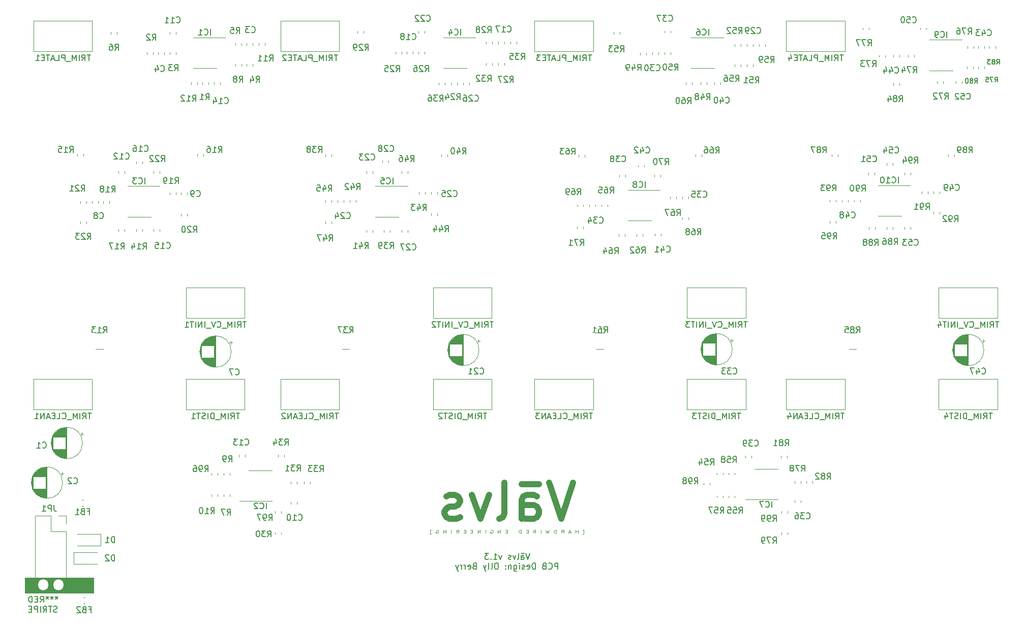
<source format=gbo>
G04 #@! TF.GenerationSoftware,KiCad,Pcbnew,(5.1.6-0-10_14)*
G04 #@! TF.CreationDate,2022-03-15T09:33:00+00:00*
G04 #@! TF.ProjectId,Quad Tube VCA,51756164-2054-4756-9265-205643412e6b,rev?*
G04 #@! TF.SameCoordinates,Original*
G04 #@! TF.FileFunction,Legend,Bot*
G04 #@! TF.FilePolarity,Positive*
%FSLAX46Y46*%
G04 Gerber Fmt 4.6, Leading zero omitted, Abs format (unit mm)*
G04 Created by KiCad (PCBNEW (5.1.6-0-10_14)) date 2022-03-15 09:33:00*
%MOMM*%
%LPD*%
G01*
G04 APERTURE LIST*
%ADD10C,0.100000*%
%ADD11C,0.150000*%
%ADD12C,1.000000*%
%ADD13C,0.120000*%
%ADD14R,1.000000X1.300000*%
%ADD15C,2.875000*%
%ADD16R,2.875000X2.875000*%
%ADD17C,1.700000*%
%ADD18R,1.700000X1.700000*%
%ADD19C,1.900000*%
%ADD20R,1.900000X1.900000*%
%ADD21C,1.400000*%
%ADD22C,2.100000*%
%ADD23C,1.540000*%
%ADD24O,1.800000X1.800000*%
%ADD25R,1.800000X1.800000*%
G04 APERTURE END LIST*
D10*
X158984166Y-131266357D02*
X159150833Y-131266357D01*
X159150833Y-130552071D01*
X158984166Y-130552071D01*
X158184166Y-131099690D02*
X158184166Y-130599690D01*
X158184166Y-130837785D02*
X157784166Y-130837785D01*
X157784166Y-131099690D02*
X157784166Y-130599690D01*
X156950833Y-130956833D02*
X156617500Y-130956833D01*
X157017500Y-131099690D02*
X156784166Y-130599690D01*
X156550833Y-131099690D01*
X155384166Y-131099690D02*
X155617500Y-130861595D01*
X155784166Y-131099690D02*
X155784166Y-130599690D01*
X155517500Y-130599690D01*
X155450833Y-130623500D01*
X155417500Y-130647309D01*
X155384166Y-130694928D01*
X155384166Y-130766357D01*
X155417500Y-130813976D01*
X155450833Y-130837785D01*
X155517500Y-130861595D01*
X155784166Y-130861595D01*
X154550833Y-131099690D02*
X154550833Y-130599690D01*
X154384166Y-130599690D01*
X154284166Y-130623500D01*
X154217500Y-130671119D01*
X154184166Y-130718738D01*
X154150833Y-130813976D01*
X154150833Y-130885404D01*
X154184166Y-130980642D01*
X154217500Y-131028261D01*
X154284166Y-131075880D01*
X154384166Y-131099690D01*
X154550833Y-131099690D01*
X153384166Y-130599690D02*
X153217500Y-131099690D01*
X153084166Y-130742547D01*
X152950833Y-131099690D01*
X152784166Y-130599690D01*
X151984166Y-131099690D02*
X151984166Y-130599690D01*
X150717500Y-131099690D02*
X150950833Y-130861595D01*
X151117500Y-131099690D02*
X151117500Y-130599690D01*
X150850833Y-130599690D01*
X150784166Y-130623500D01*
X150750833Y-130647309D01*
X150717500Y-130694928D01*
X150717500Y-130766357D01*
X150750833Y-130813976D01*
X150784166Y-130837785D01*
X150850833Y-130861595D01*
X151117500Y-130861595D01*
X149884166Y-130837785D02*
X149650833Y-130837785D01*
X149550833Y-131099690D02*
X149884166Y-131099690D01*
X149884166Y-130599690D01*
X149550833Y-130599690D01*
X148717500Y-131099690D02*
X148717500Y-130599690D01*
X148550833Y-130599690D01*
X148450833Y-130623500D01*
X148384166Y-130671119D01*
X148350833Y-130718738D01*
X148317500Y-130813976D01*
X148317500Y-130885404D01*
X148350833Y-130980642D01*
X148384166Y-131028261D01*
X148450833Y-131075880D01*
X148550833Y-131099690D01*
X148717500Y-131099690D01*
X146417500Y-130837785D02*
X146184166Y-130837785D01*
X146084166Y-131099690D02*
X146417500Y-131099690D01*
X146417500Y-130599690D01*
X146084166Y-130599690D01*
X145250833Y-131099690D02*
X145250833Y-130599690D01*
X144850833Y-131099690D01*
X144850833Y-130599690D01*
X143617500Y-130623500D02*
X143684166Y-130599690D01*
X143784166Y-130599690D01*
X143884166Y-130623500D01*
X143950833Y-130671119D01*
X143984166Y-130718738D01*
X144017500Y-130813976D01*
X144017500Y-130885404D01*
X143984166Y-130980642D01*
X143950833Y-131028261D01*
X143884166Y-131075880D01*
X143784166Y-131099690D01*
X143717500Y-131099690D01*
X143617500Y-131075880D01*
X143584166Y-131052071D01*
X143584166Y-130885404D01*
X143717500Y-130885404D01*
X142750833Y-131099690D02*
X142750833Y-130599690D01*
X141884166Y-131099690D02*
X141884166Y-130599690D01*
X141484166Y-131099690D01*
X141484166Y-130599690D01*
X140617500Y-130837785D02*
X140384166Y-130837785D01*
X140284166Y-131099690D02*
X140617500Y-131099690D01*
X140617500Y-130599690D01*
X140284166Y-130599690D01*
X139450833Y-130837785D02*
X139217500Y-130837785D01*
X139117500Y-131099690D02*
X139450833Y-131099690D01*
X139450833Y-130599690D01*
X139117500Y-130599690D01*
X137884166Y-131099690D02*
X138117500Y-130861595D01*
X138284166Y-131099690D02*
X138284166Y-130599690D01*
X138017500Y-130599690D01*
X137950833Y-130623500D01*
X137917500Y-130647309D01*
X137884166Y-130694928D01*
X137884166Y-130766357D01*
X137917500Y-130813976D01*
X137950833Y-130837785D01*
X138017500Y-130861595D01*
X138284166Y-130861595D01*
X137050833Y-131099690D02*
X137050833Y-130599690D01*
X136184166Y-131099690D02*
X136184166Y-130599690D01*
X135784166Y-131099690D01*
X135784166Y-130599690D01*
X134550833Y-130623500D02*
X134617500Y-130599690D01*
X134717500Y-130599690D01*
X134817500Y-130623500D01*
X134884166Y-130671119D01*
X134917500Y-130718738D01*
X134950833Y-130813976D01*
X134950833Y-130885404D01*
X134917500Y-130980642D01*
X134884166Y-131028261D01*
X134817500Y-131075880D01*
X134717500Y-131099690D01*
X134650833Y-131099690D01*
X134550833Y-131075880D01*
X134517500Y-131052071D01*
X134517500Y-130885404D01*
X134650833Y-130885404D01*
X133750833Y-131266357D02*
X133584166Y-131266357D01*
X133584166Y-130552071D01*
X133750833Y-130552071D01*
D11*
X150153214Y-134453880D02*
X149819880Y-135453880D01*
X149486547Y-134453880D01*
X148724642Y-135453880D02*
X148724642Y-134930071D01*
X148772261Y-134834833D01*
X148867500Y-134787214D01*
X149057976Y-134787214D01*
X149153214Y-134834833D01*
X148724642Y-135406261D02*
X148819880Y-135453880D01*
X149057976Y-135453880D01*
X149153214Y-135406261D01*
X149200833Y-135311023D01*
X149200833Y-135215785D01*
X149153214Y-135120547D01*
X149057976Y-135072928D01*
X148819880Y-135072928D01*
X148724642Y-135025309D01*
X149200833Y-134501500D02*
X148724642Y-134501500D01*
X148105595Y-135453880D02*
X148200833Y-135406261D01*
X148248452Y-135311023D01*
X148248452Y-134453880D01*
X147819880Y-134787214D02*
X147581785Y-135453880D01*
X147343690Y-134787214D01*
X147010357Y-135406261D02*
X146915119Y-135453880D01*
X146724642Y-135453880D01*
X146629404Y-135406261D01*
X146581785Y-135311023D01*
X146581785Y-135263404D01*
X146629404Y-135168166D01*
X146724642Y-135120547D01*
X146867500Y-135120547D01*
X146962738Y-135072928D01*
X147010357Y-134977690D01*
X147010357Y-134930071D01*
X146962738Y-134834833D01*
X146867500Y-134787214D01*
X146724642Y-134787214D01*
X146629404Y-134834833D01*
X145486547Y-134787214D02*
X145248452Y-135453880D01*
X145010357Y-134787214D01*
X144105595Y-135453880D02*
X144677023Y-135453880D01*
X144391309Y-135453880D02*
X144391309Y-134453880D01*
X144486547Y-134596738D01*
X144581785Y-134691976D01*
X144677023Y-134739595D01*
X143677023Y-135358642D02*
X143629404Y-135406261D01*
X143677023Y-135453880D01*
X143724642Y-135406261D01*
X143677023Y-135358642D01*
X143677023Y-135453880D01*
X143296071Y-134453880D02*
X142677023Y-134453880D01*
X143010357Y-134834833D01*
X142867500Y-134834833D01*
X142772261Y-134882452D01*
X142724642Y-134930071D01*
X142677023Y-135025309D01*
X142677023Y-135263404D01*
X142724642Y-135358642D01*
X142772261Y-135406261D01*
X142867500Y-135453880D01*
X143153214Y-135453880D01*
X143248452Y-135406261D01*
X143296071Y-135358642D01*
X154843690Y-137103880D02*
X154843690Y-136103880D01*
X154462738Y-136103880D01*
X154367500Y-136151500D01*
X154319880Y-136199119D01*
X154272261Y-136294357D01*
X154272261Y-136437214D01*
X154319880Y-136532452D01*
X154367500Y-136580071D01*
X154462738Y-136627690D01*
X154843690Y-136627690D01*
X153272261Y-137008642D02*
X153319880Y-137056261D01*
X153462738Y-137103880D01*
X153557976Y-137103880D01*
X153700833Y-137056261D01*
X153796071Y-136961023D01*
X153843690Y-136865785D01*
X153891309Y-136675309D01*
X153891309Y-136532452D01*
X153843690Y-136341976D01*
X153796071Y-136246738D01*
X153700833Y-136151500D01*
X153557976Y-136103880D01*
X153462738Y-136103880D01*
X153319880Y-136151500D01*
X153272261Y-136199119D01*
X152510357Y-136580071D02*
X152367500Y-136627690D01*
X152319880Y-136675309D01*
X152272261Y-136770547D01*
X152272261Y-136913404D01*
X152319880Y-137008642D01*
X152367500Y-137056261D01*
X152462738Y-137103880D01*
X152843690Y-137103880D01*
X152843690Y-136103880D01*
X152510357Y-136103880D01*
X152415119Y-136151500D01*
X152367500Y-136199119D01*
X152319880Y-136294357D01*
X152319880Y-136389595D01*
X152367500Y-136484833D01*
X152415119Y-136532452D01*
X152510357Y-136580071D01*
X152843690Y-136580071D01*
X151081785Y-137103880D02*
X151081785Y-136103880D01*
X150843690Y-136103880D01*
X150700833Y-136151500D01*
X150605595Y-136246738D01*
X150557976Y-136341976D01*
X150510357Y-136532452D01*
X150510357Y-136675309D01*
X150557976Y-136865785D01*
X150605595Y-136961023D01*
X150700833Y-137056261D01*
X150843690Y-137103880D01*
X151081785Y-137103880D01*
X149700833Y-137056261D02*
X149796071Y-137103880D01*
X149986547Y-137103880D01*
X150081785Y-137056261D01*
X150129404Y-136961023D01*
X150129404Y-136580071D01*
X150081785Y-136484833D01*
X149986547Y-136437214D01*
X149796071Y-136437214D01*
X149700833Y-136484833D01*
X149653214Y-136580071D01*
X149653214Y-136675309D01*
X150129404Y-136770547D01*
X149272261Y-137056261D02*
X149177023Y-137103880D01*
X148986547Y-137103880D01*
X148891309Y-137056261D01*
X148843690Y-136961023D01*
X148843690Y-136913404D01*
X148891309Y-136818166D01*
X148986547Y-136770547D01*
X149129404Y-136770547D01*
X149224642Y-136722928D01*
X149272261Y-136627690D01*
X149272261Y-136580071D01*
X149224642Y-136484833D01*
X149129404Y-136437214D01*
X148986547Y-136437214D01*
X148891309Y-136484833D01*
X148415119Y-137103880D02*
X148415119Y-136437214D01*
X148415119Y-136103880D02*
X148462738Y-136151500D01*
X148415119Y-136199119D01*
X148367500Y-136151500D01*
X148415119Y-136103880D01*
X148415119Y-136199119D01*
X147510357Y-136437214D02*
X147510357Y-137246738D01*
X147557976Y-137341976D01*
X147605595Y-137389595D01*
X147700833Y-137437214D01*
X147843690Y-137437214D01*
X147938928Y-137389595D01*
X147510357Y-137056261D02*
X147605595Y-137103880D01*
X147796071Y-137103880D01*
X147891309Y-137056261D01*
X147938928Y-137008642D01*
X147986547Y-136913404D01*
X147986547Y-136627690D01*
X147938928Y-136532452D01*
X147891309Y-136484833D01*
X147796071Y-136437214D01*
X147605595Y-136437214D01*
X147510357Y-136484833D01*
X147034166Y-136437214D02*
X147034166Y-137103880D01*
X147034166Y-136532452D02*
X146986547Y-136484833D01*
X146891309Y-136437214D01*
X146748452Y-136437214D01*
X146653214Y-136484833D01*
X146605595Y-136580071D01*
X146605595Y-137103880D01*
X146129404Y-137008642D02*
X146081785Y-137056261D01*
X146129404Y-137103880D01*
X146177023Y-137056261D01*
X146129404Y-137008642D01*
X146129404Y-137103880D01*
X146129404Y-136484833D02*
X146081785Y-136532452D01*
X146129404Y-136580071D01*
X146177023Y-136532452D01*
X146129404Y-136484833D01*
X146129404Y-136580071D01*
X144700833Y-136103880D02*
X144510357Y-136103880D01*
X144415119Y-136151500D01*
X144319880Y-136246738D01*
X144272261Y-136437214D01*
X144272261Y-136770547D01*
X144319880Y-136961023D01*
X144415119Y-137056261D01*
X144510357Y-137103880D01*
X144700833Y-137103880D01*
X144796071Y-137056261D01*
X144891309Y-136961023D01*
X144938928Y-136770547D01*
X144938928Y-136437214D01*
X144891309Y-136246738D01*
X144796071Y-136151500D01*
X144700833Y-136103880D01*
X143700833Y-137103880D02*
X143796071Y-137056261D01*
X143843690Y-136961023D01*
X143843690Y-136103880D01*
X143177023Y-137103880D02*
X143272261Y-137056261D01*
X143319880Y-136961023D01*
X143319880Y-136103880D01*
X142891309Y-136437214D02*
X142653214Y-137103880D01*
X142415119Y-136437214D02*
X142653214Y-137103880D01*
X142748452Y-137341976D01*
X142796071Y-137389595D01*
X142891309Y-137437214D01*
X140938928Y-136580071D02*
X140796071Y-136627690D01*
X140748452Y-136675309D01*
X140700833Y-136770547D01*
X140700833Y-136913404D01*
X140748452Y-137008642D01*
X140796071Y-137056261D01*
X140891309Y-137103880D01*
X141272261Y-137103880D01*
X141272261Y-136103880D01*
X140938928Y-136103880D01*
X140843690Y-136151500D01*
X140796071Y-136199119D01*
X140748452Y-136294357D01*
X140748452Y-136389595D01*
X140796071Y-136484833D01*
X140843690Y-136532452D01*
X140938928Y-136580071D01*
X141272261Y-136580071D01*
X139891309Y-137056261D02*
X139986547Y-137103880D01*
X140177023Y-137103880D01*
X140272261Y-137056261D01*
X140319880Y-136961023D01*
X140319880Y-136580071D01*
X140272261Y-136484833D01*
X140177023Y-136437214D01*
X139986547Y-136437214D01*
X139891309Y-136484833D01*
X139843690Y-136580071D01*
X139843690Y-136675309D01*
X140319880Y-136770547D01*
X139415119Y-137103880D02*
X139415119Y-136437214D01*
X139415119Y-136627690D02*
X139367500Y-136532452D01*
X139319880Y-136484833D01*
X139224642Y-136437214D01*
X139129404Y-136437214D01*
X138796071Y-137103880D02*
X138796071Y-136437214D01*
X138796071Y-136627690D02*
X138748452Y-136532452D01*
X138700833Y-136484833D01*
X138605595Y-136437214D01*
X138510357Y-136437214D01*
X138272261Y-136437214D02*
X138034166Y-137103880D01*
X137796071Y-136437214D02*
X138034166Y-137103880D01*
X138129404Y-137341976D01*
X138177023Y-137389595D01*
X138272261Y-137437214D01*
D12*
X157367500Y-122698285D02*
X155367500Y-128698285D01*
X153367500Y-122698285D01*
X148796071Y-128698285D02*
X148796071Y-125555428D01*
X149081785Y-124984000D01*
X149653214Y-124698285D01*
X150796071Y-124698285D01*
X151367500Y-124984000D01*
X148796071Y-128412571D02*
X149367500Y-128698285D01*
X150796071Y-128698285D01*
X151367500Y-128412571D01*
X151653214Y-127841142D01*
X151653214Y-127269714D01*
X151367500Y-126698285D01*
X150796071Y-126412571D01*
X149367500Y-126412571D01*
X148796071Y-126126857D01*
X151653214Y-122984000D02*
X148796071Y-122984000D01*
X145081785Y-128698285D02*
X145653214Y-128412571D01*
X145938928Y-127841142D01*
X145938928Y-122698285D01*
X143367500Y-124698285D02*
X141938928Y-128698285D01*
X140510357Y-124698285D01*
X138510357Y-128412571D02*
X137938928Y-128698285D01*
X136796071Y-128698285D01*
X136224642Y-128412571D01*
X135938928Y-127841142D01*
X135938928Y-127555428D01*
X136224642Y-126984000D01*
X136796071Y-126698285D01*
X137653214Y-126698285D01*
X138224642Y-126412571D01*
X138510357Y-125841142D01*
X138510357Y-125555428D01*
X138224642Y-124984000D01*
X137653214Y-124698285D01*
X136796071Y-124698285D01*
X136224642Y-124984000D01*
D11*
X71328023Y-141629380D02*
X71328023Y-141867476D01*
X71566119Y-141772238D02*
X71328023Y-141867476D01*
X71089928Y-141772238D01*
X71470880Y-142057952D02*
X71328023Y-141867476D01*
X71185166Y-142057952D01*
X70566119Y-141629380D02*
X70566119Y-141867476D01*
X70804214Y-141772238D02*
X70566119Y-141867476D01*
X70328023Y-141772238D01*
X70708976Y-142057952D02*
X70566119Y-141867476D01*
X70423261Y-142057952D01*
X69804214Y-141629380D02*
X69804214Y-141867476D01*
X70042309Y-141772238D02*
X69804214Y-141867476D01*
X69566119Y-141772238D01*
X69947071Y-142057952D02*
X69804214Y-141867476D01*
X69661357Y-142057952D01*
X68613738Y-142629380D02*
X68947071Y-142153190D01*
X69185166Y-142629380D02*
X69185166Y-141629380D01*
X68804214Y-141629380D01*
X68708976Y-141677000D01*
X68661357Y-141724619D01*
X68613738Y-141819857D01*
X68613738Y-141962714D01*
X68661357Y-142057952D01*
X68708976Y-142105571D01*
X68804214Y-142153190D01*
X69185166Y-142153190D01*
X68185166Y-142105571D02*
X67851833Y-142105571D01*
X67708976Y-142629380D02*
X68185166Y-142629380D01*
X68185166Y-141629380D01*
X67708976Y-141629380D01*
X67280404Y-142629380D02*
X67280404Y-141629380D01*
X67042309Y-141629380D01*
X66899452Y-141677000D01*
X66804214Y-141772238D01*
X66756595Y-141867476D01*
X66708976Y-142057952D01*
X66708976Y-142200809D01*
X66756595Y-142391285D01*
X66804214Y-142486523D01*
X66899452Y-142581761D01*
X67042309Y-142629380D01*
X67280404Y-142629380D01*
X71423261Y-144231761D02*
X71280404Y-144279380D01*
X71042309Y-144279380D01*
X70947071Y-144231761D01*
X70899452Y-144184142D01*
X70851833Y-144088904D01*
X70851833Y-143993666D01*
X70899452Y-143898428D01*
X70947071Y-143850809D01*
X71042309Y-143803190D01*
X71232785Y-143755571D01*
X71328023Y-143707952D01*
X71375642Y-143660333D01*
X71423261Y-143565095D01*
X71423261Y-143469857D01*
X71375642Y-143374619D01*
X71328023Y-143327000D01*
X71232785Y-143279380D01*
X70994690Y-143279380D01*
X70851833Y-143327000D01*
X70566119Y-143279380D02*
X69994690Y-143279380D01*
X70280404Y-144279380D02*
X70280404Y-143279380D01*
X69089928Y-144279380D02*
X69423261Y-143803190D01*
X69661357Y-144279380D02*
X69661357Y-143279380D01*
X69280404Y-143279380D01*
X69185166Y-143327000D01*
X69137547Y-143374619D01*
X69089928Y-143469857D01*
X69089928Y-143612714D01*
X69137547Y-143707952D01*
X69185166Y-143755571D01*
X69280404Y-143803190D01*
X69661357Y-143803190D01*
X68661357Y-144279380D02*
X68661357Y-143279380D01*
X68185166Y-144279380D02*
X68185166Y-143279380D01*
X67804214Y-143279380D01*
X67708976Y-143327000D01*
X67661357Y-143374619D01*
X67613738Y-143469857D01*
X67613738Y-143612714D01*
X67661357Y-143707952D01*
X67708976Y-143755571D01*
X67804214Y-143803190D01*
X68185166Y-143803190D01*
X67185166Y-143755571D02*
X66851833Y-143755571D01*
X66708976Y-144279380D02*
X67185166Y-144279380D01*
X67185166Y-143279380D01*
X66708976Y-143279380D01*
D10*
G36*
X77470000Y-141097000D02*
G01*
X66040000Y-141097000D01*
X66040000Y-138557000D01*
X77470000Y-138557000D01*
X77470000Y-141097000D01*
G37*
X77470000Y-141097000D02*
X66040000Y-141097000D01*
X66040000Y-138557000D01*
X77470000Y-138557000D01*
X77470000Y-141097000D01*
D13*
X204500564Y-100420000D02*
X203296436Y-100420000D01*
X204500564Y-97700000D02*
X203296436Y-97700000D01*
X162463564Y-100420000D02*
X161259436Y-100420000D01*
X162463564Y-97700000D02*
X161259436Y-97700000D01*
X120109064Y-100420000D02*
X118904936Y-100420000D01*
X120109064Y-97700000D02*
X118904936Y-97700000D01*
X79088064Y-100420000D02*
X77883936Y-100420000D01*
X79088064Y-97700000D02*
X77883936Y-97700000D01*
X218630500Y-53995000D02*
X216680500Y-53995000D01*
X218630500Y-53995000D02*
X220580500Y-53995000D01*
X218630500Y-48875000D02*
X216680500Y-48875000D01*
X218630500Y-48875000D02*
X222080500Y-48875000D01*
X189484000Y-120376000D02*
X191434000Y-120376000D01*
X189484000Y-120376000D02*
X187534000Y-120376000D01*
X189484000Y-125496000D02*
X191434000Y-125496000D01*
X189484000Y-125496000D02*
X186034000Y-125496000D01*
X178943000Y-53614000D02*
X176993000Y-53614000D01*
X178943000Y-53614000D02*
X180893000Y-53614000D01*
X178943000Y-48494000D02*
X176993000Y-48494000D01*
X178943000Y-48494000D02*
X182393000Y-48494000D01*
X137668000Y-53614000D02*
X135718000Y-53614000D01*
X137668000Y-53614000D02*
X139618000Y-53614000D01*
X137668000Y-48494000D02*
X135718000Y-48494000D01*
X137668000Y-48494000D02*
X141118000Y-48494000D01*
X105283000Y-120630000D02*
X107233000Y-120630000D01*
X105283000Y-120630000D02*
X103333000Y-120630000D01*
X105283000Y-125750000D02*
X107233000Y-125750000D01*
X105283000Y-125750000D02*
X101833000Y-125750000D01*
X96012000Y-53614000D02*
X94062000Y-53614000D01*
X96012000Y-53614000D02*
X97962000Y-53614000D01*
X96012000Y-48494000D02*
X94062000Y-48494000D01*
X96012000Y-48494000D02*
X99462000Y-48494000D01*
X186053000Y-118201221D02*
X186053000Y-118526779D01*
X187073000Y-118201221D02*
X187073000Y-118526779D01*
X194244500Y-125694221D02*
X194244500Y-126019779D01*
X195264500Y-125694221D02*
X195264500Y-126019779D01*
X101725000Y-118074221D02*
X101725000Y-118399779D01*
X102745000Y-118074221D02*
X102745000Y-118399779D01*
X110361000Y-125948221D02*
X110361000Y-126273779D01*
X111381000Y-125948221D02*
X111381000Y-126273779D01*
X192022000Y-127472221D02*
X192022000Y-127797779D01*
X193042000Y-127472221D02*
X193042000Y-127797779D01*
X180088000Y-123073279D02*
X180088000Y-122747721D01*
X179068000Y-123073279D02*
X179068000Y-122747721D01*
X107694000Y-127472221D02*
X107694000Y-127797779D01*
X108714000Y-127472221D02*
X108714000Y-127797779D01*
X98173000Y-121447779D02*
X98173000Y-121122221D01*
X97153000Y-121447779D02*
X97153000Y-121122221D01*
X78704000Y-131207000D02*
X74804000Y-131207000D01*
X78704000Y-133207000D02*
X74804000Y-133207000D01*
X78704000Y-131207000D02*
X78704000Y-133207000D01*
X74204000Y-136255000D02*
X78104000Y-136255000D01*
X74204000Y-134255000D02*
X78104000Y-134255000D01*
X74204000Y-136255000D02*
X74204000Y-134255000D01*
X225713775Y-98859000D02*
X225713775Y-99359000D01*
X225963775Y-99109000D02*
X225463775Y-99109000D01*
X220558000Y-100300000D02*
X220558000Y-100868000D01*
X220598000Y-100066000D02*
X220598000Y-101102000D01*
X220638000Y-99907000D02*
X220638000Y-101261000D01*
X220678000Y-99779000D02*
X220678000Y-101389000D01*
X220718000Y-99669000D02*
X220718000Y-101499000D01*
X220758000Y-99573000D02*
X220758000Y-101595000D01*
X220798000Y-99486000D02*
X220798000Y-101682000D01*
X220838000Y-99406000D02*
X220838000Y-101762000D01*
X220878000Y-101624000D02*
X220878000Y-101835000D01*
X220878000Y-99333000D02*
X220878000Y-99544000D01*
X220918000Y-101624000D02*
X220918000Y-101903000D01*
X220918000Y-99265000D02*
X220918000Y-99544000D01*
X220958000Y-101624000D02*
X220958000Y-101967000D01*
X220958000Y-99201000D02*
X220958000Y-99544000D01*
X220998000Y-101624000D02*
X220998000Y-102027000D01*
X220998000Y-99141000D02*
X220998000Y-99544000D01*
X221038000Y-101624000D02*
X221038000Y-102084000D01*
X221038000Y-99084000D02*
X221038000Y-99544000D01*
X221078000Y-101624000D02*
X221078000Y-102138000D01*
X221078000Y-99030000D02*
X221078000Y-99544000D01*
X221118000Y-101624000D02*
X221118000Y-102189000D01*
X221118000Y-98979000D02*
X221118000Y-99544000D01*
X221158000Y-101624000D02*
X221158000Y-102237000D01*
X221158000Y-98931000D02*
X221158000Y-99544000D01*
X221198000Y-101624000D02*
X221198000Y-102283000D01*
X221198000Y-98885000D02*
X221198000Y-99544000D01*
X221238000Y-101624000D02*
X221238000Y-102327000D01*
X221238000Y-98841000D02*
X221238000Y-99544000D01*
X221278000Y-101624000D02*
X221278000Y-102369000D01*
X221278000Y-98799000D02*
X221278000Y-99544000D01*
X221318000Y-101624000D02*
X221318000Y-102410000D01*
X221318000Y-98758000D02*
X221318000Y-99544000D01*
X221358000Y-101624000D02*
X221358000Y-102448000D01*
X221358000Y-98720000D02*
X221358000Y-99544000D01*
X221398000Y-101624000D02*
X221398000Y-102485000D01*
X221398000Y-98683000D02*
X221398000Y-99544000D01*
X221438000Y-101624000D02*
X221438000Y-102521000D01*
X221438000Y-98647000D02*
X221438000Y-99544000D01*
X221478000Y-101624000D02*
X221478000Y-102555000D01*
X221478000Y-98613000D02*
X221478000Y-99544000D01*
X221518000Y-101624000D02*
X221518000Y-102588000D01*
X221518000Y-98580000D02*
X221518000Y-99544000D01*
X221558000Y-101624000D02*
X221558000Y-102619000D01*
X221558000Y-98549000D02*
X221558000Y-99544000D01*
X221598000Y-101624000D02*
X221598000Y-102649000D01*
X221598000Y-98519000D02*
X221598000Y-99544000D01*
X221638000Y-101624000D02*
X221638000Y-102679000D01*
X221638000Y-98489000D02*
X221638000Y-99544000D01*
X221678000Y-101624000D02*
X221678000Y-102706000D01*
X221678000Y-98462000D02*
X221678000Y-99544000D01*
X221718000Y-101624000D02*
X221718000Y-102733000D01*
X221718000Y-98435000D02*
X221718000Y-99544000D01*
X221758000Y-101624000D02*
X221758000Y-102759000D01*
X221758000Y-98409000D02*
X221758000Y-99544000D01*
X221798000Y-101624000D02*
X221798000Y-102784000D01*
X221798000Y-98384000D02*
X221798000Y-99544000D01*
X221838000Y-101624000D02*
X221838000Y-102808000D01*
X221838000Y-98360000D02*
X221838000Y-99544000D01*
X221878000Y-101624000D02*
X221878000Y-102831000D01*
X221878000Y-98337000D02*
X221878000Y-99544000D01*
X221918000Y-101624000D02*
X221918000Y-102852000D01*
X221918000Y-98316000D02*
X221918000Y-99544000D01*
X221958000Y-101624000D02*
X221958000Y-102874000D01*
X221958000Y-98294000D02*
X221958000Y-99544000D01*
X221998000Y-101624000D02*
X221998000Y-102894000D01*
X221998000Y-98274000D02*
X221998000Y-99544000D01*
X222038000Y-101624000D02*
X222038000Y-102913000D01*
X222038000Y-98255000D02*
X222038000Y-99544000D01*
X222078000Y-101624000D02*
X222078000Y-102932000D01*
X222078000Y-98236000D02*
X222078000Y-99544000D01*
X222118000Y-101624000D02*
X222118000Y-102949000D01*
X222118000Y-98219000D02*
X222118000Y-99544000D01*
X222158000Y-101624000D02*
X222158000Y-102966000D01*
X222158000Y-98202000D02*
X222158000Y-99544000D01*
X222198000Y-101624000D02*
X222198000Y-102982000D01*
X222198000Y-98186000D02*
X222198000Y-99544000D01*
X222238000Y-101624000D02*
X222238000Y-102998000D01*
X222238000Y-98170000D02*
X222238000Y-99544000D01*
X222278000Y-101624000D02*
X222278000Y-103012000D01*
X222278000Y-98156000D02*
X222278000Y-99544000D01*
X222318000Y-101624000D02*
X222318000Y-103026000D01*
X222318000Y-98142000D02*
X222318000Y-99544000D01*
X222358000Y-101624000D02*
X222358000Y-103039000D01*
X222358000Y-98129000D02*
X222358000Y-99544000D01*
X222398000Y-101624000D02*
X222398000Y-103052000D01*
X222398000Y-98116000D02*
X222398000Y-99544000D01*
X222438000Y-101624000D02*
X222438000Y-103064000D01*
X222438000Y-98104000D02*
X222438000Y-99544000D01*
X222479000Y-101624000D02*
X222479000Y-103075000D01*
X222479000Y-98093000D02*
X222479000Y-99544000D01*
X222519000Y-101624000D02*
X222519000Y-103085000D01*
X222519000Y-98083000D02*
X222519000Y-99544000D01*
X222559000Y-101624000D02*
X222559000Y-103095000D01*
X222559000Y-98073000D02*
X222559000Y-99544000D01*
X222599000Y-101624000D02*
X222599000Y-103104000D01*
X222599000Y-98064000D02*
X222599000Y-99544000D01*
X222639000Y-101624000D02*
X222639000Y-103112000D01*
X222639000Y-98056000D02*
X222639000Y-99544000D01*
X222679000Y-101624000D02*
X222679000Y-103120000D01*
X222679000Y-98048000D02*
X222679000Y-99544000D01*
X222719000Y-101624000D02*
X222719000Y-103127000D01*
X222719000Y-98041000D02*
X222719000Y-99544000D01*
X222759000Y-101624000D02*
X222759000Y-103134000D01*
X222759000Y-98034000D02*
X222759000Y-99544000D01*
X222799000Y-101624000D02*
X222799000Y-103140000D01*
X222799000Y-98028000D02*
X222799000Y-99544000D01*
X222839000Y-101624000D02*
X222839000Y-103145000D01*
X222839000Y-98023000D02*
X222839000Y-99544000D01*
X222879000Y-101624000D02*
X222879000Y-103149000D01*
X222879000Y-98019000D02*
X222879000Y-99544000D01*
X222919000Y-101624000D02*
X222919000Y-103153000D01*
X222919000Y-98015000D02*
X222919000Y-99544000D01*
X222959000Y-98011000D02*
X222959000Y-103157000D01*
X222999000Y-98008000D02*
X222999000Y-103160000D01*
X223039000Y-98006000D02*
X223039000Y-103162000D01*
X223079000Y-98005000D02*
X223079000Y-103163000D01*
X223119000Y-98004000D02*
X223119000Y-103164000D01*
X223159000Y-98004000D02*
X223159000Y-103164000D01*
X225779000Y-100584000D02*
G75*
G03*
X225779000Y-100584000I-2620000J0D01*
G01*
X183803775Y-98732000D02*
X183803775Y-99232000D01*
X184053775Y-98982000D02*
X183553775Y-98982000D01*
X178648000Y-100173000D02*
X178648000Y-100741000D01*
X178688000Y-99939000D02*
X178688000Y-100975000D01*
X178728000Y-99780000D02*
X178728000Y-101134000D01*
X178768000Y-99652000D02*
X178768000Y-101262000D01*
X178808000Y-99542000D02*
X178808000Y-101372000D01*
X178848000Y-99446000D02*
X178848000Y-101468000D01*
X178888000Y-99359000D02*
X178888000Y-101555000D01*
X178928000Y-99279000D02*
X178928000Y-101635000D01*
X178968000Y-101497000D02*
X178968000Y-101708000D01*
X178968000Y-99206000D02*
X178968000Y-99417000D01*
X179008000Y-101497000D02*
X179008000Y-101776000D01*
X179008000Y-99138000D02*
X179008000Y-99417000D01*
X179048000Y-101497000D02*
X179048000Y-101840000D01*
X179048000Y-99074000D02*
X179048000Y-99417000D01*
X179088000Y-101497000D02*
X179088000Y-101900000D01*
X179088000Y-99014000D02*
X179088000Y-99417000D01*
X179128000Y-101497000D02*
X179128000Y-101957000D01*
X179128000Y-98957000D02*
X179128000Y-99417000D01*
X179168000Y-101497000D02*
X179168000Y-102011000D01*
X179168000Y-98903000D02*
X179168000Y-99417000D01*
X179208000Y-101497000D02*
X179208000Y-102062000D01*
X179208000Y-98852000D02*
X179208000Y-99417000D01*
X179248000Y-101497000D02*
X179248000Y-102110000D01*
X179248000Y-98804000D02*
X179248000Y-99417000D01*
X179288000Y-101497000D02*
X179288000Y-102156000D01*
X179288000Y-98758000D02*
X179288000Y-99417000D01*
X179328000Y-101497000D02*
X179328000Y-102200000D01*
X179328000Y-98714000D02*
X179328000Y-99417000D01*
X179368000Y-101497000D02*
X179368000Y-102242000D01*
X179368000Y-98672000D02*
X179368000Y-99417000D01*
X179408000Y-101497000D02*
X179408000Y-102283000D01*
X179408000Y-98631000D02*
X179408000Y-99417000D01*
X179448000Y-101497000D02*
X179448000Y-102321000D01*
X179448000Y-98593000D02*
X179448000Y-99417000D01*
X179488000Y-101497000D02*
X179488000Y-102358000D01*
X179488000Y-98556000D02*
X179488000Y-99417000D01*
X179528000Y-101497000D02*
X179528000Y-102394000D01*
X179528000Y-98520000D02*
X179528000Y-99417000D01*
X179568000Y-101497000D02*
X179568000Y-102428000D01*
X179568000Y-98486000D02*
X179568000Y-99417000D01*
X179608000Y-101497000D02*
X179608000Y-102461000D01*
X179608000Y-98453000D02*
X179608000Y-99417000D01*
X179648000Y-101497000D02*
X179648000Y-102492000D01*
X179648000Y-98422000D02*
X179648000Y-99417000D01*
X179688000Y-101497000D02*
X179688000Y-102522000D01*
X179688000Y-98392000D02*
X179688000Y-99417000D01*
X179728000Y-101497000D02*
X179728000Y-102552000D01*
X179728000Y-98362000D02*
X179728000Y-99417000D01*
X179768000Y-101497000D02*
X179768000Y-102579000D01*
X179768000Y-98335000D02*
X179768000Y-99417000D01*
X179808000Y-101497000D02*
X179808000Y-102606000D01*
X179808000Y-98308000D02*
X179808000Y-99417000D01*
X179848000Y-101497000D02*
X179848000Y-102632000D01*
X179848000Y-98282000D02*
X179848000Y-99417000D01*
X179888000Y-101497000D02*
X179888000Y-102657000D01*
X179888000Y-98257000D02*
X179888000Y-99417000D01*
X179928000Y-101497000D02*
X179928000Y-102681000D01*
X179928000Y-98233000D02*
X179928000Y-99417000D01*
X179968000Y-101497000D02*
X179968000Y-102704000D01*
X179968000Y-98210000D02*
X179968000Y-99417000D01*
X180008000Y-101497000D02*
X180008000Y-102725000D01*
X180008000Y-98189000D02*
X180008000Y-99417000D01*
X180048000Y-101497000D02*
X180048000Y-102747000D01*
X180048000Y-98167000D02*
X180048000Y-99417000D01*
X180088000Y-101497000D02*
X180088000Y-102767000D01*
X180088000Y-98147000D02*
X180088000Y-99417000D01*
X180128000Y-101497000D02*
X180128000Y-102786000D01*
X180128000Y-98128000D02*
X180128000Y-99417000D01*
X180168000Y-101497000D02*
X180168000Y-102805000D01*
X180168000Y-98109000D02*
X180168000Y-99417000D01*
X180208000Y-101497000D02*
X180208000Y-102822000D01*
X180208000Y-98092000D02*
X180208000Y-99417000D01*
X180248000Y-101497000D02*
X180248000Y-102839000D01*
X180248000Y-98075000D02*
X180248000Y-99417000D01*
X180288000Y-101497000D02*
X180288000Y-102855000D01*
X180288000Y-98059000D02*
X180288000Y-99417000D01*
X180328000Y-101497000D02*
X180328000Y-102871000D01*
X180328000Y-98043000D02*
X180328000Y-99417000D01*
X180368000Y-101497000D02*
X180368000Y-102885000D01*
X180368000Y-98029000D02*
X180368000Y-99417000D01*
X180408000Y-101497000D02*
X180408000Y-102899000D01*
X180408000Y-98015000D02*
X180408000Y-99417000D01*
X180448000Y-101497000D02*
X180448000Y-102912000D01*
X180448000Y-98002000D02*
X180448000Y-99417000D01*
X180488000Y-101497000D02*
X180488000Y-102925000D01*
X180488000Y-97989000D02*
X180488000Y-99417000D01*
X180528000Y-101497000D02*
X180528000Y-102937000D01*
X180528000Y-97977000D02*
X180528000Y-99417000D01*
X180569000Y-101497000D02*
X180569000Y-102948000D01*
X180569000Y-97966000D02*
X180569000Y-99417000D01*
X180609000Y-101497000D02*
X180609000Y-102958000D01*
X180609000Y-97956000D02*
X180609000Y-99417000D01*
X180649000Y-101497000D02*
X180649000Y-102968000D01*
X180649000Y-97946000D02*
X180649000Y-99417000D01*
X180689000Y-101497000D02*
X180689000Y-102977000D01*
X180689000Y-97937000D02*
X180689000Y-99417000D01*
X180729000Y-101497000D02*
X180729000Y-102985000D01*
X180729000Y-97929000D02*
X180729000Y-99417000D01*
X180769000Y-101497000D02*
X180769000Y-102993000D01*
X180769000Y-97921000D02*
X180769000Y-99417000D01*
X180809000Y-101497000D02*
X180809000Y-103000000D01*
X180809000Y-97914000D02*
X180809000Y-99417000D01*
X180849000Y-101497000D02*
X180849000Y-103007000D01*
X180849000Y-97907000D02*
X180849000Y-99417000D01*
X180889000Y-101497000D02*
X180889000Y-103013000D01*
X180889000Y-97901000D02*
X180889000Y-99417000D01*
X180929000Y-101497000D02*
X180929000Y-103018000D01*
X180929000Y-97896000D02*
X180929000Y-99417000D01*
X180969000Y-101497000D02*
X180969000Y-103022000D01*
X180969000Y-97892000D02*
X180969000Y-99417000D01*
X181009000Y-101497000D02*
X181009000Y-103026000D01*
X181009000Y-97888000D02*
X181009000Y-99417000D01*
X181049000Y-97884000D02*
X181049000Y-103030000D01*
X181089000Y-97881000D02*
X181089000Y-103033000D01*
X181129000Y-97879000D02*
X181129000Y-103035000D01*
X181169000Y-97878000D02*
X181169000Y-103036000D01*
X181209000Y-97877000D02*
X181209000Y-103037000D01*
X181249000Y-97877000D02*
X181249000Y-103037000D01*
X183869000Y-100457000D02*
G75*
G03*
X183869000Y-100457000I-2620000J0D01*
G01*
X141639775Y-98859000D02*
X141639775Y-99359000D01*
X141889775Y-99109000D02*
X141389775Y-99109000D01*
X136484000Y-100300000D02*
X136484000Y-100868000D01*
X136524000Y-100066000D02*
X136524000Y-101102000D01*
X136564000Y-99907000D02*
X136564000Y-101261000D01*
X136604000Y-99779000D02*
X136604000Y-101389000D01*
X136644000Y-99669000D02*
X136644000Y-101499000D01*
X136684000Y-99573000D02*
X136684000Y-101595000D01*
X136724000Y-99486000D02*
X136724000Y-101682000D01*
X136764000Y-99406000D02*
X136764000Y-101762000D01*
X136804000Y-101624000D02*
X136804000Y-101835000D01*
X136804000Y-99333000D02*
X136804000Y-99544000D01*
X136844000Y-101624000D02*
X136844000Y-101903000D01*
X136844000Y-99265000D02*
X136844000Y-99544000D01*
X136884000Y-101624000D02*
X136884000Y-101967000D01*
X136884000Y-99201000D02*
X136884000Y-99544000D01*
X136924000Y-101624000D02*
X136924000Y-102027000D01*
X136924000Y-99141000D02*
X136924000Y-99544000D01*
X136964000Y-101624000D02*
X136964000Y-102084000D01*
X136964000Y-99084000D02*
X136964000Y-99544000D01*
X137004000Y-101624000D02*
X137004000Y-102138000D01*
X137004000Y-99030000D02*
X137004000Y-99544000D01*
X137044000Y-101624000D02*
X137044000Y-102189000D01*
X137044000Y-98979000D02*
X137044000Y-99544000D01*
X137084000Y-101624000D02*
X137084000Y-102237000D01*
X137084000Y-98931000D02*
X137084000Y-99544000D01*
X137124000Y-101624000D02*
X137124000Y-102283000D01*
X137124000Y-98885000D02*
X137124000Y-99544000D01*
X137164000Y-101624000D02*
X137164000Y-102327000D01*
X137164000Y-98841000D02*
X137164000Y-99544000D01*
X137204000Y-101624000D02*
X137204000Y-102369000D01*
X137204000Y-98799000D02*
X137204000Y-99544000D01*
X137244000Y-101624000D02*
X137244000Y-102410000D01*
X137244000Y-98758000D02*
X137244000Y-99544000D01*
X137284000Y-101624000D02*
X137284000Y-102448000D01*
X137284000Y-98720000D02*
X137284000Y-99544000D01*
X137324000Y-101624000D02*
X137324000Y-102485000D01*
X137324000Y-98683000D02*
X137324000Y-99544000D01*
X137364000Y-101624000D02*
X137364000Y-102521000D01*
X137364000Y-98647000D02*
X137364000Y-99544000D01*
X137404000Y-101624000D02*
X137404000Y-102555000D01*
X137404000Y-98613000D02*
X137404000Y-99544000D01*
X137444000Y-101624000D02*
X137444000Y-102588000D01*
X137444000Y-98580000D02*
X137444000Y-99544000D01*
X137484000Y-101624000D02*
X137484000Y-102619000D01*
X137484000Y-98549000D02*
X137484000Y-99544000D01*
X137524000Y-101624000D02*
X137524000Y-102649000D01*
X137524000Y-98519000D02*
X137524000Y-99544000D01*
X137564000Y-101624000D02*
X137564000Y-102679000D01*
X137564000Y-98489000D02*
X137564000Y-99544000D01*
X137604000Y-101624000D02*
X137604000Y-102706000D01*
X137604000Y-98462000D02*
X137604000Y-99544000D01*
X137644000Y-101624000D02*
X137644000Y-102733000D01*
X137644000Y-98435000D02*
X137644000Y-99544000D01*
X137684000Y-101624000D02*
X137684000Y-102759000D01*
X137684000Y-98409000D02*
X137684000Y-99544000D01*
X137724000Y-101624000D02*
X137724000Y-102784000D01*
X137724000Y-98384000D02*
X137724000Y-99544000D01*
X137764000Y-101624000D02*
X137764000Y-102808000D01*
X137764000Y-98360000D02*
X137764000Y-99544000D01*
X137804000Y-101624000D02*
X137804000Y-102831000D01*
X137804000Y-98337000D02*
X137804000Y-99544000D01*
X137844000Y-101624000D02*
X137844000Y-102852000D01*
X137844000Y-98316000D02*
X137844000Y-99544000D01*
X137884000Y-101624000D02*
X137884000Y-102874000D01*
X137884000Y-98294000D02*
X137884000Y-99544000D01*
X137924000Y-101624000D02*
X137924000Y-102894000D01*
X137924000Y-98274000D02*
X137924000Y-99544000D01*
X137964000Y-101624000D02*
X137964000Y-102913000D01*
X137964000Y-98255000D02*
X137964000Y-99544000D01*
X138004000Y-101624000D02*
X138004000Y-102932000D01*
X138004000Y-98236000D02*
X138004000Y-99544000D01*
X138044000Y-101624000D02*
X138044000Y-102949000D01*
X138044000Y-98219000D02*
X138044000Y-99544000D01*
X138084000Y-101624000D02*
X138084000Y-102966000D01*
X138084000Y-98202000D02*
X138084000Y-99544000D01*
X138124000Y-101624000D02*
X138124000Y-102982000D01*
X138124000Y-98186000D02*
X138124000Y-99544000D01*
X138164000Y-101624000D02*
X138164000Y-102998000D01*
X138164000Y-98170000D02*
X138164000Y-99544000D01*
X138204000Y-101624000D02*
X138204000Y-103012000D01*
X138204000Y-98156000D02*
X138204000Y-99544000D01*
X138244000Y-101624000D02*
X138244000Y-103026000D01*
X138244000Y-98142000D02*
X138244000Y-99544000D01*
X138284000Y-101624000D02*
X138284000Y-103039000D01*
X138284000Y-98129000D02*
X138284000Y-99544000D01*
X138324000Y-101624000D02*
X138324000Y-103052000D01*
X138324000Y-98116000D02*
X138324000Y-99544000D01*
X138364000Y-101624000D02*
X138364000Y-103064000D01*
X138364000Y-98104000D02*
X138364000Y-99544000D01*
X138405000Y-101624000D02*
X138405000Y-103075000D01*
X138405000Y-98093000D02*
X138405000Y-99544000D01*
X138445000Y-101624000D02*
X138445000Y-103085000D01*
X138445000Y-98083000D02*
X138445000Y-99544000D01*
X138485000Y-101624000D02*
X138485000Y-103095000D01*
X138485000Y-98073000D02*
X138485000Y-99544000D01*
X138525000Y-101624000D02*
X138525000Y-103104000D01*
X138525000Y-98064000D02*
X138525000Y-99544000D01*
X138565000Y-101624000D02*
X138565000Y-103112000D01*
X138565000Y-98056000D02*
X138565000Y-99544000D01*
X138605000Y-101624000D02*
X138605000Y-103120000D01*
X138605000Y-98048000D02*
X138605000Y-99544000D01*
X138645000Y-101624000D02*
X138645000Y-103127000D01*
X138645000Y-98041000D02*
X138645000Y-99544000D01*
X138685000Y-101624000D02*
X138685000Y-103134000D01*
X138685000Y-98034000D02*
X138685000Y-99544000D01*
X138725000Y-101624000D02*
X138725000Y-103140000D01*
X138725000Y-98028000D02*
X138725000Y-99544000D01*
X138765000Y-101624000D02*
X138765000Y-103145000D01*
X138765000Y-98023000D02*
X138765000Y-99544000D01*
X138805000Y-101624000D02*
X138805000Y-103149000D01*
X138805000Y-98019000D02*
X138805000Y-99544000D01*
X138845000Y-101624000D02*
X138845000Y-103153000D01*
X138845000Y-98015000D02*
X138845000Y-99544000D01*
X138885000Y-98011000D02*
X138885000Y-103157000D01*
X138925000Y-98008000D02*
X138925000Y-103160000D01*
X138965000Y-98006000D02*
X138965000Y-103162000D01*
X139005000Y-98005000D02*
X139005000Y-103163000D01*
X139045000Y-98004000D02*
X139045000Y-103164000D01*
X139085000Y-98004000D02*
X139085000Y-103164000D01*
X141705000Y-100584000D02*
G75*
G03*
X141705000Y-100584000I-2620000J0D01*
G01*
X100364775Y-99113000D02*
X100364775Y-99613000D01*
X100614775Y-99363000D02*
X100114775Y-99363000D01*
X95209000Y-100554000D02*
X95209000Y-101122000D01*
X95249000Y-100320000D02*
X95249000Y-101356000D01*
X95289000Y-100161000D02*
X95289000Y-101515000D01*
X95329000Y-100033000D02*
X95329000Y-101643000D01*
X95369000Y-99923000D02*
X95369000Y-101753000D01*
X95409000Y-99827000D02*
X95409000Y-101849000D01*
X95449000Y-99740000D02*
X95449000Y-101936000D01*
X95489000Y-99660000D02*
X95489000Y-102016000D01*
X95529000Y-101878000D02*
X95529000Y-102089000D01*
X95529000Y-99587000D02*
X95529000Y-99798000D01*
X95569000Y-101878000D02*
X95569000Y-102157000D01*
X95569000Y-99519000D02*
X95569000Y-99798000D01*
X95609000Y-101878000D02*
X95609000Y-102221000D01*
X95609000Y-99455000D02*
X95609000Y-99798000D01*
X95649000Y-101878000D02*
X95649000Y-102281000D01*
X95649000Y-99395000D02*
X95649000Y-99798000D01*
X95689000Y-101878000D02*
X95689000Y-102338000D01*
X95689000Y-99338000D02*
X95689000Y-99798000D01*
X95729000Y-101878000D02*
X95729000Y-102392000D01*
X95729000Y-99284000D02*
X95729000Y-99798000D01*
X95769000Y-101878000D02*
X95769000Y-102443000D01*
X95769000Y-99233000D02*
X95769000Y-99798000D01*
X95809000Y-101878000D02*
X95809000Y-102491000D01*
X95809000Y-99185000D02*
X95809000Y-99798000D01*
X95849000Y-101878000D02*
X95849000Y-102537000D01*
X95849000Y-99139000D02*
X95849000Y-99798000D01*
X95889000Y-101878000D02*
X95889000Y-102581000D01*
X95889000Y-99095000D02*
X95889000Y-99798000D01*
X95929000Y-101878000D02*
X95929000Y-102623000D01*
X95929000Y-99053000D02*
X95929000Y-99798000D01*
X95969000Y-101878000D02*
X95969000Y-102664000D01*
X95969000Y-99012000D02*
X95969000Y-99798000D01*
X96009000Y-101878000D02*
X96009000Y-102702000D01*
X96009000Y-98974000D02*
X96009000Y-99798000D01*
X96049000Y-101878000D02*
X96049000Y-102739000D01*
X96049000Y-98937000D02*
X96049000Y-99798000D01*
X96089000Y-101878000D02*
X96089000Y-102775000D01*
X96089000Y-98901000D02*
X96089000Y-99798000D01*
X96129000Y-101878000D02*
X96129000Y-102809000D01*
X96129000Y-98867000D02*
X96129000Y-99798000D01*
X96169000Y-101878000D02*
X96169000Y-102842000D01*
X96169000Y-98834000D02*
X96169000Y-99798000D01*
X96209000Y-101878000D02*
X96209000Y-102873000D01*
X96209000Y-98803000D02*
X96209000Y-99798000D01*
X96249000Y-101878000D02*
X96249000Y-102903000D01*
X96249000Y-98773000D02*
X96249000Y-99798000D01*
X96289000Y-101878000D02*
X96289000Y-102933000D01*
X96289000Y-98743000D02*
X96289000Y-99798000D01*
X96329000Y-101878000D02*
X96329000Y-102960000D01*
X96329000Y-98716000D02*
X96329000Y-99798000D01*
X96369000Y-101878000D02*
X96369000Y-102987000D01*
X96369000Y-98689000D02*
X96369000Y-99798000D01*
X96409000Y-101878000D02*
X96409000Y-103013000D01*
X96409000Y-98663000D02*
X96409000Y-99798000D01*
X96449000Y-101878000D02*
X96449000Y-103038000D01*
X96449000Y-98638000D02*
X96449000Y-99798000D01*
X96489000Y-101878000D02*
X96489000Y-103062000D01*
X96489000Y-98614000D02*
X96489000Y-99798000D01*
X96529000Y-101878000D02*
X96529000Y-103085000D01*
X96529000Y-98591000D02*
X96529000Y-99798000D01*
X96569000Y-101878000D02*
X96569000Y-103106000D01*
X96569000Y-98570000D02*
X96569000Y-99798000D01*
X96609000Y-101878000D02*
X96609000Y-103128000D01*
X96609000Y-98548000D02*
X96609000Y-99798000D01*
X96649000Y-101878000D02*
X96649000Y-103148000D01*
X96649000Y-98528000D02*
X96649000Y-99798000D01*
X96689000Y-101878000D02*
X96689000Y-103167000D01*
X96689000Y-98509000D02*
X96689000Y-99798000D01*
X96729000Y-101878000D02*
X96729000Y-103186000D01*
X96729000Y-98490000D02*
X96729000Y-99798000D01*
X96769000Y-101878000D02*
X96769000Y-103203000D01*
X96769000Y-98473000D02*
X96769000Y-99798000D01*
X96809000Y-101878000D02*
X96809000Y-103220000D01*
X96809000Y-98456000D02*
X96809000Y-99798000D01*
X96849000Y-101878000D02*
X96849000Y-103236000D01*
X96849000Y-98440000D02*
X96849000Y-99798000D01*
X96889000Y-101878000D02*
X96889000Y-103252000D01*
X96889000Y-98424000D02*
X96889000Y-99798000D01*
X96929000Y-101878000D02*
X96929000Y-103266000D01*
X96929000Y-98410000D02*
X96929000Y-99798000D01*
X96969000Y-101878000D02*
X96969000Y-103280000D01*
X96969000Y-98396000D02*
X96969000Y-99798000D01*
X97009000Y-101878000D02*
X97009000Y-103293000D01*
X97009000Y-98383000D02*
X97009000Y-99798000D01*
X97049000Y-101878000D02*
X97049000Y-103306000D01*
X97049000Y-98370000D02*
X97049000Y-99798000D01*
X97089000Y-101878000D02*
X97089000Y-103318000D01*
X97089000Y-98358000D02*
X97089000Y-99798000D01*
X97130000Y-101878000D02*
X97130000Y-103329000D01*
X97130000Y-98347000D02*
X97130000Y-99798000D01*
X97170000Y-101878000D02*
X97170000Y-103339000D01*
X97170000Y-98337000D02*
X97170000Y-99798000D01*
X97210000Y-101878000D02*
X97210000Y-103349000D01*
X97210000Y-98327000D02*
X97210000Y-99798000D01*
X97250000Y-101878000D02*
X97250000Y-103358000D01*
X97250000Y-98318000D02*
X97250000Y-99798000D01*
X97290000Y-101878000D02*
X97290000Y-103366000D01*
X97290000Y-98310000D02*
X97290000Y-99798000D01*
X97330000Y-101878000D02*
X97330000Y-103374000D01*
X97330000Y-98302000D02*
X97330000Y-99798000D01*
X97370000Y-101878000D02*
X97370000Y-103381000D01*
X97370000Y-98295000D02*
X97370000Y-99798000D01*
X97410000Y-101878000D02*
X97410000Y-103388000D01*
X97410000Y-98288000D02*
X97410000Y-99798000D01*
X97450000Y-101878000D02*
X97450000Y-103394000D01*
X97450000Y-98282000D02*
X97450000Y-99798000D01*
X97490000Y-101878000D02*
X97490000Y-103399000D01*
X97490000Y-98277000D02*
X97490000Y-99798000D01*
X97530000Y-101878000D02*
X97530000Y-103403000D01*
X97530000Y-98273000D02*
X97530000Y-99798000D01*
X97570000Y-101878000D02*
X97570000Y-103407000D01*
X97570000Y-98269000D02*
X97570000Y-99798000D01*
X97610000Y-98265000D02*
X97610000Y-103411000D01*
X97650000Y-98262000D02*
X97650000Y-103414000D01*
X97690000Y-98260000D02*
X97690000Y-103416000D01*
X97730000Y-98259000D02*
X97730000Y-103417000D01*
X97770000Y-98258000D02*
X97770000Y-103418000D01*
X97810000Y-98258000D02*
X97810000Y-103418000D01*
X100430000Y-100838000D02*
G75*
G03*
X100430000Y-100838000I-2620000J0D01*
G01*
X72297775Y-120957000D02*
X72297775Y-121457000D01*
X72547775Y-121207000D02*
X72047775Y-121207000D01*
X67142000Y-122398000D02*
X67142000Y-122966000D01*
X67182000Y-122164000D02*
X67182000Y-123200000D01*
X67222000Y-122005000D02*
X67222000Y-123359000D01*
X67262000Y-121877000D02*
X67262000Y-123487000D01*
X67302000Y-121767000D02*
X67302000Y-123597000D01*
X67342000Y-121671000D02*
X67342000Y-123693000D01*
X67382000Y-121584000D02*
X67382000Y-123780000D01*
X67422000Y-121504000D02*
X67422000Y-123860000D01*
X67462000Y-123722000D02*
X67462000Y-123933000D01*
X67462000Y-121431000D02*
X67462000Y-121642000D01*
X67502000Y-123722000D02*
X67502000Y-124001000D01*
X67502000Y-121363000D02*
X67502000Y-121642000D01*
X67542000Y-123722000D02*
X67542000Y-124065000D01*
X67542000Y-121299000D02*
X67542000Y-121642000D01*
X67582000Y-123722000D02*
X67582000Y-124125000D01*
X67582000Y-121239000D02*
X67582000Y-121642000D01*
X67622000Y-123722000D02*
X67622000Y-124182000D01*
X67622000Y-121182000D02*
X67622000Y-121642000D01*
X67662000Y-123722000D02*
X67662000Y-124236000D01*
X67662000Y-121128000D02*
X67662000Y-121642000D01*
X67702000Y-123722000D02*
X67702000Y-124287000D01*
X67702000Y-121077000D02*
X67702000Y-121642000D01*
X67742000Y-123722000D02*
X67742000Y-124335000D01*
X67742000Y-121029000D02*
X67742000Y-121642000D01*
X67782000Y-123722000D02*
X67782000Y-124381000D01*
X67782000Y-120983000D02*
X67782000Y-121642000D01*
X67822000Y-123722000D02*
X67822000Y-124425000D01*
X67822000Y-120939000D02*
X67822000Y-121642000D01*
X67862000Y-123722000D02*
X67862000Y-124467000D01*
X67862000Y-120897000D02*
X67862000Y-121642000D01*
X67902000Y-123722000D02*
X67902000Y-124508000D01*
X67902000Y-120856000D02*
X67902000Y-121642000D01*
X67942000Y-123722000D02*
X67942000Y-124546000D01*
X67942000Y-120818000D02*
X67942000Y-121642000D01*
X67982000Y-123722000D02*
X67982000Y-124583000D01*
X67982000Y-120781000D02*
X67982000Y-121642000D01*
X68022000Y-123722000D02*
X68022000Y-124619000D01*
X68022000Y-120745000D02*
X68022000Y-121642000D01*
X68062000Y-123722000D02*
X68062000Y-124653000D01*
X68062000Y-120711000D02*
X68062000Y-121642000D01*
X68102000Y-123722000D02*
X68102000Y-124686000D01*
X68102000Y-120678000D02*
X68102000Y-121642000D01*
X68142000Y-123722000D02*
X68142000Y-124717000D01*
X68142000Y-120647000D02*
X68142000Y-121642000D01*
X68182000Y-123722000D02*
X68182000Y-124747000D01*
X68182000Y-120617000D02*
X68182000Y-121642000D01*
X68222000Y-123722000D02*
X68222000Y-124777000D01*
X68222000Y-120587000D02*
X68222000Y-121642000D01*
X68262000Y-123722000D02*
X68262000Y-124804000D01*
X68262000Y-120560000D02*
X68262000Y-121642000D01*
X68302000Y-123722000D02*
X68302000Y-124831000D01*
X68302000Y-120533000D02*
X68302000Y-121642000D01*
X68342000Y-123722000D02*
X68342000Y-124857000D01*
X68342000Y-120507000D02*
X68342000Y-121642000D01*
X68382000Y-123722000D02*
X68382000Y-124882000D01*
X68382000Y-120482000D02*
X68382000Y-121642000D01*
X68422000Y-123722000D02*
X68422000Y-124906000D01*
X68422000Y-120458000D02*
X68422000Y-121642000D01*
X68462000Y-123722000D02*
X68462000Y-124929000D01*
X68462000Y-120435000D02*
X68462000Y-121642000D01*
X68502000Y-123722000D02*
X68502000Y-124950000D01*
X68502000Y-120414000D02*
X68502000Y-121642000D01*
X68542000Y-123722000D02*
X68542000Y-124972000D01*
X68542000Y-120392000D02*
X68542000Y-121642000D01*
X68582000Y-123722000D02*
X68582000Y-124992000D01*
X68582000Y-120372000D02*
X68582000Y-121642000D01*
X68622000Y-123722000D02*
X68622000Y-125011000D01*
X68622000Y-120353000D02*
X68622000Y-121642000D01*
X68662000Y-123722000D02*
X68662000Y-125030000D01*
X68662000Y-120334000D02*
X68662000Y-121642000D01*
X68702000Y-123722000D02*
X68702000Y-125047000D01*
X68702000Y-120317000D02*
X68702000Y-121642000D01*
X68742000Y-123722000D02*
X68742000Y-125064000D01*
X68742000Y-120300000D02*
X68742000Y-121642000D01*
X68782000Y-123722000D02*
X68782000Y-125080000D01*
X68782000Y-120284000D02*
X68782000Y-121642000D01*
X68822000Y-123722000D02*
X68822000Y-125096000D01*
X68822000Y-120268000D02*
X68822000Y-121642000D01*
X68862000Y-123722000D02*
X68862000Y-125110000D01*
X68862000Y-120254000D02*
X68862000Y-121642000D01*
X68902000Y-123722000D02*
X68902000Y-125124000D01*
X68902000Y-120240000D02*
X68902000Y-121642000D01*
X68942000Y-123722000D02*
X68942000Y-125137000D01*
X68942000Y-120227000D02*
X68942000Y-121642000D01*
X68982000Y-123722000D02*
X68982000Y-125150000D01*
X68982000Y-120214000D02*
X68982000Y-121642000D01*
X69022000Y-123722000D02*
X69022000Y-125162000D01*
X69022000Y-120202000D02*
X69022000Y-121642000D01*
X69063000Y-123722000D02*
X69063000Y-125173000D01*
X69063000Y-120191000D02*
X69063000Y-121642000D01*
X69103000Y-123722000D02*
X69103000Y-125183000D01*
X69103000Y-120181000D02*
X69103000Y-121642000D01*
X69143000Y-123722000D02*
X69143000Y-125193000D01*
X69143000Y-120171000D02*
X69143000Y-121642000D01*
X69183000Y-123722000D02*
X69183000Y-125202000D01*
X69183000Y-120162000D02*
X69183000Y-121642000D01*
X69223000Y-123722000D02*
X69223000Y-125210000D01*
X69223000Y-120154000D02*
X69223000Y-121642000D01*
X69263000Y-123722000D02*
X69263000Y-125218000D01*
X69263000Y-120146000D02*
X69263000Y-121642000D01*
X69303000Y-123722000D02*
X69303000Y-125225000D01*
X69303000Y-120139000D02*
X69303000Y-121642000D01*
X69343000Y-123722000D02*
X69343000Y-125232000D01*
X69343000Y-120132000D02*
X69343000Y-121642000D01*
X69383000Y-123722000D02*
X69383000Y-125238000D01*
X69383000Y-120126000D02*
X69383000Y-121642000D01*
X69423000Y-123722000D02*
X69423000Y-125243000D01*
X69423000Y-120121000D02*
X69423000Y-121642000D01*
X69463000Y-123722000D02*
X69463000Y-125247000D01*
X69463000Y-120117000D02*
X69463000Y-121642000D01*
X69503000Y-123722000D02*
X69503000Y-125251000D01*
X69503000Y-120113000D02*
X69503000Y-121642000D01*
X69543000Y-120109000D02*
X69543000Y-125255000D01*
X69583000Y-120106000D02*
X69583000Y-125258000D01*
X69623000Y-120104000D02*
X69623000Y-125260000D01*
X69663000Y-120103000D02*
X69663000Y-125261000D01*
X69703000Y-120102000D02*
X69703000Y-125262000D01*
X69743000Y-120102000D02*
X69743000Y-125262000D01*
X72363000Y-122682000D02*
G75*
G03*
X72363000Y-122682000I-2620000J0D01*
G01*
X75599775Y-114353000D02*
X75599775Y-114853000D01*
X75849775Y-114603000D02*
X75349775Y-114603000D01*
X70444000Y-115794000D02*
X70444000Y-116362000D01*
X70484000Y-115560000D02*
X70484000Y-116596000D01*
X70524000Y-115401000D02*
X70524000Y-116755000D01*
X70564000Y-115273000D02*
X70564000Y-116883000D01*
X70604000Y-115163000D02*
X70604000Y-116993000D01*
X70644000Y-115067000D02*
X70644000Y-117089000D01*
X70684000Y-114980000D02*
X70684000Y-117176000D01*
X70724000Y-114900000D02*
X70724000Y-117256000D01*
X70764000Y-117118000D02*
X70764000Y-117329000D01*
X70764000Y-114827000D02*
X70764000Y-115038000D01*
X70804000Y-117118000D02*
X70804000Y-117397000D01*
X70804000Y-114759000D02*
X70804000Y-115038000D01*
X70844000Y-117118000D02*
X70844000Y-117461000D01*
X70844000Y-114695000D02*
X70844000Y-115038000D01*
X70884000Y-117118000D02*
X70884000Y-117521000D01*
X70884000Y-114635000D02*
X70884000Y-115038000D01*
X70924000Y-117118000D02*
X70924000Y-117578000D01*
X70924000Y-114578000D02*
X70924000Y-115038000D01*
X70964000Y-117118000D02*
X70964000Y-117632000D01*
X70964000Y-114524000D02*
X70964000Y-115038000D01*
X71004000Y-117118000D02*
X71004000Y-117683000D01*
X71004000Y-114473000D02*
X71004000Y-115038000D01*
X71044000Y-117118000D02*
X71044000Y-117731000D01*
X71044000Y-114425000D02*
X71044000Y-115038000D01*
X71084000Y-117118000D02*
X71084000Y-117777000D01*
X71084000Y-114379000D02*
X71084000Y-115038000D01*
X71124000Y-117118000D02*
X71124000Y-117821000D01*
X71124000Y-114335000D02*
X71124000Y-115038000D01*
X71164000Y-117118000D02*
X71164000Y-117863000D01*
X71164000Y-114293000D02*
X71164000Y-115038000D01*
X71204000Y-117118000D02*
X71204000Y-117904000D01*
X71204000Y-114252000D02*
X71204000Y-115038000D01*
X71244000Y-117118000D02*
X71244000Y-117942000D01*
X71244000Y-114214000D02*
X71244000Y-115038000D01*
X71284000Y-117118000D02*
X71284000Y-117979000D01*
X71284000Y-114177000D02*
X71284000Y-115038000D01*
X71324000Y-117118000D02*
X71324000Y-118015000D01*
X71324000Y-114141000D02*
X71324000Y-115038000D01*
X71364000Y-117118000D02*
X71364000Y-118049000D01*
X71364000Y-114107000D02*
X71364000Y-115038000D01*
X71404000Y-117118000D02*
X71404000Y-118082000D01*
X71404000Y-114074000D02*
X71404000Y-115038000D01*
X71444000Y-117118000D02*
X71444000Y-118113000D01*
X71444000Y-114043000D02*
X71444000Y-115038000D01*
X71484000Y-117118000D02*
X71484000Y-118143000D01*
X71484000Y-114013000D02*
X71484000Y-115038000D01*
X71524000Y-117118000D02*
X71524000Y-118173000D01*
X71524000Y-113983000D02*
X71524000Y-115038000D01*
X71564000Y-117118000D02*
X71564000Y-118200000D01*
X71564000Y-113956000D02*
X71564000Y-115038000D01*
X71604000Y-117118000D02*
X71604000Y-118227000D01*
X71604000Y-113929000D02*
X71604000Y-115038000D01*
X71644000Y-117118000D02*
X71644000Y-118253000D01*
X71644000Y-113903000D02*
X71644000Y-115038000D01*
X71684000Y-117118000D02*
X71684000Y-118278000D01*
X71684000Y-113878000D02*
X71684000Y-115038000D01*
X71724000Y-117118000D02*
X71724000Y-118302000D01*
X71724000Y-113854000D02*
X71724000Y-115038000D01*
X71764000Y-117118000D02*
X71764000Y-118325000D01*
X71764000Y-113831000D02*
X71764000Y-115038000D01*
X71804000Y-117118000D02*
X71804000Y-118346000D01*
X71804000Y-113810000D02*
X71804000Y-115038000D01*
X71844000Y-117118000D02*
X71844000Y-118368000D01*
X71844000Y-113788000D02*
X71844000Y-115038000D01*
X71884000Y-117118000D02*
X71884000Y-118388000D01*
X71884000Y-113768000D02*
X71884000Y-115038000D01*
X71924000Y-117118000D02*
X71924000Y-118407000D01*
X71924000Y-113749000D02*
X71924000Y-115038000D01*
X71964000Y-117118000D02*
X71964000Y-118426000D01*
X71964000Y-113730000D02*
X71964000Y-115038000D01*
X72004000Y-117118000D02*
X72004000Y-118443000D01*
X72004000Y-113713000D02*
X72004000Y-115038000D01*
X72044000Y-117118000D02*
X72044000Y-118460000D01*
X72044000Y-113696000D02*
X72044000Y-115038000D01*
X72084000Y-117118000D02*
X72084000Y-118476000D01*
X72084000Y-113680000D02*
X72084000Y-115038000D01*
X72124000Y-117118000D02*
X72124000Y-118492000D01*
X72124000Y-113664000D02*
X72124000Y-115038000D01*
X72164000Y-117118000D02*
X72164000Y-118506000D01*
X72164000Y-113650000D02*
X72164000Y-115038000D01*
X72204000Y-117118000D02*
X72204000Y-118520000D01*
X72204000Y-113636000D02*
X72204000Y-115038000D01*
X72244000Y-117118000D02*
X72244000Y-118533000D01*
X72244000Y-113623000D02*
X72244000Y-115038000D01*
X72284000Y-117118000D02*
X72284000Y-118546000D01*
X72284000Y-113610000D02*
X72284000Y-115038000D01*
X72324000Y-117118000D02*
X72324000Y-118558000D01*
X72324000Y-113598000D02*
X72324000Y-115038000D01*
X72365000Y-117118000D02*
X72365000Y-118569000D01*
X72365000Y-113587000D02*
X72365000Y-115038000D01*
X72405000Y-117118000D02*
X72405000Y-118579000D01*
X72405000Y-113577000D02*
X72405000Y-115038000D01*
X72445000Y-117118000D02*
X72445000Y-118589000D01*
X72445000Y-113567000D02*
X72445000Y-115038000D01*
X72485000Y-117118000D02*
X72485000Y-118598000D01*
X72485000Y-113558000D02*
X72485000Y-115038000D01*
X72525000Y-117118000D02*
X72525000Y-118606000D01*
X72525000Y-113550000D02*
X72525000Y-115038000D01*
X72565000Y-117118000D02*
X72565000Y-118614000D01*
X72565000Y-113542000D02*
X72565000Y-115038000D01*
X72605000Y-117118000D02*
X72605000Y-118621000D01*
X72605000Y-113535000D02*
X72605000Y-115038000D01*
X72645000Y-117118000D02*
X72645000Y-118628000D01*
X72645000Y-113528000D02*
X72645000Y-115038000D01*
X72685000Y-117118000D02*
X72685000Y-118634000D01*
X72685000Y-113522000D02*
X72685000Y-115038000D01*
X72725000Y-117118000D02*
X72725000Y-118639000D01*
X72725000Y-113517000D02*
X72725000Y-115038000D01*
X72765000Y-117118000D02*
X72765000Y-118643000D01*
X72765000Y-113513000D02*
X72765000Y-115038000D01*
X72805000Y-117118000D02*
X72805000Y-118647000D01*
X72805000Y-113509000D02*
X72805000Y-115038000D01*
X72845000Y-113505000D02*
X72845000Y-118651000D01*
X72885000Y-113502000D02*
X72885000Y-118654000D01*
X72925000Y-113500000D02*
X72925000Y-118656000D01*
X72965000Y-113499000D02*
X72965000Y-118657000D01*
X73005000Y-113498000D02*
X73005000Y-118658000D01*
X73045000Y-113498000D02*
X73045000Y-118658000D01*
X75665000Y-116078000D02*
G75*
G03*
X75665000Y-116078000I-2620000J0D01*
G01*
X194244500Y-122781279D02*
X194244500Y-122455721D01*
X195264500Y-122781279D02*
X195264500Y-122455721D01*
X183259000Y-125194279D02*
X183259000Y-124868721D01*
X184279000Y-125194279D02*
X184279000Y-124868721D01*
X110361000Y-122844779D02*
X110361000Y-122519221D01*
X111381000Y-122844779D02*
X111381000Y-122519221D01*
X99185000Y-125003779D02*
X99185000Y-124678221D01*
X100205000Y-125003779D02*
X100205000Y-124678221D01*
X193042000Y-131028221D02*
X193042000Y-131353779D01*
X192022000Y-131028221D02*
X192022000Y-131353779D01*
X181290500Y-121384279D02*
X181290500Y-121058721D01*
X182310500Y-121384279D02*
X182310500Y-121058721D01*
X108777500Y-130964721D02*
X108777500Y-131290279D01*
X107757500Y-130964721D02*
X107757500Y-131290279D01*
X191958500Y-118526779D02*
X191958500Y-118201221D01*
X192978500Y-118526779D02*
X192978500Y-118201221D01*
X183259000Y-121384279D02*
X183259000Y-121058721D01*
X184279000Y-121384279D02*
X184279000Y-121058721D01*
X108202000Y-118399779D02*
X108202000Y-118074221D01*
X109222000Y-118399779D02*
X109222000Y-118074221D01*
X99185000Y-121447779D02*
X99185000Y-121122221D01*
X100205000Y-121447779D02*
X100205000Y-121122221D01*
X172591000Y-51343779D02*
X172591000Y-51018221D01*
X173611000Y-51343779D02*
X173611000Y-51018221D01*
X169547000Y-51081721D02*
X169547000Y-51407279D01*
X168527000Y-51081721D02*
X168527000Y-51407279D01*
X202624000Y-50790000D02*
X202624000Y-45720000D01*
X192854000Y-50790000D02*
X192854000Y-45720000D01*
X192854000Y-45720000D02*
X202624000Y-45720000D01*
X192854000Y-50790000D02*
X202624000Y-50790000D01*
X160714000Y-50790000D02*
X160714000Y-45720000D01*
X150944000Y-50790000D02*
X150944000Y-45720000D01*
X150944000Y-45720000D02*
X160714000Y-45720000D01*
X150944000Y-50790000D02*
X160714000Y-50790000D01*
X118423000Y-50790000D02*
X118423000Y-45720000D01*
X108653000Y-50790000D02*
X108653000Y-45720000D01*
X108653000Y-45720000D02*
X118423000Y-45720000D01*
X108653000Y-50790000D02*
X118423000Y-50790000D01*
X77275000Y-50790000D02*
X77275000Y-45720000D01*
X67505000Y-50790000D02*
X67505000Y-45720000D01*
X67505000Y-45720000D02*
X77275000Y-45720000D01*
X67505000Y-50790000D02*
X77275000Y-50790000D01*
X228024000Y-110480000D02*
X228024000Y-105410000D01*
X218254000Y-110480000D02*
X218254000Y-105410000D01*
X218254000Y-105410000D02*
X228024000Y-105410000D01*
X218254000Y-110480000D02*
X228024000Y-110480000D01*
X186114000Y-110480000D02*
X186114000Y-105410000D01*
X176344000Y-110480000D02*
X176344000Y-105410000D01*
X176344000Y-105410000D02*
X186114000Y-105410000D01*
X176344000Y-110480000D02*
X186114000Y-110480000D01*
X143823000Y-110480000D02*
X143823000Y-105410000D01*
X134053000Y-110480000D02*
X134053000Y-105410000D01*
X134053000Y-105410000D02*
X143823000Y-105410000D01*
X134053000Y-110480000D02*
X143823000Y-110480000D01*
X102675000Y-110480000D02*
X102675000Y-105410000D01*
X92905000Y-110480000D02*
X92905000Y-105410000D01*
X92905000Y-105410000D02*
X102675000Y-105410000D01*
X92905000Y-110480000D02*
X102675000Y-110480000D01*
X228024000Y-95240000D02*
X228024000Y-90170000D01*
X218254000Y-95240000D02*
X218254000Y-90170000D01*
X218254000Y-90170000D02*
X228024000Y-90170000D01*
X218254000Y-95240000D02*
X228024000Y-95240000D01*
X186114000Y-95240000D02*
X186114000Y-90170000D01*
X176344000Y-95240000D02*
X176344000Y-90170000D01*
X176344000Y-90170000D02*
X186114000Y-90170000D01*
X176344000Y-95240000D02*
X186114000Y-95240000D01*
X143823000Y-95240000D02*
X143823000Y-90170000D01*
X134053000Y-95240000D02*
X134053000Y-90170000D01*
X134053000Y-90170000D02*
X143823000Y-90170000D01*
X134053000Y-95240000D02*
X143823000Y-95240000D01*
X102675000Y-95240000D02*
X102675000Y-90170000D01*
X92905000Y-95240000D02*
X92905000Y-90170000D01*
X92905000Y-90170000D02*
X102675000Y-90170000D01*
X92905000Y-95240000D02*
X102675000Y-95240000D01*
X202624000Y-110480000D02*
X202624000Y-105410000D01*
X192854000Y-110480000D02*
X192854000Y-105410000D01*
X192854000Y-105410000D02*
X202624000Y-105410000D01*
X192854000Y-110480000D02*
X202624000Y-110480000D01*
X160714000Y-110480000D02*
X160714000Y-105410000D01*
X150944000Y-110480000D02*
X150944000Y-105410000D01*
X150944000Y-105410000D02*
X160714000Y-105410000D01*
X150944000Y-110480000D02*
X160714000Y-110480000D01*
X118423000Y-110480000D02*
X118423000Y-105410000D01*
X108653000Y-110480000D02*
X108653000Y-105410000D01*
X108653000Y-105410000D02*
X118423000Y-105410000D01*
X108653000Y-110480000D02*
X118423000Y-110480000D01*
X77275000Y-110480000D02*
X77275000Y-105410000D01*
X67505000Y-110480000D02*
X67505000Y-105410000D01*
X67505000Y-105410000D02*
X77275000Y-105410000D01*
X67505000Y-110480000D02*
X77275000Y-110480000D01*
X200086500Y-79410779D02*
X200086500Y-79085221D01*
X201106500Y-79410779D02*
X201106500Y-79085221D01*
X212532500Y-71409779D02*
X212532500Y-71084221D01*
X213552500Y-71409779D02*
X213552500Y-71084221D01*
X201106500Y-75592721D02*
X201106500Y-75918279D01*
X200086500Y-75592721D02*
X200086500Y-75918279D01*
X217358500Y-77886779D02*
X217358500Y-77561221D01*
X218378500Y-77886779D02*
X218378500Y-77561221D01*
X215453500Y-74521279D02*
X215453500Y-74195721D01*
X216473500Y-74521279D02*
X216473500Y-74195721D01*
X204150500Y-75918279D02*
X204150500Y-75592721D01*
X205170500Y-75918279D02*
X205170500Y-75592721D01*
X207647000Y-80101221D02*
X207647000Y-80426779D01*
X206627000Y-80101221D02*
X206627000Y-80426779D01*
X219835000Y-68361779D02*
X219835000Y-68036221D01*
X220855000Y-68361779D02*
X220855000Y-68036221D01*
X210631500Y-80101221D02*
X210631500Y-80426779D01*
X209611500Y-80101221D02*
X209611500Y-80426779D01*
X201487500Y-68036221D02*
X201487500Y-68361779D01*
X200467500Y-68036221D02*
X200467500Y-68361779D01*
X211711000Y-56161721D02*
X211711000Y-56487279D01*
X210691000Y-56161721D02*
X210691000Y-56487279D01*
X227713000Y-50002221D02*
X227713000Y-50327779D01*
X226693000Y-50002221D02*
X226693000Y-50327779D01*
X196213000Y-122781279D02*
X196213000Y-122455721D01*
X197233000Y-122781279D02*
X197233000Y-122455721D01*
X222946500Y-53693279D02*
X222946500Y-53367721D01*
X223966500Y-53693279D02*
X223966500Y-53367721D01*
X205611000Y-47216279D02*
X205611000Y-46890721D01*
X206631000Y-47216279D02*
X206631000Y-46890721D01*
X223010000Y-50327779D02*
X223010000Y-50002221D01*
X224030000Y-50327779D02*
X224030000Y-50002221D01*
X224851500Y-53693279D02*
X224851500Y-53367721D01*
X225871500Y-53693279D02*
X225871500Y-53367721D01*
X213167500Y-51724779D02*
X213167500Y-51399221D01*
X214187500Y-51724779D02*
X214187500Y-51399221D01*
X209361500Y-51462721D02*
X209361500Y-51788279D01*
X208341500Y-51462721D02*
X208341500Y-51788279D01*
X219013500Y-55844221D02*
X219013500Y-56169779D01*
X217993500Y-55844221D02*
X217993500Y-56169779D01*
X158049500Y-80363279D02*
X158049500Y-80037721D01*
X159069500Y-80363279D02*
X159069500Y-80037721D01*
X170876500Y-71727279D02*
X170876500Y-71401721D01*
X171896500Y-71727279D02*
X171896500Y-71401721D01*
X159069500Y-76354721D02*
X159069500Y-76680279D01*
X158049500Y-76354721D02*
X158049500Y-76680279D01*
X175575500Y-78839279D02*
X175575500Y-78513721D01*
X176595500Y-78839279D02*
X176595500Y-78513721D01*
X173543500Y-75346779D02*
X173543500Y-75021221D01*
X174563500Y-75346779D02*
X174563500Y-75021221D01*
X162113500Y-76680279D02*
X162113500Y-76354721D01*
X163133500Y-76680279D02*
X163133500Y-76354721D01*
X165991000Y-81307721D02*
X165991000Y-81633279D01*
X164971000Y-81307721D02*
X164971000Y-81633279D01*
X177734500Y-68361779D02*
X177734500Y-68036221D01*
X178754500Y-68361779D02*
X178754500Y-68036221D01*
X168975500Y-81307721D02*
X168975500Y-81633279D01*
X167955500Y-81307721D02*
X167955500Y-81633279D01*
X159260000Y-68099721D02*
X159260000Y-68425279D01*
X158240000Y-68099721D02*
X158240000Y-68425279D01*
X177167000Y-55971221D02*
X177167000Y-56296779D01*
X176147000Y-55971221D02*
X176147000Y-56296779D01*
X189359000Y-49621221D02*
X189359000Y-49946779D01*
X188339000Y-49621221D02*
X188339000Y-49946779D01*
X181290500Y-125194279D02*
X181290500Y-124868721D01*
X182310500Y-125194279D02*
X182310500Y-124868721D01*
X184275000Y-53375779D02*
X184275000Y-53050221D01*
X185295000Y-53375779D02*
X185295000Y-53050221D01*
X164082000Y-47914779D02*
X164082000Y-47589221D01*
X165102000Y-47914779D02*
X165102000Y-47589221D01*
X184275000Y-49946779D02*
X184275000Y-49621221D01*
X185295000Y-49946779D02*
X185295000Y-49621221D01*
X186307000Y-53375779D02*
X186307000Y-53050221D01*
X187327000Y-53375779D02*
X187327000Y-53050221D01*
X179580000Y-55971221D02*
X179580000Y-56296779D01*
X178560000Y-55971221D02*
X178560000Y-56296779D01*
X116076000Y-79537779D02*
X116076000Y-79212221D01*
X117096000Y-79537779D02*
X117096000Y-79212221D01*
X128776000Y-71155779D02*
X128776000Y-70830221D01*
X129796000Y-71155779D02*
X129796000Y-70830221D01*
X117096000Y-75656221D02*
X117096000Y-75981779D01*
X116076000Y-75656221D02*
X116076000Y-75981779D01*
X133729000Y-78140779D02*
X133729000Y-77815221D01*
X134749000Y-78140779D02*
X134749000Y-77815221D01*
X131697000Y-74584779D02*
X131697000Y-74259221D01*
X132717000Y-74584779D02*
X132717000Y-74259221D01*
X120140000Y-75981779D02*
X120140000Y-75656221D01*
X121160000Y-75981779D02*
X121160000Y-75656221D01*
X123954000Y-80609221D02*
X123954000Y-80934779D01*
X122934000Y-80609221D02*
X122934000Y-80934779D01*
X135380000Y-68361779D02*
X135380000Y-68036221D01*
X136400000Y-68361779D02*
X136400000Y-68036221D01*
X126875000Y-80609221D02*
X126875000Y-80934779D01*
X125855000Y-80609221D02*
X125855000Y-80934779D01*
X117096000Y-68036221D02*
X117096000Y-68361779D01*
X116076000Y-68036221D02*
X116076000Y-68361779D01*
X136019000Y-56098221D02*
X136019000Y-56423779D01*
X134999000Y-56098221D02*
X134999000Y-56423779D01*
X147957000Y-49240221D02*
X147957000Y-49565779D01*
X146937000Y-49240221D02*
X146937000Y-49565779D01*
X112520000Y-122844779D02*
X112520000Y-122519221D01*
X113540000Y-122844779D02*
X113540000Y-122519221D01*
X142873000Y-53121779D02*
X142873000Y-52796221D01*
X143893000Y-53121779D02*
X143893000Y-52796221D01*
X121410000Y-47787779D02*
X121410000Y-47462221D01*
X122430000Y-47787779D02*
X122430000Y-47462221D01*
X142873000Y-49565779D02*
X142873000Y-49240221D01*
X143893000Y-49565779D02*
X143893000Y-49240221D01*
X144905000Y-53121779D02*
X144905000Y-52796221D01*
X145925000Y-53121779D02*
X145925000Y-52796221D01*
X131570000Y-51216779D02*
X131570000Y-50891221D01*
X132590000Y-51216779D02*
X132590000Y-50891221D01*
X128780000Y-50891221D02*
X128780000Y-51216779D01*
X127760000Y-50891221D02*
X127760000Y-51216779D01*
X138051000Y-56098221D02*
X138051000Y-56423779D01*
X137031000Y-56098221D02*
X137031000Y-56423779D01*
X75309000Y-79537779D02*
X75309000Y-79212221D01*
X76329000Y-79537779D02*
X76329000Y-79212221D01*
X87501000Y-71155779D02*
X87501000Y-70830221D01*
X88521000Y-71155779D02*
X88521000Y-70830221D01*
X76329000Y-75783221D02*
X76329000Y-76108779D01*
X75309000Y-75783221D02*
X75309000Y-76108779D01*
X92073000Y-78267779D02*
X92073000Y-77942221D01*
X93093000Y-78267779D02*
X93093000Y-77942221D01*
X90168000Y-74711779D02*
X90168000Y-74386221D01*
X91188000Y-74711779D02*
X91188000Y-74386221D01*
X79119000Y-76108779D02*
X79119000Y-75783221D01*
X80139000Y-76108779D02*
X80139000Y-75783221D01*
X82679000Y-80482221D02*
X82679000Y-80807779D01*
X81659000Y-80482221D02*
X81659000Y-80807779D01*
X94740000Y-68234779D02*
X94740000Y-67909221D01*
X95760000Y-68234779D02*
X95760000Y-67909221D01*
X85600000Y-80482221D02*
X85600000Y-80807779D01*
X84580000Y-80482221D02*
X84580000Y-80807779D01*
X75821000Y-67909221D02*
X75821000Y-68234779D01*
X74801000Y-67909221D02*
X74801000Y-68234779D01*
X94744000Y-55971221D02*
X94744000Y-56296779D01*
X93724000Y-55971221D02*
X93724000Y-56296779D01*
X106047000Y-49494221D02*
X106047000Y-49819779D01*
X105027000Y-49494221D02*
X105027000Y-49819779D01*
X97153000Y-125003779D02*
X97153000Y-124678221D01*
X98173000Y-125003779D02*
X98173000Y-124678221D01*
X101090000Y-53248779D02*
X101090000Y-52923221D01*
X102110000Y-53248779D02*
X102110000Y-52923221D01*
X80389000Y-47914779D02*
X80389000Y-47589221D01*
X81409000Y-47914779D02*
X81409000Y-47589221D01*
X101090000Y-49819779D02*
X101090000Y-49494221D01*
X102110000Y-49819779D02*
X102110000Y-49494221D01*
X102995000Y-53248779D02*
X102995000Y-52923221D01*
X104015000Y-53248779D02*
X104015000Y-52923221D01*
X90168000Y-51343779D02*
X90168000Y-51018221D01*
X91188000Y-51343779D02*
X91188000Y-51018221D01*
X87378000Y-51018221D02*
X87378000Y-51343779D01*
X86358000Y-51018221D02*
X86358000Y-51343779D01*
X96649000Y-55971221D02*
X96649000Y-56296779D01*
X95629000Y-55971221D02*
X95629000Y-56296779D01*
X72958000Y-128210000D02*
X71628000Y-128210000D01*
X72958000Y-129540000D02*
X72958000Y-128210000D01*
X70358000Y-128210000D02*
X67758000Y-128210000D01*
X70358000Y-130810000D02*
X70358000Y-128210000D01*
X72958000Y-130810000D02*
X70358000Y-130810000D01*
X67758000Y-128210000D02*
X67758000Y-141030000D01*
X72958000Y-130810000D02*
X72958000Y-141030000D01*
X72958000Y-141030000D02*
X67758000Y-141030000D01*
X210058000Y-73132000D02*
X213508000Y-73132000D01*
X210058000Y-73132000D02*
X208108000Y-73132000D01*
X210058000Y-78252000D02*
X212008000Y-78252000D01*
X210058000Y-78252000D02*
X208108000Y-78252000D01*
X168402000Y-73894000D02*
X171852000Y-73894000D01*
X168402000Y-73894000D02*
X166452000Y-73894000D01*
X168402000Y-79014000D02*
X170352000Y-79014000D01*
X168402000Y-79014000D02*
X166452000Y-79014000D01*
X126365000Y-73259000D02*
X129815000Y-73259000D01*
X126365000Y-73259000D02*
X124415000Y-73259000D01*
X126365000Y-78379000D02*
X128315000Y-78379000D01*
X126365000Y-78379000D02*
X124415000Y-78379000D01*
X85090000Y-73259000D02*
X88540000Y-73259000D01*
X85090000Y-73259000D02*
X83140000Y-73259000D01*
X85090000Y-78379000D02*
X87040000Y-78379000D01*
X85090000Y-78379000D02*
X83140000Y-78379000D01*
X76108779Y-142877000D02*
X75783221Y-142877000D01*
X76108779Y-141857000D02*
X75783221Y-141857000D01*
X75529221Y-125601000D02*
X75854779Y-125601000D01*
X75529221Y-126621000D02*
X75854779Y-126621000D01*
X209548000Y-69758779D02*
X209548000Y-69433221D01*
X210568000Y-69758779D02*
X210568000Y-69433221D01*
X212532500Y-80426779D02*
X212532500Y-80101221D01*
X213552500Y-80426779D02*
X213552500Y-80101221D01*
X221105000Y-56169779D02*
X221105000Y-55844221D01*
X222125000Y-56169779D02*
X222125000Y-55844221D01*
X206563500Y-71409779D02*
X206563500Y-71084221D01*
X207583500Y-71409779D02*
X207583500Y-71084221D01*
X215136000Y-47216279D02*
X215136000Y-46890721D01*
X216156000Y-47216279D02*
X216156000Y-46890721D01*
X217358500Y-74521279D02*
X217358500Y-74195721D01*
X218378500Y-74521279D02*
X218378500Y-74195721D01*
X202118500Y-75918279D02*
X202118500Y-75592721D01*
X203138500Y-75918279D02*
X203138500Y-75592721D01*
X210691000Y-51724779D02*
X210691000Y-51399221D01*
X211711000Y-51724779D02*
X211711000Y-51399221D01*
X225871500Y-50002221D02*
X225871500Y-50327779D01*
X224851500Y-50002221D02*
X224851500Y-50327779D01*
X168146000Y-70076279D02*
X168146000Y-69750721D01*
X169166000Y-70076279D02*
X169166000Y-69750721D01*
X171003500Y-81569779D02*
X171003500Y-81244221D01*
X172023500Y-81569779D02*
X172023500Y-81244221D01*
X180909500Y-56296779D02*
X180909500Y-55971221D01*
X181929500Y-56296779D02*
X181929500Y-55971221D01*
X165034500Y-71727279D02*
X165034500Y-71401721D01*
X166054500Y-71727279D02*
X166054500Y-71401721D01*
X172591000Y-47724279D02*
X172591000Y-47398721D01*
X173611000Y-47724279D02*
X173611000Y-47398721D01*
X175575500Y-75346779D02*
X175575500Y-75021221D01*
X176595500Y-75346779D02*
X176595500Y-75021221D01*
X160081500Y-76680279D02*
X160081500Y-76354721D01*
X161101500Y-76680279D02*
X161101500Y-76354721D01*
X170559000Y-51343779D02*
X170559000Y-51018221D01*
X171579000Y-51343779D02*
X171579000Y-51018221D01*
X187327000Y-49621221D02*
X187327000Y-49946779D01*
X186307000Y-49621221D02*
X186307000Y-49946779D01*
X125601000Y-69377779D02*
X125601000Y-69052221D01*
X126621000Y-69377779D02*
X126621000Y-69052221D01*
X128776000Y-80934779D02*
X128776000Y-80609221D01*
X129796000Y-80934779D02*
X129796000Y-80609221D01*
X139063000Y-56423779D02*
X139063000Y-56098221D01*
X140083000Y-56423779D02*
X140083000Y-56098221D01*
X122934000Y-71155779D02*
X122934000Y-70830221D01*
X123954000Y-71155779D02*
X123954000Y-70830221D01*
X131570000Y-47787779D02*
X131570000Y-47462221D01*
X132590000Y-47787779D02*
X132590000Y-47462221D01*
X133729000Y-74584779D02*
X133729000Y-74259221D01*
X134749000Y-74584779D02*
X134749000Y-74259221D01*
X118108000Y-75981779D02*
X118108000Y-75656221D01*
X119128000Y-75981779D02*
X119128000Y-75656221D01*
X129665000Y-51216779D02*
X129665000Y-50891221D01*
X130685000Y-51216779D02*
X130685000Y-50891221D01*
X145925000Y-49240221D02*
X145925000Y-49565779D01*
X144905000Y-49240221D02*
X144905000Y-49565779D01*
X84580000Y-69504779D02*
X84580000Y-69179221D01*
X85600000Y-69504779D02*
X85600000Y-69179221D01*
X87501000Y-80807779D02*
X87501000Y-80482221D01*
X88521000Y-80807779D02*
X88521000Y-80482221D01*
X97534000Y-56296779D02*
X97534000Y-55971221D01*
X98554000Y-56296779D02*
X98554000Y-55971221D01*
X81659000Y-71155779D02*
X81659000Y-70830221D01*
X82679000Y-71155779D02*
X82679000Y-70830221D01*
X90168000Y-47914779D02*
X90168000Y-47589221D01*
X91188000Y-47914779D02*
X91188000Y-47589221D01*
X92073000Y-74711779D02*
X92073000Y-74386221D01*
X93093000Y-74711779D02*
X93093000Y-74386221D01*
X77214000Y-76108779D02*
X77214000Y-75783221D01*
X78234000Y-76108779D02*
X78234000Y-75783221D01*
X88263000Y-51343779D02*
X88263000Y-51018221D01*
X89283000Y-51343779D02*
X89283000Y-51018221D01*
X104015000Y-49494221D02*
X104015000Y-49819779D01*
X102995000Y-49494221D02*
X102995000Y-49819779D01*
D11*
X204541357Y-97692380D02*
X204874690Y-97216190D01*
X205112785Y-97692380D02*
X205112785Y-96692380D01*
X204731833Y-96692380D01*
X204636595Y-96740000D01*
X204588976Y-96787619D01*
X204541357Y-96882857D01*
X204541357Y-97025714D01*
X204588976Y-97120952D01*
X204636595Y-97168571D01*
X204731833Y-97216190D01*
X205112785Y-97216190D01*
X203969928Y-97120952D02*
X204065166Y-97073333D01*
X204112785Y-97025714D01*
X204160404Y-96930476D01*
X204160404Y-96882857D01*
X204112785Y-96787619D01*
X204065166Y-96740000D01*
X203969928Y-96692380D01*
X203779452Y-96692380D01*
X203684214Y-96740000D01*
X203636595Y-96787619D01*
X203588976Y-96882857D01*
X203588976Y-96930476D01*
X203636595Y-97025714D01*
X203684214Y-97073333D01*
X203779452Y-97120952D01*
X203969928Y-97120952D01*
X204065166Y-97168571D01*
X204112785Y-97216190D01*
X204160404Y-97311428D01*
X204160404Y-97501904D01*
X204112785Y-97597142D01*
X204065166Y-97644761D01*
X203969928Y-97692380D01*
X203779452Y-97692380D01*
X203684214Y-97644761D01*
X203636595Y-97597142D01*
X203588976Y-97501904D01*
X203588976Y-97311428D01*
X203636595Y-97216190D01*
X203684214Y-97168571D01*
X203779452Y-97120952D01*
X202684214Y-96692380D02*
X203160404Y-96692380D01*
X203208023Y-97168571D01*
X203160404Y-97120952D01*
X203065166Y-97073333D01*
X202827071Y-97073333D01*
X202731833Y-97120952D01*
X202684214Y-97168571D01*
X202636595Y-97263809D01*
X202636595Y-97501904D01*
X202684214Y-97597142D01*
X202731833Y-97644761D01*
X202827071Y-97692380D01*
X203065166Y-97692380D01*
X203160404Y-97644761D01*
X203208023Y-97597142D01*
X162504357Y-97692380D02*
X162837690Y-97216190D01*
X163075785Y-97692380D02*
X163075785Y-96692380D01*
X162694833Y-96692380D01*
X162599595Y-96740000D01*
X162551976Y-96787619D01*
X162504357Y-96882857D01*
X162504357Y-97025714D01*
X162551976Y-97120952D01*
X162599595Y-97168571D01*
X162694833Y-97216190D01*
X163075785Y-97216190D01*
X161647214Y-96692380D02*
X161837690Y-96692380D01*
X161932928Y-96740000D01*
X161980547Y-96787619D01*
X162075785Y-96930476D01*
X162123404Y-97120952D01*
X162123404Y-97501904D01*
X162075785Y-97597142D01*
X162028166Y-97644761D01*
X161932928Y-97692380D01*
X161742452Y-97692380D01*
X161647214Y-97644761D01*
X161599595Y-97597142D01*
X161551976Y-97501904D01*
X161551976Y-97263809D01*
X161599595Y-97168571D01*
X161647214Y-97120952D01*
X161742452Y-97073333D01*
X161932928Y-97073333D01*
X162028166Y-97120952D01*
X162075785Y-97168571D01*
X162123404Y-97263809D01*
X160599595Y-97692380D02*
X161171023Y-97692380D01*
X160885309Y-97692380D02*
X160885309Y-96692380D01*
X160980547Y-96835238D01*
X161075785Y-96930476D01*
X161171023Y-96978095D01*
X120149857Y-97692380D02*
X120483190Y-97216190D01*
X120721285Y-97692380D02*
X120721285Y-96692380D01*
X120340333Y-96692380D01*
X120245095Y-96740000D01*
X120197476Y-96787619D01*
X120149857Y-96882857D01*
X120149857Y-97025714D01*
X120197476Y-97120952D01*
X120245095Y-97168571D01*
X120340333Y-97216190D01*
X120721285Y-97216190D01*
X119816523Y-96692380D02*
X119197476Y-96692380D01*
X119530809Y-97073333D01*
X119387952Y-97073333D01*
X119292714Y-97120952D01*
X119245095Y-97168571D01*
X119197476Y-97263809D01*
X119197476Y-97501904D01*
X119245095Y-97597142D01*
X119292714Y-97644761D01*
X119387952Y-97692380D01*
X119673666Y-97692380D01*
X119768904Y-97644761D01*
X119816523Y-97597142D01*
X118864142Y-96692380D02*
X118197476Y-96692380D01*
X118626047Y-97692380D01*
X79128857Y-97692380D02*
X79462190Y-97216190D01*
X79700285Y-97692380D02*
X79700285Y-96692380D01*
X79319333Y-96692380D01*
X79224095Y-96740000D01*
X79176476Y-96787619D01*
X79128857Y-96882857D01*
X79128857Y-97025714D01*
X79176476Y-97120952D01*
X79224095Y-97168571D01*
X79319333Y-97216190D01*
X79700285Y-97216190D01*
X78176476Y-97692380D02*
X78747904Y-97692380D01*
X78462190Y-97692380D02*
X78462190Y-96692380D01*
X78557428Y-96835238D01*
X78652666Y-96930476D01*
X78747904Y-96978095D01*
X77843142Y-96692380D02*
X77224095Y-96692380D01*
X77557428Y-97073333D01*
X77414571Y-97073333D01*
X77319333Y-97120952D01*
X77271714Y-97168571D01*
X77224095Y-97263809D01*
X77224095Y-97501904D01*
X77271714Y-97597142D01*
X77319333Y-97644761D01*
X77414571Y-97692380D01*
X77700285Y-97692380D01*
X77795523Y-97644761D01*
X77843142Y-97597142D01*
X219606690Y-48487380D02*
X219606690Y-47487380D01*
X218559071Y-48392142D02*
X218606690Y-48439761D01*
X218749547Y-48487380D01*
X218844785Y-48487380D01*
X218987642Y-48439761D01*
X219082880Y-48344523D01*
X219130500Y-48249285D01*
X219178119Y-48058809D01*
X219178119Y-47915952D01*
X219130500Y-47725476D01*
X219082880Y-47630238D01*
X218987642Y-47535000D01*
X218844785Y-47487380D01*
X218749547Y-47487380D01*
X218606690Y-47535000D01*
X218559071Y-47582619D01*
X218082880Y-48487380D02*
X217892404Y-48487380D01*
X217797166Y-48439761D01*
X217749547Y-48392142D01*
X217654309Y-48249285D01*
X217606690Y-48058809D01*
X217606690Y-47677857D01*
X217654309Y-47582619D01*
X217701928Y-47535000D01*
X217797166Y-47487380D01*
X217987642Y-47487380D01*
X218082880Y-47535000D01*
X218130500Y-47582619D01*
X218178119Y-47677857D01*
X218178119Y-47915952D01*
X218130500Y-48011190D01*
X218082880Y-48058809D01*
X217987642Y-48106428D01*
X217797166Y-48106428D01*
X217701928Y-48058809D01*
X217654309Y-48011190D01*
X217606690Y-47915952D01*
X190460190Y-126788380D02*
X190460190Y-125788380D01*
X189412571Y-126693142D02*
X189460190Y-126740761D01*
X189603047Y-126788380D01*
X189698285Y-126788380D01*
X189841142Y-126740761D01*
X189936380Y-126645523D01*
X189984000Y-126550285D01*
X190031619Y-126359809D01*
X190031619Y-126216952D01*
X189984000Y-126026476D01*
X189936380Y-125931238D01*
X189841142Y-125836000D01*
X189698285Y-125788380D01*
X189603047Y-125788380D01*
X189460190Y-125836000D01*
X189412571Y-125883619D01*
X189079238Y-125788380D02*
X188412571Y-125788380D01*
X188841142Y-126788380D01*
X179919190Y-48106380D02*
X179919190Y-47106380D01*
X178871571Y-48011142D02*
X178919190Y-48058761D01*
X179062047Y-48106380D01*
X179157285Y-48106380D01*
X179300142Y-48058761D01*
X179395380Y-47963523D01*
X179443000Y-47868285D01*
X179490619Y-47677809D01*
X179490619Y-47534952D01*
X179443000Y-47344476D01*
X179395380Y-47249238D01*
X179300142Y-47154000D01*
X179157285Y-47106380D01*
X179062047Y-47106380D01*
X178919190Y-47154000D01*
X178871571Y-47201619D01*
X178014428Y-47106380D02*
X178204904Y-47106380D01*
X178300142Y-47154000D01*
X178347761Y-47201619D01*
X178443000Y-47344476D01*
X178490619Y-47534952D01*
X178490619Y-47915904D01*
X178443000Y-48011142D01*
X178395380Y-48058761D01*
X178300142Y-48106380D01*
X178109666Y-48106380D01*
X178014428Y-48058761D01*
X177966809Y-48011142D01*
X177919190Y-47915904D01*
X177919190Y-47677809D01*
X177966809Y-47582571D01*
X178014428Y-47534952D01*
X178109666Y-47487333D01*
X178300142Y-47487333D01*
X178395380Y-47534952D01*
X178443000Y-47582571D01*
X178490619Y-47677809D01*
X138644190Y-48106380D02*
X138644190Y-47106380D01*
X137596571Y-48011142D02*
X137644190Y-48058761D01*
X137787047Y-48106380D01*
X137882285Y-48106380D01*
X138025142Y-48058761D01*
X138120380Y-47963523D01*
X138168000Y-47868285D01*
X138215619Y-47677809D01*
X138215619Y-47534952D01*
X138168000Y-47344476D01*
X138120380Y-47249238D01*
X138025142Y-47154000D01*
X137882285Y-47106380D01*
X137787047Y-47106380D01*
X137644190Y-47154000D01*
X137596571Y-47201619D01*
X136739428Y-47439714D02*
X136739428Y-48106380D01*
X136977523Y-47058761D02*
X137215619Y-47773047D01*
X136596571Y-47773047D01*
X106259190Y-127042380D02*
X106259190Y-126042380D01*
X105211571Y-126947142D02*
X105259190Y-126994761D01*
X105402047Y-127042380D01*
X105497285Y-127042380D01*
X105640142Y-126994761D01*
X105735380Y-126899523D01*
X105783000Y-126804285D01*
X105830619Y-126613809D01*
X105830619Y-126470952D01*
X105783000Y-126280476D01*
X105735380Y-126185238D01*
X105640142Y-126090000D01*
X105497285Y-126042380D01*
X105402047Y-126042380D01*
X105259190Y-126090000D01*
X105211571Y-126137619D01*
X104830619Y-126137619D02*
X104783000Y-126090000D01*
X104687761Y-126042380D01*
X104449666Y-126042380D01*
X104354428Y-126090000D01*
X104306809Y-126137619D01*
X104259190Y-126232857D01*
X104259190Y-126328095D01*
X104306809Y-126470952D01*
X104878238Y-127042380D01*
X104259190Y-127042380D01*
X96988190Y-48106380D02*
X96988190Y-47106380D01*
X95940571Y-48011142D02*
X95988190Y-48058761D01*
X96131047Y-48106380D01*
X96226285Y-48106380D01*
X96369142Y-48058761D01*
X96464380Y-47963523D01*
X96512000Y-47868285D01*
X96559619Y-47677809D01*
X96559619Y-47534952D01*
X96512000Y-47344476D01*
X96464380Y-47249238D01*
X96369142Y-47154000D01*
X96226285Y-47106380D01*
X96131047Y-47106380D01*
X95988190Y-47154000D01*
X95940571Y-47201619D01*
X94988190Y-48106380D02*
X95559619Y-48106380D01*
X95273904Y-48106380D02*
X95273904Y-47106380D01*
X95369142Y-47249238D01*
X95464380Y-47344476D01*
X95559619Y-47392095D01*
X187586857Y-116498642D02*
X187634476Y-116546261D01*
X187777333Y-116593880D01*
X187872571Y-116593880D01*
X188015428Y-116546261D01*
X188110666Y-116451023D01*
X188158285Y-116355785D01*
X188205904Y-116165309D01*
X188205904Y-116022452D01*
X188158285Y-115831976D01*
X188110666Y-115736738D01*
X188015428Y-115641500D01*
X187872571Y-115593880D01*
X187777333Y-115593880D01*
X187634476Y-115641500D01*
X187586857Y-115689119D01*
X187253523Y-115593880D02*
X186634476Y-115593880D01*
X186967809Y-115974833D01*
X186824952Y-115974833D01*
X186729714Y-116022452D01*
X186682095Y-116070071D01*
X186634476Y-116165309D01*
X186634476Y-116403404D01*
X186682095Y-116498642D01*
X186729714Y-116546261D01*
X186824952Y-116593880D01*
X187110666Y-116593880D01*
X187205904Y-116546261D01*
X187253523Y-116498642D01*
X186158285Y-116593880D02*
X185967809Y-116593880D01*
X185872571Y-116546261D01*
X185824952Y-116498642D01*
X185729714Y-116355785D01*
X185682095Y-116165309D01*
X185682095Y-115784357D01*
X185729714Y-115689119D01*
X185777333Y-115641500D01*
X185872571Y-115593880D01*
X186063047Y-115593880D01*
X186158285Y-115641500D01*
X186205904Y-115689119D01*
X186253523Y-115784357D01*
X186253523Y-116022452D01*
X186205904Y-116117690D01*
X186158285Y-116165309D01*
X186063047Y-116212928D01*
X185872571Y-116212928D01*
X185777333Y-116165309D01*
X185729714Y-116117690D01*
X185682095Y-116022452D01*
X196222857Y-128627142D02*
X196270476Y-128674761D01*
X196413333Y-128722380D01*
X196508571Y-128722380D01*
X196651428Y-128674761D01*
X196746666Y-128579523D01*
X196794285Y-128484285D01*
X196841904Y-128293809D01*
X196841904Y-128150952D01*
X196794285Y-127960476D01*
X196746666Y-127865238D01*
X196651428Y-127770000D01*
X196508571Y-127722380D01*
X196413333Y-127722380D01*
X196270476Y-127770000D01*
X196222857Y-127817619D01*
X195889523Y-127722380D02*
X195270476Y-127722380D01*
X195603809Y-128103333D01*
X195460952Y-128103333D01*
X195365714Y-128150952D01*
X195318095Y-128198571D01*
X195270476Y-128293809D01*
X195270476Y-128531904D01*
X195318095Y-128627142D01*
X195365714Y-128674761D01*
X195460952Y-128722380D01*
X195746666Y-128722380D01*
X195841904Y-128674761D01*
X195889523Y-128627142D01*
X194413333Y-127722380D02*
X194603809Y-127722380D01*
X194699047Y-127770000D01*
X194746666Y-127817619D01*
X194841904Y-127960476D01*
X194889523Y-128150952D01*
X194889523Y-128531904D01*
X194841904Y-128627142D01*
X194794285Y-128674761D01*
X194699047Y-128722380D01*
X194508571Y-128722380D01*
X194413333Y-128674761D01*
X194365714Y-128627142D01*
X194318095Y-128531904D01*
X194318095Y-128293809D01*
X194365714Y-128198571D01*
X194413333Y-128150952D01*
X194508571Y-128103333D01*
X194699047Y-128103333D01*
X194794285Y-128150952D01*
X194841904Y-128198571D01*
X194889523Y-128293809D01*
X102750857Y-116308142D02*
X102798476Y-116355761D01*
X102941333Y-116403380D01*
X103036571Y-116403380D01*
X103179428Y-116355761D01*
X103274666Y-116260523D01*
X103322285Y-116165285D01*
X103369904Y-115974809D01*
X103369904Y-115831952D01*
X103322285Y-115641476D01*
X103274666Y-115546238D01*
X103179428Y-115451000D01*
X103036571Y-115403380D01*
X102941333Y-115403380D01*
X102798476Y-115451000D01*
X102750857Y-115498619D01*
X101798476Y-116403380D02*
X102369904Y-116403380D01*
X102084190Y-116403380D02*
X102084190Y-115403380D01*
X102179428Y-115546238D01*
X102274666Y-115641476D01*
X102369904Y-115689095D01*
X101465142Y-115403380D02*
X100846095Y-115403380D01*
X101179428Y-115784333D01*
X101036571Y-115784333D01*
X100941333Y-115831952D01*
X100893714Y-115879571D01*
X100846095Y-115974809D01*
X100846095Y-116212904D01*
X100893714Y-116308142D01*
X100941333Y-116355761D01*
X101036571Y-116403380D01*
X101322285Y-116403380D01*
X101417523Y-116355761D01*
X101465142Y-116308142D01*
X111640857Y-128881142D02*
X111688476Y-128928761D01*
X111831333Y-128976380D01*
X111926571Y-128976380D01*
X112069428Y-128928761D01*
X112164666Y-128833523D01*
X112212285Y-128738285D01*
X112259904Y-128547809D01*
X112259904Y-128404952D01*
X112212285Y-128214476D01*
X112164666Y-128119238D01*
X112069428Y-128024000D01*
X111926571Y-127976380D01*
X111831333Y-127976380D01*
X111688476Y-128024000D01*
X111640857Y-128071619D01*
X110688476Y-128976380D02*
X111259904Y-128976380D01*
X110974190Y-128976380D02*
X110974190Y-127976380D01*
X111069428Y-128119238D01*
X111164666Y-128214476D01*
X111259904Y-128262095D01*
X110069428Y-127976380D02*
X109974190Y-127976380D01*
X109878952Y-128024000D01*
X109831333Y-128071619D01*
X109783714Y-128166857D01*
X109736095Y-128357333D01*
X109736095Y-128595428D01*
X109783714Y-128785904D01*
X109831333Y-128881142D01*
X109878952Y-128928761D01*
X109974190Y-128976380D01*
X110069428Y-128976380D01*
X110164666Y-128928761D01*
X110212285Y-128881142D01*
X110259904Y-128785904D01*
X110307523Y-128595428D01*
X110307523Y-128357333D01*
X110259904Y-128166857D01*
X110212285Y-128071619D01*
X110164666Y-128024000D01*
X110069428Y-127976380D01*
X190634857Y-129103380D02*
X190968190Y-128627190D01*
X191206285Y-129103380D02*
X191206285Y-128103380D01*
X190825333Y-128103380D01*
X190730095Y-128151000D01*
X190682476Y-128198619D01*
X190634857Y-128293857D01*
X190634857Y-128436714D01*
X190682476Y-128531952D01*
X190730095Y-128579571D01*
X190825333Y-128627190D01*
X191206285Y-128627190D01*
X190158666Y-129103380D02*
X189968190Y-129103380D01*
X189872952Y-129055761D01*
X189825333Y-129008142D01*
X189730095Y-128865285D01*
X189682476Y-128674809D01*
X189682476Y-128293857D01*
X189730095Y-128198619D01*
X189777714Y-128151000D01*
X189872952Y-128103380D01*
X190063428Y-128103380D01*
X190158666Y-128151000D01*
X190206285Y-128198619D01*
X190253904Y-128293857D01*
X190253904Y-128531952D01*
X190206285Y-128627190D01*
X190158666Y-128674809D01*
X190063428Y-128722428D01*
X189872952Y-128722428D01*
X189777714Y-128674809D01*
X189730095Y-128627190D01*
X189682476Y-128531952D01*
X189206285Y-129103380D02*
X189015809Y-129103380D01*
X188920571Y-129055761D01*
X188872952Y-129008142D01*
X188777714Y-128865285D01*
X188730095Y-128674809D01*
X188730095Y-128293857D01*
X188777714Y-128198619D01*
X188825333Y-128151000D01*
X188920571Y-128103380D01*
X189111047Y-128103380D01*
X189206285Y-128151000D01*
X189253904Y-128198619D01*
X189301523Y-128293857D01*
X189301523Y-128531952D01*
X189253904Y-128627190D01*
X189206285Y-128674809D01*
X189111047Y-128722428D01*
X188920571Y-128722428D01*
X188825333Y-128674809D01*
X188777714Y-128627190D01*
X188730095Y-128531952D01*
X177553857Y-122880380D02*
X177887190Y-122404190D01*
X178125285Y-122880380D02*
X178125285Y-121880380D01*
X177744333Y-121880380D01*
X177649095Y-121928000D01*
X177601476Y-121975619D01*
X177553857Y-122070857D01*
X177553857Y-122213714D01*
X177601476Y-122308952D01*
X177649095Y-122356571D01*
X177744333Y-122404190D01*
X178125285Y-122404190D01*
X177077666Y-122880380D02*
X176887190Y-122880380D01*
X176791952Y-122832761D01*
X176744333Y-122785142D01*
X176649095Y-122642285D01*
X176601476Y-122451809D01*
X176601476Y-122070857D01*
X176649095Y-121975619D01*
X176696714Y-121928000D01*
X176791952Y-121880380D01*
X176982428Y-121880380D01*
X177077666Y-121928000D01*
X177125285Y-121975619D01*
X177172904Y-122070857D01*
X177172904Y-122308952D01*
X177125285Y-122404190D01*
X177077666Y-122451809D01*
X176982428Y-122499428D01*
X176791952Y-122499428D01*
X176696714Y-122451809D01*
X176649095Y-122404190D01*
X176601476Y-122308952D01*
X176030047Y-122308952D02*
X176125285Y-122261333D01*
X176172904Y-122213714D01*
X176220523Y-122118476D01*
X176220523Y-122070857D01*
X176172904Y-121975619D01*
X176125285Y-121928000D01*
X176030047Y-121880380D01*
X175839571Y-121880380D01*
X175744333Y-121928000D01*
X175696714Y-121975619D01*
X175649095Y-122070857D01*
X175649095Y-122118476D01*
X175696714Y-122213714D01*
X175744333Y-122261333D01*
X175839571Y-122308952D01*
X176030047Y-122308952D01*
X176125285Y-122356571D01*
X176172904Y-122404190D01*
X176220523Y-122499428D01*
X176220523Y-122689904D01*
X176172904Y-122785142D01*
X176125285Y-122832761D01*
X176030047Y-122880380D01*
X175839571Y-122880380D01*
X175744333Y-122832761D01*
X175696714Y-122785142D01*
X175649095Y-122689904D01*
X175649095Y-122499428D01*
X175696714Y-122404190D01*
X175744333Y-122356571D01*
X175839571Y-122308952D01*
X106687857Y-128976380D02*
X107021190Y-128500190D01*
X107259285Y-128976380D02*
X107259285Y-127976380D01*
X106878333Y-127976380D01*
X106783095Y-128024000D01*
X106735476Y-128071619D01*
X106687857Y-128166857D01*
X106687857Y-128309714D01*
X106735476Y-128404952D01*
X106783095Y-128452571D01*
X106878333Y-128500190D01*
X107259285Y-128500190D01*
X106211666Y-128976380D02*
X106021190Y-128976380D01*
X105925952Y-128928761D01*
X105878333Y-128881142D01*
X105783095Y-128738285D01*
X105735476Y-128547809D01*
X105735476Y-128166857D01*
X105783095Y-128071619D01*
X105830714Y-128024000D01*
X105925952Y-127976380D01*
X106116428Y-127976380D01*
X106211666Y-128024000D01*
X106259285Y-128071619D01*
X106306904Y-128166857D01*
X106306904Y-128404952D01*
X106259285Y-128500190D01*
X106211666Y-128547809D01*
X106116428Y-128595428D01*
X105925952Y-128595428D01*
X105830714Y-128547809D01*
X105783095Y-128500190D01*
X105735476Y-128404952D01*
X105402142Y-127976380D02*
X104735476Y-127976380D01*
X105164047Y-128976380D01*
X96019857Y-120848380D02*
X96353190Y-120372190D01*
X96591285Y-120848380D02*
X96591285Y-119848380D01*
X96210333Y-119848380D01*
X96115095Y-119896000D01*
X96067476Y-119943619D01*
X96019857Y-120038857D01*
X96019857Y-120181714D01*
X96067476Y-120276952D01*
X96115095Y-120324571D01*
X96210333Y-120372190D01*
X96591285Y-120372190D01*
X95543666Y-120848380D02*
X95353190Y-120848380D01*
X95257952Y-120800761D01*
X95210333Y-120753142D01*
X95115095Y-120610285D01*
X95067476Y-120419809D01*
X95067476Y-120038857D01*
X95115095Y-119943619D01*
X95162714Y-119896000D01*
X95257952Y-119848380D01*
X95448428Y-119848380D01*
X95543666Y-119896000D01*
X95591285Y-119943619D01*
X95638904Y-120038857D01*
X95638904Y-120276952D01*
X95591285Y-120372190D01*
X95543666Y-120419809D01*
X95448428Y-120467428D01*
X95257952Y-120467428D01*
X95162714Y-120419809D01*
X95115095Y-120372190D01*
X95067476Y-120276952D01*
X94210333Y-119848380D02*
X94400809Y-119848380D01*
X94496047Y-119896000D01*
X94543666Y-119943619D01*
X94638904Y-120086476D01*
X94686523Y-120276952D01*
X94686523Y-120657904D01*
X94638904Y-120753142D01*
X94591285Y-120800761D01*
X94496047Y-120848380D01*
X94305571Y-120848380D01*
X94210333Y-120800761D01*
X94162714Y-120753142D01*
X94115095Y-120657904D01*
X94115095Y-120419809D01*
X94162714Y-120324571D01*
X94210333Y-120276952D01*
X94305571Y-120229333D01*
X94496047Y-120229333D01*
X94591285Y-120276952D01*
X94638904Y-120324571D01*
X94686523Y-120419809D01*
X81002095Y-132659380D02*
X81002095Y-131659380D01*
X80764000Y-131659380D01*
X80621142Y-131707000D01*
X80525904Y-131802238D01*
X80478285Y-131897476D01*
X80430666Y-132087952D01*
X80430666Y-132230809D01*
X80478285Y-132421285D01*
X80525904Y-132516523D01*
X80621142Y-132611761D01*
X80764000Y-132659380D01*
X81002095Y-132659380D01*
X79478285Y-132659380D02*
X80049714Y-132659380D01*
X79764000Y-132659380D02*
X79764000Y-131659380D01*
X79859238Y-131802238D01*
X79954476Y-131897476D01*
X80049714Y-131945095D01*
X81002095Y-135707380D02*
X81002095Y-134707380D01*
X80764000Y-134707380D01*
X80621142Y-134755000D01*
X80525904Y-134850238D01*
X80478285Y-134945476D01*
X80430666Y-135135952D01*
X80430666Y-135278809D01*
X80478285Y-135469285D01*
X80525904Y-135564523D01*
X80621142Y-135659761D01*
X80764000Y-135707380D01*
X81002095Y-135707380D01*
X80049714Y-134802619D02*
X80002095Y-134755000D01*
X79906857Y-134707380D01*
X79668761Y-134707380D01*
X79573523Y-134755000D01*
X79525904Y-134802619D01*
X79478285Y-134897857D01*
X79478285Y-134993095D01*
X79525904Y-135135952D01*
X80097333Y-135707380D01*
X79478285Y-135707380D01*
X225432857Y-104497142D02*
X225480476Y-104544761D01*
X225623333Y-104592380D01*
X225718571Y-104592380D01*
X225861428Y-104544761D01*
X225956666Y-104449523D01*
X226004285Y-104354285D01*
X226051904Y-104163809D01*
X226051904Y-104020952D01*
X226004285Y-103830476D01*
X225956666Y-103735238D01*
X225861428Y-103640000D01*
X225718571Y-103592380D01*
X225623333Y-103592380D01*
X225480476Y-103640000D01*
X225432857Y-103687619D01*
X224575714Y-103925714D02*
X224575714Y-104592380D01*
X224813809Y-103544761D02*
X225051904Y-104259047D01*
X224432857Y-104259047D01*
X224147142Y-103592380D02*
X223480476Y-103592380D01*
X223909047Y-104592380D01*
X184030857Y-104497142D02*
X184078476Y-104544761D01*
X184221333Y-104592380D01*
X184316571Y-104592380D01*
X184459428Y-104544761D01*
X184554666Y-104449523D01*
X184602285Y-104354285D01*
X184649904Y-104163809D01*
X184649904Y-104020952D01*
X184602285Y-103830476D01*
X184554666Y-103735238D01*
X184459428Y-103640000D01*
X184316571Y-103592380D01*
X184221333Y-103592380D01*
X184078476Y-103640000D01*
X184030857Y-103687619D01*
X183697523Y-103592380D02*
X183078476Y-103592380D01*
X183411809Y-103973333D01*
X183268952Y-103973333D01*
X183173714Y-104020952D01*
X183126095Y-104068571D01*
X183078476Y-104163809D01*
X183078476Y-104401904D01*
X183126095Y-104497142D01*
X183173714Y-104544761D01*
X183268952Y-104592380D01*
X183554666Y-104592380D01*
X183649904Y-104544761D01*
X183697523Y-104497142D01*
X182745142Y-103592380D02*
X182126095Y-103592380D01*
X182459428Y-103973333D01*
X182316571Y-103973333D01*
X182221333Y-104020952D01*
X182173714Y-104068571D01*
X182126095Y-104163809D01*
X182126095Y-104401904D01*
X182173714Y-104497142D01*
X182221333Y-104544761D01*
X182316571Y-104592380D01*
X182602285Y-104592380D01*
X182697523Y-104544761D01*
X182745142Y-104497142D01*
X141866857Y-104497142D02*
X141914476Y-104544761D01*
X142057333Y-104592380D01*
X142152571Y-104592380D01*
X142295428Y-104544761D01*
X142390666Y-104449523D01*
X142438285Y-104354285D01*
X142485904Y-104163809D01*
X142485904Y-104020952D01*
X142438285Y-103830476D01*
X142390666Y-103735238D01*
X142295428Y-103640000D01*
X142152571Y-103592380D01*
X142057333Y-103592380D01*
X141914476Y-103640000D01*
X141866857Y-103687619D01*
X141485904Y-103687619D02*
X141438285Y-103640000D01*
X141343047Y-103592380D01*
X141104952Y-103592380D01*
X141009714Y-103640000D01*
X140962095Y-103687619D01*
X140914476Y-103782857D01*
X140914476Y-103878095D01*
X140962095Y-104020952D01*
X141533523Y-104592380D01*
X140914476Y-104592380D01*
X139962095Y-104592380D02*
X140533523Y-104592380D01*
X140247809Y-104592380D02*
X140247809Y-103592380D01*
X140343047Y-103735238D01*
X140438285Y-103830476D01*
X140533523Y-103878095D01*
X101131666Y-104624142D02*
X101179285Y-104671761D01*
X101322142Y-104719380D01*
X101417380Y-104719380D01*
X101560238Y-104671761D01*
X101655476Y-104576523D01*
X101703095Y-104481285D01*
X101750714Y-104290809D01*
X101750714Y-104147952D01*
X101703095Y-103957476D01*
X101655476Y-103862238D01*
X101560238Y-103767000D01*
X101417380Y-103719380D01*
X101322142Y-103719380D01*
X101179285Y-103767000D01*
X101131666Y-103814619D01*
X100798333Y-103719380D02*
X100131666Y-103719380D01*
X100560238Y-104719380D01*
X74207666Y-122785142D02*
X74255285Y-122832761D01*
X74398142Y-122880380D01*
X74493380Y-122880380D01*
X74636238Y-122832761D01*
X74731476Y-122737523D01*
X74779095Y-122642285D01*
X74826714Y-122451809D01*
X74826714Y-122308952D01*
X74779095Y-122118476D01*
X74731476Y-122023238D01*
X74636238Y-121928000D01*
X74493380Y-121880380D01*
X74398142Y-121880380D01*
X74255285Y-121928000D01*
X74207666Y-121975619D01*
X73826714Y-121975619D02*
X73779095Y-121928000D01*
X73683857Y-121880380D01*
X73445761Y-121880380D01*
X73350523Y-121928000D01*
X73302904Y-121975619D01*
X73255285Y-122070857D01*
X73255285Y-122166095D01*
X73302904Y-122308952D01*
X73874333Y-122880380D01*
X73255285Y-122880380D01*
X69000666Y-116816142D02*
X69048285Y-116863761D01*
X69191142Y-116911380D01*
X69286380Y-116911380D01*
X69429238Y-116863761D01*
X69524476Y-116768523D01*
X69572095Y-116673285D01*
X69619714Y-116482809D01*
X69619714Y-116339952D01*
X69572095Y-116149476D01*
X69524476Y-116054238D01*
X69429238Y-115959000D01*
X69286380Y-115911380D01*
X69191142Y-115911380D01*
X69048285Y-115959000D01*
X69000666Y-116006619D01*
X68048285Y-116911380D02*
X68619714Y-116911380D01*
X68334000Y-116911380D02*
X68334000Y-115911380D01*
X68429238Y-116054238D01*
X68524476Y-116149476D01*
X68619714Y-116197095D01*
X195397357Y-120784880D02*
X195730690Y-120308690D01*
X195968785Y-120784880D02*
X195968785Y-119784880D01*
X195587833Y-119784880D01*
X195492595Y-119832500D01*
X195444976Y-119880119D01*
X195397357Y-119975357D01*
X195397357Y-120118214D01*
X195444976Y-120213452D01*
X195492595Y-120261071D01*
X195587833Y-120308690D01*
X195968785Y-120308690D01*
X195064023Y-119784880D02*
X194397357Y-119784880D01*
X194825928Y-120784880D01*
X193873547Y-120213452D02*
X193968785Y-120165833D01*
X194016404Y-120118214D01*
X194064023Y-120022976D01*
X194064023Y-119975357D01*
X194016404Y-119880119D01*
X193968785Y-119832500D01*
X193873547Y-119784880D01*
X193683071Y-119784880D01*
X193587833Y-119832500D01*
X193540214Y-119880119D01*
X193492595Y-119975357D01*
X193492595Y-120022976D01*
X193540214Y-120118214D01*
X193587833Y-120165833D01*
X193683071Y-120213452D01*
X193873547Y-120213452D01*
X193968785Y-120261071D01*
X194016404Y-120308690D01*
X194064023Y-120403928D01*
X194064023Y-120594404D01*
X194016404Y-120689642D01*
X193968785Y-120737261D01*
X193873547Y-120784880D01*
X193683071Y-120784880D01*
X193587833Y-120737261D01*
X193540214Y-120689642D01*
X193492595Y-120594404D01*
X193492595Y-120403928D01*
X193540214Y-120308690D01*
X193587833Y-120261071D01*
X193683071Y-120213452D01*
X184983357Y-127769880D02*
X185316690Y-127293690D01*
X185554785Y-127769880D02*
X185554785Y-126769880D01*
X185173833Y-126769880D01*
X185078595Y-126817500D01*
X185030976Y-126865119D01*
X184983357Y-126960357D01*
X184983357Y-127103214D01*
X185030976Y-127198452D01*
X185078595Y-127246071D01*
X185173833Y-127293690D01*
X185554785Y-127293690D01*
X184078595Y-126769880D02*
X184554785Y-126769880D01*
X184602404Y-127246071D01*
X184554785Y-127198452D01*
X184459547Y-127150833D01*
X184221452Y-127150833D01*
X184126214Y-127198452D01*
X184078595Y-127246071D01*
X184030976Y-127341309D01*
X184030976Y-127579404D01*
X184078595Y-127674642D01*
X184126214Y-127722261D01*
X184221452Y-127769880D01*
X184459547Y-127769880D01*
X184554785Y-127722261D01*
X184602404Y-127674642D01*
X183126214Y-126769880D02*
X183602404Y-126769880D01*
X183650023Y-127246071D01*
X183602404Y-127198452D01*
X183507166Y-127150833D01*
X183269071Y-127150833D01*
X183173833Y-127198452D01*
X183126214Y-127246071D01*
X183078595Y-127341309D01*
X183078595Y-127579404D01*
X183126214Y-127674642D01*
X183173833Y-127722261D01*
X183269071Y-127769880D01*
X183507166Y-127769880D01*
X183602404Y-127722261D01*
X183650023Y-127674642D01*
X111386857Y-120721380D02*
X111720190Y-120245190D01*
X111958285Y-120721380D02*
X111958285Y-119721380D01*
X111577333Y-119721380D01*
X111482095Y-119769000D01*
X111434476Y-119816619D01*
X111386857Y-119911857D01*
X111386857Y-120054714D01*
X111434476Y-120149952D01*
X111482095Y-120197571D01*
X111577333Y-120245190D01*
X111958285Y-120245190D01*
X111053523Y-119721380D02*
X110434476Y-119721380D01*
X110767809Y-120102333D01*
X110624952Y-120102333D01*
X110529714Y-120149952D01*
X110482095Y-120197571D01*
X110434476Y-120292809D01*
X110434476Y-120530904D01*
X110482095Y-120626142D01*
X110529714Y-120673761D01*
X110624952Y-120721380D01*
X110910666Y-120721380D01*
X111005904Y-120673761D01*
X111053523Y-120626142D01*
X109482095Y-120721380D02*
X110053523Y-120721380D01*
X109767809Y-120721380D02*
X109767809Y-119721380D01*
X109863047Y-119864238D01*
X109958285Y-119959476D01*
X110053523Y-120007095D01*
X99734666Y-128087380D02*
X100068000Y-127611190D01*
X100306095Y-128087380D02*
X100306095Y-127087380D01*
X99925142Y-127087380D01*
X99829904Y-127135000D01*
X99782285Y-127182619D01*
X99734666Y-127277857D01*
X99734666Y-127420714D01*
X99782285Y-127515952D01*
X99829904Y-127563571D01*
X99925142Y-127611190D01*
X100306095Y-127611190D01*
X99401333Y-127087380D02*
X98734666Y-127087380D01*
X99163238Y-128087380D01*
X190634857Y-132786380D02*
X190968190Y-132310190D01*
X191206285Y-132786380D02*
X191206285Y-131786380D01*
X190825333Y-131786380D01*
X190730095Y-131834000D01*
X190682476Y-131881619D01*
X190634857Y-131976857D01*
X190634857Y-132119714D01*
X190682476Y-132214952D01*
X190730095Y-132262571D01*
X190825333Y-132310190D01*
X191206285Y-132310190D01*
X190301523Y-131786380D02*
X189634857Y-131786380D01*
X190063428Y-132786380D01*
X189206285Y-132786380D02*
X189015809Y-132786380D01*
X188920571Y-132738761D01*
X188872952Y-132691142D01*
X188777714Y-132548285D01*
X188730095Y-132357809D01*
X188730095Y-131976857D01*
X188777714Y-131881619D01*
X188825333Y-131834000D01*
X188920571Y-131786380D01*
X189111047Y-131786380D01*
X189206285Y-131834000D01*
X189253904Y-131881619D01*
X189301523Y-131976857D01*
X189301523Y-132214952D01*
X189253904Y-132310190D01*
X189206285Y-132357809D01*
X189111047Y-132405428D01*
X188920571Y-132405428D01*
X188825333Y-132357809D01*
X188777714Y-132310190D01*
X188730095Y-132214952D01*
X180220857Y-119705380D02*
X180554190Y-119229190D01*
X180792285Y-119705380D02*
X180792285Y-118705380D01*
X180411333Y-118705380D01*
X180316095Y-118753000D01*
X180268476Y-118800619D01*
X180220857Y-118895857D01*
X180220857Y-119038714D01*
X180268476Y-119133952D01*
X180316095Y-119181571D01*
X180411333Y-119229190D01*
X180792285Y-119229190D01*
X179316095Y-118705380D02*
X179792285Y-118705380D01*
X179839904Y-119181571D01*
X179792285Y-119133952D01*
X179697047Y-119086333D01*
X179458952Y-119086333D01*
X179363714Y-119133952D01*
X179316095Y-119181571D01*
X179268476Y-119276809D01*
X179268476Y-119514904D01*
X179316095Y-119610142D01*
X179363714Y-119657761D01*
X179458952Y-119705380D01*
X179697047Y-119705380D01*
X179792285Y-119657761D01*
X179839904Y-119610142D01*
X178411333Y-119038714D02*
X178411333Y-119705380D01*
X178649428Y-118657761D02*
X178887523Y-119372047D01*
X178268476Y-119372047D01*
X106497357Y-131706880D02*
X106830690Y-131230690D01*
X107068785Y-131706880D02*
X107068785Y-130706880D01*
X106687833Y-130706880D01*
X106592595Y-130754500D01*
X106544976Y-130802119D01*
X106497357Y-130897357D01*
X106497357Y-131040214D01*
X106544976Y-131135452D01*
X106592595Y-131183071D01*
X106687833Y-131230690D01*
X107068785Y-131230690D01*
X106164023Y-130706880D02*
X105544976Y-130706880D01*
X105878309Y-131087833D01*
X105735452Y-131087833D01*
X105640214Y-131135452D01*
X105592595Y-131183071D01*
X105544976Y-131278309D01*
X105544976Y-131516404D01*
X105592595Y-131611642D01*
X105640214Y-131659261D01*
X105735452Y-131706880D01*
X106021166Y-131706880D01*
X106116404Y-131659261D01*
X106164023Y-131611642D01*
X104925928Y-130706880D02*
X104830690Y-130706880D01*
X104735452Y-130754500D01*
X104687833Y-130802119D01*
X104640214Y-130897357D01*
X104592595Y-131087833D01*
X104592595Y-131325928D01*
X104640214Y-131516404D01*
X104687833Y-131611642D01*
X104735452Y-131659261D01*
X104830690Y-131706880D01*
X104925928Y-131706880D01*
X105021166Y-131659261D01*
X105068785Y-131611642D01*
X105116404Y-131516404D01*
X105164023Y-131325928D01*
X105164023Y-131087833D01*
X105116404Y-130897357D01*
X105068785Y-130802119D01*
X105021166Y-130754500D01*
X104925928Y-130706880D01*
X192666857Y-116530380D02*
X193000190Y-116054190D01*
X193238285Y-116530380D02*
X193238285Y-115530380D01*
X192857333Y-115530380D01*
X192762095Y-115578000D01*
X192714476Y-115625619D01*
X192666857Y-115720857D01*
X192666857Y-115863714D01*
X192714476Y-115958952D01*
X192762095Y-116006571D01*
X192857333Y-116054190D01*
X193238285Y-116054190D01*
X192095428Y-115958952D02*
X192190666Y-115911333D01*
X192238285Y-115863714D01*
X192285904Y-115768476D01*
X192285904Y-115720857D01*
X192238285Y-115625619D01*
X192190666Y-115578000D01*
X192095428Y-115530380D01*
X191904952Y-115530380D01*
X191809714Y-115578000D01*
X191762095Y-115625619D01*
X191714476Y-115720857D01*
X191714476Y-115768476D01*
X191762095Y-115863714D01*
X191809714Y-115911333D01*
X191904952Y-115958952D01*
X192095428Y-115958952D01*
X192190666Y-116006571D01*
X192238285Y-116054190D01*
X192285904Y-116149428D01*
X192285904Y-116339904D01*
X192238285Y-116435142D01*
X192190666Y-116482761D01*
X192095428Y-116530380D01*
X191904952Y-116530380D01*
X191809714Y-116482761D01*
X191762095Y-116435142D01*
X191714476Y-116339904D01*
X191714476Y-116149428D01*
X191762095Y-116054190D01*
X191809714Y-116006571D01*
X191904952Y-115958952D01*
X190762095Y-116530380D02*
X191333523Y-116530380D01*
X191047809Y-116530380D02*
X191047809Y-115530380D01*
X191143047Y-115673238D01*
X191238285Y-115768476D01*
X191333523Y-115816095D01*
X183967357Y-119324380D02*
X184300690Y-118848190D01*
X184538785Y-119324380D02*
X184538785Y-118324380D01*
X184157833Y-118324380D01*
X184062595Y-118372000D01*
X184014976Y-118419619D01*
X183967357Y-118514857D01*
X183967357Y-118657714D01*
X184014976Y-118752952D01*
X184062595Y-118800571D01*
X184157833Y-118848190D01*
X184538785Y-118848190D01*
X183062595Y-118324380D02*
X183538785Y-118324380D01*
X183586404Y-118800571D01*
X183538785Y-118752952D01*
X183443547Y-118705333D01*
X183205452Y-118705333D01*
X183110214Y-118752952D01*
X183062595Y-118800571D01*
X183014976Y-118895809D01*
X183014976Y-119133904D01*
X183062595Y-119229142D01*
X183110214Y-119276761D01*
X183205452Y-119324380D01*
X183443547Y-119324380D01*
X183538785Y-119276761D01*
X183586404Y-119229142D01*
X182443547Y-118752952D02*
X182538785Y-118705333D01*
X182586404Y-118657714D01*
X182634023Y-118562476D01*
X182634023Y-118514857D01*
X182586404Y-118419619D01*
X182538785Y-118372000D01*
X182443547Y-118324380D01*
X182253071Y-118324380D01*
X182157833Y-118372000D01*
X182110214Y-118419619D01*
X182062595Y-118514857D01*
X182062595Y-118562476D01*
X182110214Y-118657714D01*
X182157833Y-118705333D01*
X182253071Y-118752952D01*
X182443547Y-118752952D01*
X182538785Y-118800571D01*
X182586404Y-118848190D01*
X182634023Y-118943428D01*
X182634023Y-119133904D01*
X182586404Y-119229142D01*
X182538785Y-119276761D01*
X182443547Y-119324380D01*
X182253071Y-119324380D01*
X182157833Y-119276761D01*
X182110214Y-119229142D01*
X182062595Y-119133904D01*
X182062595Y-118943428D01*
X182110214Y-118848190D01*
X182157833Y-118800571D01*
X182253071Y-118752952D01*
X109354857Y-116403380D02*
X109688190Y-115927190D01*
X109926285Y-116403380D02*
X109926285Y-115403380D01*
X109545333Y-115403380D01*
X109450095Y-115451000D01*
X109402476Y-115498619D01*
X109354857Y-115593857D01*
X109354857Y-115736714D01*
X109402476Y-115831952D01*
X109450095Y-115879571D01*
X109545333Y-115927190D01*
X109926285Y-115927190D01*
X109021523Y-115403380D02*
X108402476Y-115403380D01*
X108735809Y-115784333D01*
X108592952Y-115784333D01*
X108497714Y-115831952D01*
X108450095Y-115879571D01*
X108402476Y-115974809D01*
X108402476Y-116212904D01*
X108450095Y-116308142D01*
X108497714Y-116355761D01*
X108592952Y-116403380D01*
X108878666Y-116403380D01*
X108973904Y-116355761D01*
X109021523Y-116308142D01*
X107545333Y-115736714D02*
X107545333Y-116403380D01*
X107783428Y-115355761D02*
X108021523Y-116070047D01*
X107402476Y-116070047D01*
X99988666Y-119197380D02*
X100322000Y-118721190D01*
X100560095Y-119197380D02*
X100560095Y-118197380D01*
X100179142Y-118197380D01*
X100083904Y-118245000D01*
X100036285Y-118292619D01*
X99988666Y-118387857D01*
X99988666Y-118530714D01*
X100036285Y-118625952D01*
X100083904Y-118673571D01*
X100179142Y-118721190D01*
X100560095Y-118721190D01*
X99512476Y-119197380D02*
X99322000Y-119197380D01*
X99226761Y-119149761D01*
X99179142Y-119102142D01*
X99083904Y-118959285D01*
X99036285Y-118768809D01*
X99036285Y-118387857D01*
X99083904Y-118292619D01*
X99131523Y-118245000D01*
X99226761Y-118197380D01*
X99417238Y-118197380D01*
X99512476Y-118245000D01*
X99560095Y-118292619D01*
X99607714Y-118387857D01*
X99607714Y-118625952D01*
X99560095Y-118721190D01*
X99512476Y-118768809D01*
X99417238Y-118816428D01*
X99226761Y-118816428D01*
X99131523Y-118768809D01*
X99083904Y-118721190D01*
X99036285Y-118625952D01*
X174251857Y-53919380D02*
X174585190Y-53443190D01*
X174823285Y-53919380D02*
X174823285Y-52919380D01*
X174442333Y-52919380D01*
X174347095Y-52967000D01*
X174299476Y-53014619D01*
X174251857Y-53109857D01*
X174251857Y-53252714D01*
X174299476Y-53347952D01*
X174347095Y-53395571D01*
X174442333Y-53443190D01*
X174823285Y-53443190D01*
X173347095Y-52919380D02*
X173823285Y-52919380D01*
X173870904Y-53395571D01*
X173823285Y-53347952D01*
X173728047Y-53300333D01*
X173489952Y-53300333D01*
X173394714Y-53347952D01*
X173347095Y-53395571D01*
X173299476Y-53490809D01*
X173299476Y-53728904D01*
X173347095Y-53824142D01*
X173394714Y-53871761D01*
X173489952Y-53919380D01*
X173728047Y-53919380D01*
X173823285Y-53871761D01*
X173870904Y-53824142D01*
X172680428Y-52919380D02*
X172585190Y-52919380D01*
X172489952Y-52967000D01*
X172442333Y-53014619D01*
X172394714Y-53109857D01*
X172347095Y-53300333D01*
X172347095Y-53538428D01*
X172394714Y-53728904D01*
X172442333Y-53824142D01*
X172489952Y-53871761D01*
X172585190Y-53919380D01*
X172680428Y-53919380D01*
X172775666Y-53871761D01*
X172823285Y-53824142D01*
X172870904Y-53728904D01*
X172918523Y-53538428D01*
X172918523Y-53300333D01*
X172870904Y-53109857D01*
X172823285Y-53014619D01*
X172775666Y-52967000D01*
X172680428Y-52919380D01*
X168092357Y-53982880D02*
X168425690Y-53506690D01*
X168663785Y-53982880D02*
X168663785Y-52982880D01*
X168282833Y-52982880D01*
X168187595Y-53030500D01*
X168139976Y-53078119D01*
X168092357Y-53173357D01*
X168092357Y-53316214D01*
X168139976Y-53411452D01*
X168187595Y-53459071D01*
X168282833Y-53506690D01*
X168663785Y-53506690D01*
X167235214Y-53316214D02*
X167235214Y-53982880D01*
X167473309Y-52935261D02*
X167711404Y-53649547D01*
X167092357Y-53649547D01*
X166663785Y-53982880D02*
X166473309Y-53982880D01*
X166378071Y-53935261D01*
X166330452Y-53887642D01*
X166235214Y-53744785D01*
X166187595Y-53554309D01*
X166187595Y-53173357D01*
X166235214Y-53078119D01*
X166282833Y-53030500D01*
X166378071Y-52982880D01*
X166568547Y-52982880D01*
X166663785Y-53030500D01*
X166711404Y-53078119D01*
X166759023Y-53173357D01*
X166759023Y-53411452D01*
X166711404Y-53506690D01*
X166663785Y-53554309D01*
X166568547Y-53601928D01*
X166378071Y-53601928D01*
X166282833Y-53554309D01*
X166235214Y-53506690D01*
X166187595Y-53411452D01*
X202358047Y-51372380D02*
X201786619Y-51372380D01*
X202072333Y-52372380D02*
X202072333Y-51372380D01*
X200881857Y-52372380D02*
X201215190Y-51896190D01*
X201453285Y-52372380D02*
X201453285Y-51372380D01*
X201072333Y-51372380D01*
X200977095Y-51420000D01*
X200929476Y-51467619D01*
X200881857Y-51562857D01*
X200881857Y-51705714D01*
X200929476Y-51800952D01*
X200977095Y-51848571D01*
X201072333Y-51896190D01*
X201453285Y-51896190D01*
X200453285Y-52372380D02*
X200453285Y-51372380D01*
X199977095Y-52372380D02*
X199977095Y-51372380D01*
X199643761Y-52086666D01*
X199310428Y-51372380D01*
X199310428Y-52372380D01*
X199072333Y-52467619D02*
X198310428Y-52467619D01*
X198072333Y-52372380D02*
X198072333Y-51372380D01*
X197691380Y-51372380D01*
X197596142Y-51420000D01*
X197548523Y-51467619D01*
X197500904Y-51562857D01*
X197500904Y-51705714D01*
X197548523Y-51800952D01*
X197596142Y-51848571D01*
X197691380Y-51896190D01*
X198072333Y-51896190D01*
X196596142Y-52372380D02*
X197072333Y-52372380D01*
X197072333Y-51372380D01*
X196310428Y-52086666D02*
X195834238Y-52086666D01*
X196405666Y-52372380D02*
X196072333Y-51372380D01*
X195739000Y-52372380D01*
X195548523Y-51372380D02*
X194977095Y-51372380D01*
X195262809Y-52372380D02*
X195262809Y-51372380D01*
X194643761Y-51848571D02*
X194310428Y-51848571D01*
X194167571Y-52372380D02*
X194643761Y-52372380D01*
X194643761Y-51372380D01*
X194167571Y-51372380D01*
X193310428Y-51705714D02*
X193310428Y-52372380D01*
X193548523Y-51324761D02*
X193786619Y-52039047D01*
X193167571Y-52039047D01*
X160448047Y-51372380D02*
X159876619Y-51372380D01*
X160162333Y-52372380D02*
X160162333Y-51372380D01*
X158971857Y-52372380D02*
X159305190Y-51896190D01*
X159543285Y-52372380D02*
X159543285Y-51372380D01*
X159162333Y-51372380D01*
X159067095Y-51420000D01*
X159019476Y-51467619D01*
X158971857Y-51562857D01*
X158971857Y-51705714D01*
X159019476Y-51800952D01*
X159067095Y-51848571D01*
X159162333Y-51896190D01*
X159543285Y-51896190D01*
X158543285Y-52372380D02*
X158543285Y-51372380D01*
X158067095Y-52372380D02*
X158067095Y-51372380D01*
X157733761Y-52086666D01*
X157400428Y-51372380D01*
X157400428Y-52372380D01*
X157162333Y-52467619D02*
X156400428Y-52467619D01*
X156162333Y-52372380D02*
X156162333Y-51372380D01*
X155781380Y-51372380D01*
X155686142Y-51420000D01*
X155638523Y-51467619D01*
X155590904Y-51562857D01*
X155590904Y-51705714D01*
X155638523Y-51800952D01*
X155686142Y-51848571D01*
X155781380Y-51896190D01*
X156162333Y-51896190D01*
X154686142Y-52372380D02*
X155162333Y-52372380D01*
X155162333Y-51372380D01*
X154400428Y-52086666D02*
X153924238Y-52086666D01*
X154495666Y-52372380D02*
X154162333Y-51372380D01*
X153829000Y-52372380D01*
X153638523Y-51372380D02*
X153067095Y-51372380D01*
X153352809Y-52372380D02*
X153352809Y-51372380D01*
X152733761Y-51848571D02*
X152400428Y-51848571D01*
X152257571Y-52372380D02*
X152733761Y-52372380D01*
X152733761Y-51372380D01*
X152257571Y-51372380D01*
X151924238Y-51372380D02*
X151305190Y-51372380D01*
X151638523Y-51753333D01*
X151495666Y-51753333D01*
X151400428Y-51800952D01*
X151352809Y-51848571D01*
X151305190Y-51943809D01*
X151305190Y-52181904D01*
X151352809Y-52277142D01*
X151400428Y-52324761D01*
X151495666Y-52372380D01*
X151781380Y-52372380D01*
X151876619Y-52324761D01*
X151924238Y-52277142D01*
X118157047Y-51372380D02*
X117585619Y-51372380D01*
X117871333Y-52372380D02*
X117871333Y-51372380D01*
X116680857Y-52372380D02*
X117014190Y-51896190D01*
X117252285Y-52372380D02*
X117252285Y-51372380D01*
X116871333Y-51372380D01*
X116776095Y-51420000D01*
X116728476Y-51467619D01*
X116680857Y-51562857D01*
X116680857Y-51705714D01*
X116728476Y-51800952D01*
X116776095Y-51848571D01*
X116871333Y-51896190D01*
X117252285Y-51896190D01*
X116252285Y-52372380D02*
X116252285Y-51372380D01*
X115776095Y-52372380D02*
X115776095Y-51372380D01*
X115442761Y-52086666D01*
X115109428Y-51372380D01*
X115109428Y-52372380D01*
X114871333Y-52467619D02*
X114109428Y-52467619D01*
X113871333Y-52372380D02*
X113871333Y-51372380D01*
X113490380Y-51372380D01*
X113395142Y-51420000D01*
X113347523Y-51467619D01*
X113299904Y-51562857D01*
X113299904Y-51705714D01*
X113347523Y-51800952D01*
X113395142Y-51848571D01*
X113490380Y-51896190D01*
X113871333Y-51896190D01*
X112395142Y-52372380D02*
X112871333Y-52372380D01*
X112871333Y-51372380D01*
X112109428Y-52086666D02*
X111633238Y-52086666D01*
X112204666Y-52372380D02*
X111871333Y-51372380D01*
X111538000Y-52372380D01*
X111347523Y-51372380D02*
X110776095Y-51372380D01*
X111061809Y-52372380D02*
X111061809Y-51372380D01*
X110442761Y-51848571D02*
X110109428Y-51848571D01*
X109966571Y-52372380D02*
X110442761Y-52372380D01*
X110442761Y-51372380D01*
X109966571Y-51372380D01*
X109585619Y-51467619D02*
X109538000Y-51420000D01*
X109442761Y-51372380D01*
X109204666Y-51372380D01*
X109109428Y-51420000D01*
X109061809Y-51467619D01*
X109014190Y-51562857D01*
X109014190Y-51658095D01*
X109061809Y-51800952D01*
X109633238Y-52372380D01*
X109014190Y-52372380D01*
X77009047Y-51372380D02*
X76437619Y-51372380D01*
X76723333Y-52372380D02*
X76723333Y-51372380D01*
X75532857Y-52372380D02*
X75866190Y-51896190D01*
X76104285Y-52372380D02*
X76104285Y-51372380D01*
X75723333Y-51372380D01*
X75628095Y-51420000D01*
X75580476Y-51467619D01*
X75532857Y-51562857D01*
X75532857Y-51705714D01*
X75580476Y-51800952D01*
X75628095Y-51848571D01*
X75723333Y-51896190D01*
X76104285Y-51896190D01*
X75104285Y-52372380D02*
X75104285Y-51372380D01*
X74628095Y-52372380D02*
X74628095Y-51372380D01*
X74294761Y-52086666D01*
X73961428Y-51372380D01*
X73961428Y-52372380D01*
X73723333Y-52467619D02*
X72961428Y-52467619D01*
X72723333Y-52372380D02*
X72723333Y-51372380D01*
X72342380Y-51372380D01*
X72247142Y-51420000D01*
X72199523Y-51467619D01*
X72151904Y-51562857D01*
X72151904Y-51705714D01*
X72199523Y-51800952D01*
X72247142Y-51848571D01*
X72342380Y-51896190D01*
X72723333Y-51896190D01*
X71247142Y-52372380D02*
X71723333Y-52372380D01*
X71723333Y-51372380D01*
X70961428Y-52086666D02*
X70485238Y-52086666D01*
X71056666Y-52372380D02*
X70723333Y-51372380D01*
X70390000Y-52372380D01*
X70199523Y-51372380D02*
X69628095Y-51372380D01*
X69913809Y-52372380D02*
X69913809Y-51372380D01*
X69294761Y-51848571D02*
X68961428Y-51848571D01*
X68818571Y-52372380D02*
X69294761Y-52372380D01*
X69294761Y-51372380D01*
X68818571Y-51372380D01*
X67866190Y-52372380D02*
X68437619Y-52372380D01*
X68151904Y-52372380D02*
X68151904Y-51372380D01*
X68247142Y-51515238D01*
X68342380Y-51610476D01*
X68437619Y-51658095D01*
X227186619Y-111062380D02*
X226615190Y-111062380D01*
X226900904Y-112062380D02*
X226900904Y-111062380D01*
X225710428Y-112062380D02*
X226043761Y-111586190D01*
X226281857Y-112062380D02*
X226281857Y-111062380D01*
X225900904Y-111062380D01*
X225805666Y-111110000D01*
X225758047Y-111157619D01*
X225710428Y-111252857D01*
X225710428Y-111395714D01*
X225758047Y-111490952D01*
X225805666Y-111538571D01*
X225900904Y-111586190D01*
X226281857Y-111586190D01*
X225281857Y-112062380D02*
X225281857Y-111062380D01*
X224805666Y-112062380D02*
X224805666Y-111062380D01*
X224472333Y-111776666D01*
X224139000Y-111062380D01*
X224139000Y-112062380D01*
X223900904Y-112157619D02*
X223139000Y-112157619D01*
X222900904Y-112062380D02*
X222900904Y-111062380D01*
X222662809Y-111062380D01*
X222519952Y-111110000D01*
X222424714Y-111205238D01*
X222377095Y-111300476D01*
X222329476Y-111490952D01*
X222329476Y-111633809D01*
X222377095Y-111824285D01*
X222424714Y-111919523D01*
X222519952Y-112014761D01*
X222662809Y-112062380D01*
X222900904Y-112062380D01*
X221900904Y-112062380D02*
X221900904Y-111062380D01*
X221472333Y-112014761D02*
X221329476Y-112062380D01*
X221091380Y-112062380D01*
X220996142Y-112014761D01*
X220948523Y-111967142D01*
X220900904Y-111871904D01*
X220900904Y-111776666D01*
X220948523Y-111681428D01*
X220996142Y-111633809D01*
X221091380Y-111586190D01*
X221281857Y-111538571D01*
X221377095Y-111490952D01*
X221424714Y-111443333D01*
X221472333Y-111348095D01*
X221472333Y-111252857D01*
X221424714Y-111157619D01*
X221377095Y-111110000D01*
X221281857Y-111062380D01*
X221043761Y-111062380D01*
X220900904Y-111110000D01*
X220615190Y-111062380D02*
X220043761Y-111062380D01*
X220329476Y-112062380D02*
X220329476Y-111062380D01*
X219281857Y-111395714D02*
X219281857Y-112062380D01*
X219519952Y-111014761D02*
X219758047Y-111729047D01*
X219139000Y-111729047D01*
X185276619Y-111062380D02*
X184705190Y-111062380D01*
X184990904Y-112062380D02*
X184990904Y-111062380D01*
X183800428Y-112062380D02*
X184133761Y-111586190D01*
X184371857Y-112062380D02*
X184371857Y-111062380D01*
X183990904Y-111062380D01*
X183895666Y-111110000D01*
X183848047Y-111157619D01*
X183800428Y-111252857D01*
X183800428Y-111395714D01*
X183848047Y-111490952D01*
X183895666Y-111538571D01*
X183990904Y-111586190D01*
X184371857Y-111586190D01*
X183371857Y-112062380D02*
X183371857Y-111062380D01*
X182895666Y-112062380D02*
X182895666Y-111062380D01*
X182562333Y-111776666D01*
X182229000Y-111062380D01*
X182229000Y-112062380D01*
X181990904Y-112157619D02*
X181229000Y-112157619D01*
X180990904Y-112062380D02*
X180990904Y-111062380D01*
X180752809Y-111062380D01*
X180609952Y-111110000D01*
X180514714Y-111205238D01*
X180467095Y-111300476D01*
X180419476Y-111490952D01*
X180419476Y-111633809D01*
X180467095Y-111824285D01*
X180514714Y-111919523D01*
X180609952Y-112014761D01*
X180752809Y-112062380D01*
X180990904Y-112062380D01*
X179990904Y-112062380D02*
X179990904Y-111062380D01*
X179562333Y-112014761D02*
X179419476Y-112062380D01*
X179181380Y-112062380D01*
X179086142Y-112014761D01*
X179038523Y-111967142D01*
X178990904Y-111871904D01*
X178990904Y-111776666D01*
X179038523Y-111681428D01*
X179086142Y-111633809D01*
X179181380Y-111586190D01*
X179371857Y-111538571D01*
X179467095Y-111490952D01*
X179514714Y-111443333D01*
X179562333Y-111348095D01*
X179562333Y-111252857D01*
X179514714Y-111157619D01*
X179467095Y-111110000D01*
X179371857Y-111062380D01*
X179133761Y-111062380D01*
X178990904Y-111110000D01*
X178705190Y-111062380D02*
X178133761Y-111062380D01*
X178419476Y-112062380D02*
X178419476Y-111062380D01*
X177895666Y-111062380D02*
X177276619Y-111062380D01*
X177609952Y-111443333D01*
X177467095Y-111443333D01*
X177371857Y-111490952D01*
X177324238Y-111538571D01*
X177276619Y-111633809D01*
X177276619Y-111871904D01*
X177324238Y-111967142D01*
X177371857Y-112014761D01*
X177467095Y-112062380D01*
X177752809Y-112062380D01*
X177848047Y-112014761D01*
X177895666Y-111967142D01*
X142985619Y-111062380D02*
X142414190Y-111062380D01*
X142699904Y-112062380D02*
X142699904Y-111062380D01*
X141509428Y-112062380D02*
X141842761Y-111586190D01*
X142080857Y-112062380D02*
X142080857Y-111062380D01*
X141699904Y-111062380D01*
X141604666Y-111110000D01*
X141557047Y-111157619D01*
X141509428Y-111252857D01*
X141509428Y-111395714D01*
X141557047Y-111490952D01*
X141604666Y-111538571D01*
X141699904Y-111586190D01*
X142080857Y-111586190D01*
X141080857Y-112062380D02*
X141080857Y-111062380D01*
X140604666Y-112062380D02*
X140604666Y-111062380D01*
X140271333Y-111776666D01*
X139938000Y-111062380D01*
X139938000Y-112062380D01*
X139699904Y-112157619D02*
X138938000Y-112157619D01*
X138699904Y-112062380D02*
X138699904Y-111062380D01*
X138461809Y-111062380D01*
X138318952Y-111110000D01*
X138223714Y-111205238D01*
X138176095Y-111300476D01*
X138128476Y-111490952D01*
X138128476Y-111633809D01*
X138176095Y-111824285D01*
X138223714Y-111919523D01*
X138318952Y-112014761D01*
X138461809Y-112062380D01*
X138699904Y-112062380D01*
X137699904Y-112062380D02*
X137699904Y-111062380D01*
X137271333Y-112014761D02*
X137128476Y-112062380D01*
X136890380Y-112062380D01*
X136795142Y-112014761D01*
X136747523Y-111967142D01*
X136699904Y-111871904D01*
X136699904Y-111776666D01*
X136747523Y-111681428D01*
X136795142Y-111633809D01*
X136890380Y-111586190D01*
X137080857Y-111538571D01*
X137176095Y-111490952D01*
X137223714Y-111443333D01*
X137271333Y-111348095D01*
X137271333Y-111252857D01*
X137223714Y-111157619D01*
X137176095Y-111110000D01*
X137080857Y-111062380D01*
X136842761Y-111062380D01*
X136699904Y-111110000D01*
X136414190Y-111062380D02*
X135842761Y-111062380D01*
X136128476Y-112062380D02*
X136128476Y-111062380D01*
X135557047Y-111157619D02*
X135509428Y-111110000D01*
X135414190Y-111062380D01*
X135176095Y-111062380D01*
X135080857Y-111110000D01*
X135033238Y-111157619D01*
X134985619Y-111252857D01*
X134985619Y-111348095D01*
X135033238Y-111490952D01*
X135604666Y-112062380D01*
X134985619Y-112062380D01*
X101837619Y-111062380D02*
X101266190Y-111062380D01*
X101551904Y-112062380D02*
X101551904Y-111062380D01*
X100361428Y-112062380D02*
X100694761Y-111586190D01*
X100932857Y-112062380D02*
X100932857Y-111062380D01*
X100551904Y-111062380D01*
X100456666Y-111110000D01*
X100409047Y-111157619D01*
X100361428Y-111252857D01*
X100361428Y-111395714D01*
X100409047Y-111490952D01*
X100456666Y-111538571D01*
X100551904Y-111586190D01*
X100932857Y-111586190D01*
X99932857Y-112062380D02*
X99932857Y-111062380D01*
X99456666Y-112062380D02*
X99456666Y-111062380D01*
X99123333Y-111776666D01*
X98790000Y-111062380D01*
X98790000Y-112062380D01*
X98551904Y-112157619D02*
X97790000Y-112157619D01*
X97551904Y-112062380D02*
X97551904Y-111062380D01*
X97313809Y-111062380D01*
X97170952Y-111110000D01*
X97075714Y-111205238D01*
X97028095Y-111300476D01*
X96980476Y-111490952D01*
X96980476Y-111633809D01*
X97028095Y-111824285D01*
X97075714Y-111919523D01*
X97170952Y-112014761D01*
X97313809Y-112062380D01*
X97551904Y-112062380D01*
X96551904Y-112062380D02*
X96551904Y-111062380D01*
X96123333Y-112014761D02*
X95980476Y-112062380D01*
X95742380Y-112062380D01*
X95647142Y-112014761D01*
X95599523Y-111967142D01*
X95551904Y-111871904D01*
X95551904Y-111776666D01*
X95599523Y-111681428D01*
X95647142Y-111633809D01*
X95742380Y-111586190D01*
X95932857Y-111538571D01*
X96028095Y-111490952D01*
X96075714Y-111443333D01*
X96123333Y-111348095D01*
X96123333Y-111252857D01*
X96075714Y-111157619D01*
X96028095Y-111110000D01*
X95932857Y-111062380D01*
X95694761Y-111062380D01*
X95551904Y-111110000D01*
X95266190Y-111062380D02*
X94694761Y-111062380D01*
X94980476Y-112062380D02*
X94980476Y-111062380D01*
X93837619Y-112062380D02*
X94409047Y-112062380D01*
X94123333Y-112062380D02*
X94123333Y-111062380D01*
X94218571Y-111205238D01*
X94313809Y-111300476D01*
X94409047Y-111348095D01*
X228281857Y-95822380D02*
X227710428Y-95822380D01*
X227996142Y-96822380D02*
X227996142Y-95822380D01*
X226805666Y-96822380D02*
X227139000Y-96346190D01*
X227377095Y-96822380D02*
X227377095Y-95822380D01*
X226996142Y-95822380D01*
X226900904Y-95870000D01*
X226853285Y-95917619D01*
X226805666Y-96012857D01*
X226805666Y-96155714D01*
X226853285Y-96250952D01*
X226900904Y-96298571D01*
X226996142Y-96346190D01*
X227377095Y-96346190D01*
X226377095Y-96822380D02*
X226377095Y-95822380D01*
X225900904Y-96822380D02*
X225900904Y-95822380D01*
X225567571Y-96536666D01*
X225234238Y-95822380D01*
X225234238Y-96822380D01*
X224996142Y-96917619D02*
X224234238Y-96917619D01*
X223424714Y-96727142D02*
X223472333Y-96774761D01*
X223615190Y-96822380D01*
X223710428Y-96822380D01*
X223853285Y-96774761D01*
X223948523Y-96679523D01*
X223996142Y-96584285D01*
X224043761Y-96393809D01*
X224043761Y-96250952D01*
X223996142Y-96060476D01*
X223948523Y-95965238D01*
X223853285Y-95870000D01*
X223710428Y-95822380D01*
X223615190Y-95822380D01*
X223472333Y-95870000D01*
X223424714Y-95917619D01*
X223139000Y-95822380D02*
X222805666Y-96822380D01*
X222472333Y-95822380D01*
X222377095Y-96917619D02*
X221615190Y-96917619D01*
X221377095Y-96822380D02*
X221377095Y-95822380D01*
X220900904Y-96822380D02*
X220900904Y-95822380D01*
X220329476Y-96822380D01*
X220329476Y-95822380D01*
X219853285Y-96822380D02*
X219853285Y-95822380D01*
X219519952Y-95822380D02*
X218948523Y-95822380D01*
X219234238Y-96822380D02*
X219234238Y-95822380D01*
X218186619Y-96155714D02*
X218186619Y-96822380D01*
X218424714Y-95774761D02*
X218662809Y-96489047D01*
X218043761Y-96489047D01*
X186371857Y-95822380D02*
X185800428Y-95822380D01*
X186086142Y-96822380D02*
X186086142Y-95822380D01*
X184895666Y-96822380D02*
X185229000Y-96346190D01*
X185467095Y-96822380D02*
X185467095Y-95822380D01*
X185086142Y-95822380D01*
X184990904Y-95870000D01*
X184943285Y-95917619D01*
X184895666Y-96012857D01*
X184895666Y-96155714D01*
X184943285Y-96250952D01*
X184990904Y-96298571D01*
X185086142Y-96346190D01*
X185467095Y-96346190D01*
X184467095Y-96822380D02*
X184467095Y-95822380D01*
X183990904Y-96822380D02*
X183990904Y-95822380D01*
X183657571Y-96536666D01*
X183324238Y-95822380D01*
X183324238Y-96822380D01*
X183086142Y-96917619D02*
X182324238Y-96917619D01*
X181514714Y-96727142D02*
X181562333Y-96774761D01*
X181705190Y-96822380D01*
X181800428Y-96822380D01*
X181943285Y-96774761D01*
X182038523Y-96679523D01*
X182086142Y-96584285D01*
X182133761Y-96393809D01*
X182133761Y-96250952D01*
X182086142Y-96060476D01*
X182038523Y-95965238D01*
X181943285Y-95870000D01*
X181800428Y-95822380D01*
X181705190Y-95822380D01*
X181562333Y-95870000D01*
X181514714Y-95917619D01*
X181229000Y-95822380D02*
X180895666Y-96822380D01*
X180562333Y-95822380D01*
X180467095Y-96917619D02*
X179705190Y-96917619D01*
X179467095Y-96822380D02*
X179467095Y-95822380D01*
X178990904Y-96822380D02*
X178990904Y-95822380D01*
X178419476Y-96822380D01*
X178419476Y-95822380D01*
X177943285Y-96822380D02*
X177943285Y-95822380D01*
X177609952Y-95822380D02*
X177038523Y-95822380D01*
X177324238Y-96822380D02*
X177324238Y-95822380D01*
X176800428Y-95822380D02*
X176181380Y-95822380D01*
X176514714Y-96203333D01*
X176371857Y-96203333D01*
X176276619Y-96250952D01*
X176229000Y-96298571D01*
X176181380Y-96393809D01*
X176181380Y-96631904D01*
X176229000Y-96727142D01*
X176276619Y-96774761D01*
X176371857Y-96822380D01*
X176657571Y-96822380D01*
X176752809Y-96774761D01*
X176800428Y-96727142D01*
X144080857Y-95822380D02*
X143509428Y-95822380D01*
X143795142Y-96822380D02*
X143795142Y-95822380D01*
X142604666Y-96822380D02*
X142938000Y-96346190D01*
X143176095Y-96822380D02*
X143176095Y-95822380D01*
X142795142Y-95822380D01*
X142699904Y-95870000D01*
X142652285Y-95917619D01*
X142604666Y-96012857D01*
X142604666Y-96155714D01*
X142652285Y-96250952D01*
X142699904Y-96298571D01*
X142795142Y-96346190D01*
X143176095Y-96346190D01*
X142176095Y-96822380D02*
X142176095Y-95822380D01*
X141699904Y-96822380D02*
X141699904Y-95822380D01*
X141366571Y-96536666D01*
X141033238Y-95822380D01*
X141033238Y-96822380D01*
X140795142Y-96917619D02*
X140033238Y-96917619D01*
X139223714Y-96727142D02*
X139271333Y-96774761D01*
X139414190Y-96822380D01*
X139509428Y-96822380D01*
X139652285Y-96774761D01*
X139747523Y-96679523D01*
X139795142Y-96584285D01*
X139842761Y-96393809D01*
X139842761Y-96250952D01*
X139795142Y-96060476D01*
X139747523Y-95965238D01*
X139652285Y-95870000D01*
X139509428Y-95822380D01*
X139414190Y-95822380D01*
X139271333Y-95870000D01*
X139223714Y-95917619D01*
X138938000Y-95822380D02*
X138604666Y-96822380D01*
X138271333Y-95822380D01*
X138176095Y-96917619D02*
X137414190Y-96917619D01*
X137176095Y-96822380D02*
X137176095Y-95822380D01*
X136699904Y-96822380D02*
X136699904Y-95822380D01*
X136128476Y-96822380D01*
X136128476Y-95822380D01*
X135652285Y-96822380D02*
X135652285Y-95822380D01*
X135318952Y-95822380D02*
X134747523Y-95822380D01*
X135033238Y-96822380D02*
X135033238Y-95822380D01*
X134461809Y-95917619D02*
X134414190Y-95870000D01*
X134318952Y-95822380D01*
X134080857Y-95822380D01*
X133985619Y-95870000D01*
X133938000Y-95917619D01*
X133890380Y-96012857D01*
X133890380Y-96108095D01*
X133938000Y-96250952D01*
X134509428Y-96822380D01*
X133890380Y-96822380D01*
X102932857Y-95822380D02*
X102361428Y-95822380D01*
X102647142Y-96822380D02*
X102647142Y-95822380D01*
X101456666Y-96822380D02*
X101790000Y-96346190D01*
X102028095Y-96822380D02*
X102028095Y-95822380D01*
X101647142Y-95822380D01*
X101551904Y-95870000D01*
X101504285Y-95917619D01*
X101456666Y-96012857D01*
X101456666Y-96155714D01*
X101504285Y-96250952D01*
X101551904Y-96298571D01*
X101647142Y-96346190D01*
X102028095Y-96346190D01*
X101028095Y-96822380D02*
X101028095Y-95822380D01*
X100551904Y-96822380D02*
X100551904Y-95822380D01*
X100218571Y-96536666D01*
X99885238Y-95822380D01*
X99885238Y-96822380D01*
X99647142Y-96917619D02*
X98885238Y-96917619D01*
X98075714Y-96727142D02*
X98123333Y-96774761D01*
X98266190Y-96822380D01*
X98361428Y-96822380D01*
X98504285Y-96774761D01*
X98599523Y-96679523D01*
X98647142Y-96584285D01*
X98694761Y-96393809D01*
X98694761Y-96250952D01*
X98647142Y-96060476D01*
X98599523Y-95965238D01*
X98504285Y-95870000D01*
X98361428Y-95822380D01*
X98266190Y-95822380D01*
X98123333Y-95870000D01*
X98075714Y-95917619D01*
X97790000Y-95822380D02*
X97456666Y-96822380D01*
X97123333Y-95822380D01*
X97028095Y-96917619D02*
X96266190Y-96917619D01*
X96028095Y-96822380D02*
X96028095Y-95822380D01*
X95551904Y-96822380D02*
X95551904Y-95822380D01*
X94980476Y-96822380D01*
X94980476Y-95822380D01*
X94504285Y-96822380D02*
X94504285Y-95822380D01*
X94170952Y-95822380D02*
X93599523Y-95822380D01*
X93885238Y-96822380D02*
X93885238Y-95822380D01*
X92742380Y-96822380D02*
X93313809Y-96822380D01*
X93028095Y-96822380D02*
X93028095Y-95822380D01*
X93123333Y-95965238D01*
X93218571Y-96060476D01*
X93313809Y-96108095D01*
X202500904Y-111062380D02*
X201929476Y-111062380D01*
X202215190Y-112062380D02*
X202215190Y-111062380D01*
X201024714Y-112062380D02*
X201358047Y-111586190D01*
X201596142Y-112062380D02*
X201596142Y-111062380D01*
X201215190Y-111062380D01*
X201119952Y-111110000D01*
X201072333Y-111157619D01*
X201024714Y-111252857D01*
X201024714Y-111395714D01*
X201072333Y-111490952D01*
X201119952Y-111538571D01*
X201215190Y-111586190D01*
X201596142Y-111586190D01*
X200596142Y-112062380D02*
X200596142Y-111062380D01*
X200119952Y-112062380D02*
X200119952Y-111062380D01*
X199786619Y-111776666D01*
X199453285Y-111062380D01*
X199453285Y-112062380D01*
X199215190Y-112157619D02*
X198453285Y-112157619D01*
X197643761Y-111967142D02*
X197691380Y-112014761D01*
X197834238Y-112062380D01*
X197929476Y-112062380D01*
X198072333Y-112014761D01*
X198167571Y-111919523D01*
X198215190Y-111824285D01*
X198262809Y-111633809D01*
X198262809Y-111490952D01*
X198215190Y-111300476D01*
X198167571Y-111205238D01*
X198072333Y-111110000D01*
X197929476Y-111062380D01*
X197834238Y-111062380D01*
X197691380Y-111110000D01*
X197643761Y-111157619D01*
X196739000Y-112062380D02*
X197215190Y-112062380D01*
X197215190Y-111062380D01*
X196405666Y-111538571D02*
X196072333Y-111538571D01*
X195929476Y-112062380D02*
X196405666Y-112062380D01*
X196405666Y-111062380D01*
X195929476Y-111062380D01*
X195548523Y-111776666D02*
X195072333Y-111776666D01*
X195643761Y-112062380D02*
X195310428Y-111062380D01*
X194977095Y-112062380D01*
X194643761Y-112062380D02*
X194643761Y-111062380D01*
X194072333Y-112062380D01*
X194072333Y-111062380D01*
X193167571Y-111395714D02*
X193167571Y-112062380D01*
X193405666Y-111014761D02*
X193643761Y-111729047D01*
X193024714Y-111729047D01*
X160590904Y-111062380D02*
X160019476Y-111062380D01*
X160305190Y-112062380D02*
X160305190Y-111062380D01*
X159114714Y-112062380D02*
X159448047Y-111586190D01*
X159686142Y-112062380D02*
X159686142Y-111062380D01*
X159305190Y-111062380D01*
X159209952Y-111110000D01*
X159162333Y-111157619D01*
X159114714Y-111252857D01*
X159114714Y-111395714D01*
X159162333Y-111490952D01*
X159209952Y-111538571D01*
X159305190Y-111586190D01*
X159686142Y-111586190D01*
X158686142Y-112062380D02*
X158686142Y-111062380D01*
X158209952Y-112062380D02*
X158209952Y-111062380D01*
X157876619Y-111776666D01*
X157543285Y-111062380D01*
X157543285Y-112062380D01*
X157305190Y-112157619D02*
X156543285Y-112157619D01*
X155733761Y-111967142D02*
X155781380Y-112014761D01*
X155924238Y-112062380D01*
X156019476Y-112062380D01*
X156162333Y-112014761D01*
X156257571Y-111919523D01*
X156305190Y-111824285D01*
X156352809Y-111633809D01*
X156352809Y-111490952D01*
X156305190Y-111300476D01*
X156257571Y-111205238D01*
X156162333Y-111110000D01*
X156019476Y-111062380D01*
X155924238Y-111062380D01*
X155781380Y-111110000D01*
X155733761Y-111157619D01*
X154829000Y-112062380D02*
X155305190Y-112062380D01*
X155305190Y-111062380D01*
X154495666Y-111538571D02*
X154162333Y-111538571D01*
X154019476Y-112062380D02*
X154495666Y-112062380D01*
X154495666Y-111062380D01*
X154019476Y-111062380D01*
X153638523Y-111776666D02*
X153162333Y-111776666D01*
X153733761Y-112062380D02*
X153400428Y-111062380D01*
X153067095Y-112062380D01*
X152733761Y-112062380D02*
X152733761Y-111062380D01*
X152162333Y-112062380D01*
X152162333Y-111062380D01*
X151781380Y-111062380D02*
X151162333Y-111062380D01*
X151495666Y-111443333D01*
X151352809Y-111443333D01*
X151257571Y-111490952D01*
X151209952Y-111538571D01*
X151162333Y-111633809D01*
X151162333Y-111871904D01*
X151209952Y-111967142D01*
X151257571Y-112014761D01*
X151352809Y-112062380D01*
X151638523Y-112062380D01*
X151733761Y-112014761D01*
X151781380Y-111967142D01*
X118299904Y-111062380D02*
X117728476Y-111062380D01*
X118014190Y-112062380D02*
X118014190Y-111062380D01*
X116823714Y-112062380D02*
X117157047Y-111586190D01*
X117395142Y-112062380D02*
X117395142Y-111062380D01*
X117014190Y-111062380D01*
X116918952Y-111110000D01*
X116871333Y-111157619D01*
X116823714Y-111252857D01*
X116823714Y-111395714D01*
X116871333Y-111490952D01*
X116918952Y-111538571D01*
X117014190Y-111586190D01*
X117395142Y-111586190D01*
X116395142Y-112062380D02*
X116395142Y-111062380D01*
X115918952Y-112062380D02*
X115918952Y-111062380D01*
X115585619Y-111776666D01*
X115252285Y-111062380D01*
X115252285Y-112062380D01*
X115014190Y-112157619D02*
X114252285Y-112157619D01*
X113442761Y-111967142D02*
X113490380Y-112014761D01*
X113633238Y-112062380D01*
X113728476Y-112062380D01*
X113871333Y-112014761D01*
X113966571Y-111919523D01*
X114014190Y-111824285D01*
X114061809Y-111633809D01*
X114061809Y-111490952D01*
X114014190Y-111300476D01*
X113966571Y-111205238D01*
X113871333Y-111110000D01*
X113728476Y-111062380D01*
X113633238Y-111062380D01*
X113490380Y-111110000D01*
X113442761Y-111157619D01*
X112538000Y-112062380D02*
X113014190Y-112062380D01*
X113014190Y-111062380D01*
X112204666Y-111538571D02*
X111871333Y-111538571D01*
X111728476Y-112062380D02*
X112204666Y-112062380D01*
X112204666Y-111062380D01*
X111728476Y-111062380D01*
X111347523Y-111776666D02*
X110871333Y-111776666D01*
X111442761Y-112062380D02*
X111109428Y-111062380D01*
X110776095Y-112062380D01*
X110442761Y-112062380D02*
X110442761Y-111062380D01*
X109871333Y-112062380D01*
X109871333Y-111062380D01*
X109442761Y-111157619D02*
X109395142Y-111110000D01*
X109299904Y-111062380D01*
X109061809Y-111062380D01*
X108966571Y-111110000D01*
X108918952Y-111157619D01*
X108871333Y-111252857D01*
X108871333Y-111348095D01*
X108918952Y-111490952D01*
X109490380Y-112062380D01*
X108871333Y-112062380D01*
X77151904Y-111062380D02*
X76580476Y-111062380D01*
X76866190Y-112062380D02*
X76866190Y-111062380D01*
X75675714Y-112062380D02*
X76009047Y-111586190D01*
X76247142Y-112062380D02*
X76247142Y-111062380D01*
X75866190Y-111062380D01*
X75770952Y-111110000D01*
X75723333Y-111157619D01*
X75675714Y-111252857D01*
X75675714Y-111395714D01*
X75723333Y-111490952D01*
X75770952Y-111538571D01*
X75866190Y-111586190D01*
X76247142Y-111586190D01*
X75247142Y-112062380D02*
X75247142Y-111062380D01*
X74770952Y-112062380D02*
X74770952Y-111062380D01*
X74437619Y-111776666D01*
X74104285Y-111062380D01*
X74104285Y-112062380D01*
X73866190Y-112157619D02*
X73104285Y-112157619D01*
X72294761Y-111967142D02*
X72342380Y-112014761D01*
X72485238Y-112062380D01*
X72580476Y-112062380D01*
X72723333Y-112014761D01*
X72818571Y-111919523D01*
X72866190Y-111824285D01*
X72913809Y-111633809D01*
X72913809Y-111490952D01*
X72866190Y-111300476D01*
X72818571Y-111205238D01*
X72723333Y-111110000D01*
X72580476Y-111062380D01*
X72485238Y-111062380D01*
X72342380Y-111110000D01*
X72294761Y-111157619D01*
X71390000Y-112062380D02*
X71866190Y-112062380D01*
X71866190Y-111062380D01*
X71056666Y-111538571D02*
X70723333Y-111538571D01*
X70580476Y-112062380D02*
X71056666Y-112062380D01*
X71056666Y-111062380D01*
X70580476Y-111062380D01*
X70199523Y-111776666D02*
X69723333Y-111776666D01*
X70294761Y-112062380D02*
X69961428Y-111062380D01*
X69628095Y-112062380D01*
X69294761Y-112062380D02*
X69294761Y-111062380D01*
X68723333Y-112062380D01*
X68723333Y-111062380D01*
X67723333Y-112062380D02*
X68294761Y-112062380D01*
X68009047Y-112062380D02*
X68009047Y-111062380D01*
X68104285Y-111205238D01*
X68199523Y-111300476D01*
X68294761Y-111348095D01*
X200667857Y-82049880D02*
X201001190Y-81573690D01*
X201239285Y-82049880D02*
X201239285Y-81049880D01*
X200858333Y-81049880D01*
X200763095Y-81097500D01*
X200715476Y-81145119D01*
X200667857Y-81240357D01*
X200667857Y-81383214D01*
X200715476Y-81478452D01*
X200763095Y-81526071D01*
X200858333Y-81573690D01*
X201239285Y-81573690D01*
X200191666Y-82049880D02*
X200001190Y-82049880D01*
X199905952Y-82002261D01*
X199858333Y-81954642D01*
X199763095Y-81811785D01*
X199715476Y-81621309D01*
X199715476Y-81240357D01*
X199763095Y-81145119D01*
X199810714Y-81097500D01*
X199905952Y-81049880D01*
X200096428Y-81049880D01*
X200191666Y-81097500D01*
X200239285Y-81145119D01*
X200286904Y-81240357D01*
X200286904Y-81478452D01*
X200239285Y-81573690D01*
X200191666Y-81621309D01*
X200096428Y-81668928D01*
X199905952Y-81668928D01*
X199810714Y-81621309D01*
X199763095Y-81573690D01*
X199715476Y-81478452D01*
X198810714Y-81049880D02*
X199286904Y-81049880D01*
X199334523Y-81526071D01*
X199286904Y-81478452D01*
X199191666Y-81430833D01*
X198953571Y-81430833D01*
X198858333Y-81478452D01*
X198810714Y-81526071D01*
X198763095Y-81621309D01*
X198763095Y-81859404D01*
X198810714Y-81954642D01*
X198858333Y-82002261D01*
X198953571Y-82049880D01*
X199191666Y-82049880D01*
X199286904Y-82002261D01*
X199334523Y-81954642D01*
X214193357Y-69413380D02*
X214526690Y-68937190D01*
X214764785Y-69413380D02*
X214764785Y-68413380D01*
X214383833Y-68413380D01*
X214288595Y-68461000D01*
X214240976Y-68508619D01*
X214193357Y-68603857D01*
X214193357Y-68746714D01*
X214240976Y-68841952D01*
X214288595Y-68889571D01*
X214383833Y-68937190D01*
X214764785Y-68937190D01*
X213717166Y-69413380D02*
X213526690Y-69413380D01*
X213431452Y-69365761D01*
X213383833Y-69318142D01*
X213288595Y-69175285D01*
X213240976Y-68984809D01*
X213240976Y-68603857D01*
X213288595Y-68508619D01*
X213336214Y-68461000D01*
X213431452Y-68413380D01*
X213621928Y-68413380D01*
X213717166Y-68461000D01*
X213764785Y-68508619D01*
X213812404Y-68603857D01*
X213812404Y-68841952D01*
X213764785Y-68937190D01*
X213717166Y-68984809D01*
X213621928Y-69032428D01*
X213431452Y-69032428D01*
X213336214Y-68984809D01*
X213288595Y-68937190D01*
X213240976Y-68841952D01*
X212383833Y-68746714D02*
X212383833Y-69413380D01*
X212621928Y-68365761D02*
X212860023Y-69080047D01*
X212240976Y-69080047D01*
X200540857Y-74048880D02*
X200874190Y-73572690D01*
X201112285Y-74048880D02*
X201112285Y-73048880D01*
X200731333Y-73048880D01*
X200636095Y-73096500D01*
X200588476Y-73144119D01*
X200540857Y-73239357D01*
X200540857Y-73382214D01*
X200588476Y-73477452D01*
X200636095Y-73525071D01*
X200731333Y-73572690D01*
X201112285Y-73572690D01*
X200064666Y-74048880D02*
X199874190Y-74048880D01*
X199778952Y-74001261D01*
X199731333Y-73953642D01*
X199636095Y-73810785D01*
X199588476Y-73620309D01*
X199588476Y-73239357D01*
X199636095Y-73144119D01*
X199683714Y-73096500D01*
X199778952Y-73048880D01*
X199969428Y-73048880D01*
X200064666Y-73096500D01*
X200112285Y-73144119D01*
X200159904Y-73239357D01*
X200159904Y-73477452D01*
X200112285Y-73572690D01*
X200064666Y-73620309D01*
X199969428Y-73667928D01*
X199778952Y-73667928D01*
X199683714Y-73620309D01*
X199636095Y-73572690D01*
X199588476Y-73477452D01*
X199255142Y-73048880D02*
X198636095Y-73048880D01*
X198969428Y-73429833D01*
X198826571Y-73429833D01*
X198731333Y-73477452D01*
X198683714Y-73525071D01*
X198636095Y-73620309D01*
X198636095Y-73858404D01*
X198683714Y-73953642D01*
X198731333Y-74001261D01*
X198826571Y-74048880D01*
X199112285Y-74048880D01*
X199207523Y-74001261D01*
X199255142Y-73953642D01*
X220860857Y-79192380D02*
X221194190Y-78716190D01*
X221432285Y-79192380D02*
X221432285Y-78192380D01*
X221051333Y-78192380D01*
X220956095Y-78240000D01*
X220908476Y-78287619D01*
X220860857Y-78382857D01*
X220860857Y-78525714D01*
X220908476Y-78620952D01*
X220956095Y-78668571D01*
X221051333Y-78716190D01*
X221432285Y-78716190D01*
X220384666Y-79192380D02*
X220194190Y-79192380D01*
X220098952Y-79144761D01*
X220051333Y-79097142D01*
X219956095Y-78954285D01*
X219908476Y-78763809D01*
X219908476Y-78382857D01*
X219956095Y-78287619D01*
X220003714Y-78240000D01*
X220098952Y-78192380D01*
X220289428Y-78192380D01*
X220384666Y-78240000D01*
X220432285Y-78287619D01*
X220479904Y-78382857D01*
X220479904Y-78620952D01*
X220432285Y-78716190D01*
X220384666Y-78763809D01*
X220289428Y-78811428D01*
X220098952Y-78811428D01*
X220003714Y-78763809D01*
X219956095Y-78716190D01*
X219908476Y-78620952D01*
X219527523Y-78287619D02*
X219479904Y-78240000D01*
X219384666Y-78192380D01*
X219146571Y-78192380D01*
X219051333Y-78240000D01*
X219003714Y-78287619D01*
X218956095Y-78382857D01*
X218956095Y-78478095D01*
X219003714Y-78620952D01*
X219575142Y-79192380D01*
X218956095Y-79192380D01*
X216098357Y-77160380D02*
X216431690Y-76684190D01*
X216669785Y-77160380D02*
X216669785Y-76160380D01*
X216288833Y-76160380D01*
X216193595Y-76208000D01*
X216145976Y-76255619D01*
X216098357Y-76350857D01*
X216098357Y-76493714D01*
X216145976Y-76588952D01*
X216193595Y-76636571D01*
X216288833Y-76684190D01*
X216669785Y-76684190D01*
X215622166Y-77160380D02*
X215431690Y-77160380D01*
X215336452Y-77112761D01*
X215288833Y-77065142D01*
X215193595Y-76922285D01*
X215145976Y-76731809D01*
X215145976Y-76350857D01*
X215193595Y-76255619D01*
X215241214Y-76208000D01*
X215336452Y-76160380D01*
X215526928Y-76160380D01*
X215622166Y-76208000D01*
X215669785Y-76255619D01*
X215717404Y-76350857D01*
X215717404Y-76588952D01*
X215669785Y-76684190D01*
X215622166Y-76731809D01*
X215526928Y-76779428D01*
X215336452Y-76779428D01*
X215241214Y-76731809D01*
X215193595Y-76684190D01*
X215145976Y-76588952D01*
X214193595Y-77160380D02*
X214765023Y-77160380D01*
X214479309Y-77160380D02*
X214479309Y-76160380D01*
X214574547Y-76303238D01*
X214669785Y-76398476D01*
X214765023Y-76446095D01*
X205430357Y-74112380D02*
X205763690Y-73636190D01*
X206001785Y-74112380D02*
X206001785Y-73112380D01*
X205620833Y-73112380D01*
X205525595Y-73160000D01*
X205477976Y-73207619D01*
X205430357Y-73302857D01*
X205430357Y-73445714D01*
X205477976Y-73540952D01*
X205525595Y-73588571D01*
X205620833Y-73636190D01*
X206001785Y-73636190D01*
X204954166Y-74112380D02*
X204763690Y-74112380D01*
X204668452Y-74064761D01*
X204620833Y-74017142D01*
X204525595Y-73874285D01*
X204477976Y-73683809D01*
X204477976Y-73302857D01*
X204525595Y-73207619D01*
X204573214Y-73160000D01*
X204668452Y-73112380D01*
X204858928Y-73112380D01*
X204954166Y-73160000D01*
X205001785Y-73207619D01*
X205049404Y-73302857D01*
X205049404Y-73540952D01*
X205001785Y-73636190D01*
X204954166Y-73683809D01*
X204858928Y-73731428D01*
X204668452Y-73731428D01*
X204573214Y-73683809D01*
X204525595Y-73636190D01*
X204477976Y-73540952D01*
X203858928Y-73112380D02*
X203763690Y-73112380D01*
X203668452Y-73160000D01*
X203620833Y-73207619D01*
X203573214Y-73302857D01*
X203525595Y-73493333D01*
X203525595Y-73731428D01*
X203573214Y-73921904D01*
X203620833Y-74017142D01*
X203668452Y-74064761D01*
X203763690Y-74112380D01*
X203858928Y-74112380D01*
X203954166Y-74064761D01*
X204001785Y-74017142D01*
X204049404Y-73921904D01*
X204097023Y-73731428D01*
X204097023Y-73493333D01*
X204049404Y-73302857D01*
X204001785Y-73207619D01*
X203954166Y-73160000D01*
X203858928Y-73112380D01*
X207589357Y-83129380D02*
X207922690Y-82653190D01*
X208160785Y-83129380D02*
X208160785Y-82129380D01*
X207779833Y-82129380D01*
X207684595Y-82177000D01*
X207636976Y-82224619D01*
X207589357Y-82319857D01*
X207589357Y-82462714D01*
X207636976Y-82557952D01*
X207684595Y-82605571D01*
X207779833Y-82653190D01*
X208160785Y-82653190D01*
X207017928Y-82557952D02*
X207113166Y-82510333D01*
X207160785Y-82462714D01*
X207208404Y-82367476D01*
X207208404Y-82319857D01*
X207160785Y-82224619D01*
X207113166Y-82177000D01*
X207017928Y-82129380D01*
X206827452Y-82129380D01*
X206732214Y-82177000D01*
X206684595Y-82224619D01*
X206636976Y-82319857D01*
X206636976Y-82367476D01*
X206684595Y-82462714D01*
X206732214Y-82510333D01*
X206827452Y-82557952D01*
X207017928Y-82557952D01*
X207113166Y-82605571D01*
X207160785Y-82653190D01*
X207208404Y-82748428D01*
X207208404Y-82938904D01*
X207160785Y-83034142D01*
X207113166Y-83081761D01*
X207017928Y-83129380D01*
X206827452Y-83129380D01*
X206732214Y-83081761D01*
X206684595Y-83034142D01*
X206636976Y-82938904D01*
X206636976Y-82748428D01*
X206684595Y-82653190D01*
X206732214Y-82605571D01*
X206827452Y-82557952D01*
X206065547Y-82557952D02*
X206160785Y-82510333D01*
X206208404Y-82462714D01*
X206256023Y-82367476D01*
X206256023Y-82319857D01*
X206208404Y-82224619D01*
X206160785Y-82177000D01*
X206065547Y-82129380D01*
X205875071Y-82129380D01*
X205779833Y-82177000D01*
X205732214Y-82224619D01*
X205684595Y-82319857D01*
X205684595Y-82367476D01*
X205732214Y-82462714D01*
X205779833Y-82510333D01*
X205875071Y-82557952D01*
X206065547Y-82557952D01*
X206160785Y-82605571D01*
X206208404Y-82653190D01*
X206256023Y-82748428D01*
X206256023Y-82938904D01*
X206208404Y-83034142D01*
X206160785Y-83081761D01*
X206065547Y-83129380D01*
X205875071Y-83129380D01*
X205779833Y-83081761D01*
X205732214Y-83034142D01*
X205684595Y-82938904D01*
X205684595Y-82748428D01*
X205732214Y-82653190D01*
X205779833Y-82605571D01*
X205875071Y-82557952D01*
X223273857Y-67698880D02*
X223607190Y-67222690D01*
X223845285Y-67698880D02*
X223845285Y-66698880D01*
X223464333Y-66698880D01*
X223369095Y-66746500D01*
X223321476Y-66794119D01*
X223273857Y-66889357D01*
X223273857Y-67032214D01*
X223321476Y-67127452D01*
X223369095Y-67175071D01*
X223464333Y-67222690D01*
X223845285Y-67222690D01*
X222702428Y-67127452D02*
X222797666Y-67079833D01*
X222845285Y-67032214D01*
X222892904Y-66936976D01*
X222892904Y-66889357D01*
X222845285Y-66794119D01*
X222797666Y-66746500D01*
X222702428Y-66698880D01*
X222511952Y-66698880D01*
X222416714Y-66746500D01*
X222369095Y-66794119D01*
X222321476Y-66889357D01*
X222321476Y-66936976D01*
X222369095Y-67032214D01*
X222416714Y-67079833D01*
X222511952Y-67127452D01*
X222702428Y-67127452D01*
X222797666Y-67175071D01*
X222845285Y-67222690D01*
X222892904Y-67317928D01*
X222892904Y-67508404D01*
X222845285Y-67603642D01*
X222797666Y-67651261D01*
X222702428Y-67698880D01*
X222511952Y-67698880D01*
X222416714Y-67651261D01*
X222369095Y-67603642D01*
X222321476Y-67508404D01*
X222321476Y-67317928D01*
X222369095Y-67222690D01*
X222416714Y-67175071D01*
X222511952Y-67127452D01*
X221845285Y-67698880D02*
X221654809Y-67698880D01*
X221559571Y-67651261D01*
X221511952Y-67603642D01*
X221416714Y-67460785D01*
X221369095Y-67270309D01*
X221369095Y-66889357D01*
X221416714Y-66794119D01*
X221464333Y-66746500D01*
X221559571Y-66698880D01*
X221750047Y-66698880D01*
X221845285Y-66746500D01*
X221892904Y-66794119D01*
X221940523Y-66889357D01*
X221940523Y-67127452D01*
X221892904Y-67222690D01*
X221845285Y-67270309D01*
X221750047Y-67317928D01*
X221559571Y-67317928D01*
X221464333Y-67270309D01*
X221416714Y-67222690D01*
X221369095Y-67127452D01*
X210827857Y-83002380D02*
X211161190Y-82526190D01*
X211399285Y-83002380D02*
X211399285Y-82002380D01*
X211018333Y-82002380D01*
X210923095Y-82050000D01*
X210875476Y-82097619D01*
X210827857Y-82192857D01*
X210827857Y-82335714D01*
X210875476Y-82430952D01*
X210923095Y-82478571D01*
X211018333Y-82526190D01*
X211399285Y-82526190D01*
X210256428Y-82430952D02*
X210351666Y-82383333D01*
X210399285Y-82335714D01*
X210446904Y-82240476D01*
X210446904Y-82192857D01*
X210399285Y-82097619D01*
X210351666Y-82050000D01*
X210256428Y-82002380D01*
X210065952Y-82002380D01*
X209970714Y-82050000D01*
X209923095Y-82097619D01*
X209875476Y-82192857D01*
X209875476Y-82240476D01*
X209923095Y-82335714D01*
X209970714Y-82383333D01*
X210065952Y-82430952D01*
X210256428Y-82430952D01*
X210351666Y-82478571D01*
X210399285Y-82526190D01*
X210446904Y-82621428D01*
X210446904Y-82811904D01*
X210399285Y-82907142D01*
X210351666Y-82954761D01*
X210256428Y-83002380D01*
X210065952Y-83002380D01*
X209970714Y-82954761D01*
X209923095Y-82907142D01*
X209875476Y-82811904D01*
X209875476Y-82621428D01*
X209923095Y-82526190D01*
X209970714Y-82478571D01*
X210065952Y-82430952D01*
X209018333Y-82002380D02*
X209208809Y-82002380D01*
X209304047Y-82050000D01*
X209351666Y-82097619D01*
X209446904Y-82240476D01*
X209494523Y-82430952D01*
X209494523Y-82811904D01*
X209446904Y-82907142D01*
X209399285Y-82954761D01*
X209304047Y-83002380D01*
X209113571Y-83002380D01*
X209018333Y-82954761D01*
X208970714Y-82907142D01*
X208923095Y-82811904D01*
X208923095Y-82573809D01*
X208970714Y-82478571D01*
X209018333Y-82430952D01*
X209113571Y-82383333D01*
X209304047Y-82383333D01*
X209399285Y-82430952D01*
X209446904Y-82478571D01*
X209494523Y-82573809D01*
X198953357Y-67698880D02*
X199286690Y-67222690D01*
X199524785Y-67698880D02*
X199524785Y-66698880D01*
X199143833Y-66698880D01*
X199048595Y-66746500D01*
X199000976Y-66794119D01*
X198953357Y-66889357D01*
X198953357Y-67032214D01*
X199000976Y-67127452D01*
X199048595Y-67175071D01*
X199143833Y-67222690D01*
X199524785Y-67222690D01*
X198381928Y-67127452D02*
X198477166Y-67079833D01*
X198524785Y-67032214D01*
X198572404Y-66936976D01*
X198572404Y-66889357D01*
X198524785Y-66794119D01*
X198477166Y-66746500D01*
X198381928Y-66698880D01*
X198191452Y-66698880D01*
X198096214Y-66746500D01*
X198048595Y-66794119D01*
X198000976Y-66889357D01*
X198000976Y-66936976D01*
X198048595Y-67032214D01*
X198096214Y-67079833D01*
X198191452Y-67127452D01*
X198381928Y-67127452D01*
X198477166Y-67175071D01*
X198524785Y-67222690D01*
X198572404Y-67317928D01*
X198572404Y-67508404D01*
X198524785Y-67603642D01*
X198477166Y-67651261D01*
X198381928Y-67698880D01*
X198191452Y-67698880D01*
X198096214Y-67651261D01*
X198048595Y-67603642D01*
X198000976Y-67508404D01*
X198000976Y-67317928D01*
X198048595Y-67222690D01*
X198096214Y-67175071D01*
X198191452Y-67127452D01*
X197667642Y-66698880D02*
X197000976Y-66698880D01*
X197429547Y-67698880D01*
X211653357Y-59189880D02*
X211986690Y-58713690D01*
X212224785Y-59189880D02*
X212224785Y-58189880D01*
X211843833Y-58189880D01*
X211748595Y-58237500D01*
X211700976Y-58285119D01*
X211653357Y-58380357D01*
X211653357Y-58523214D01*
X211700976Y-58618452D01*
X211748595Y-58666071D01*
X211843833Y-58713690D01*
X212224785Y-58713690D01*
X211081928Y-58618452D02*
X211177166Y-58570833D01*
X211224785Y-58523214D01*
X211272404Y-58427976D01*
X211272404Y-58380357D01*
X211224785Y-58285119D01*
X211177166Y-58237500D01*
X211081928Y-58189880D01*
X210891452Y-58189880D01*
X210796214Y-58237500D01*
X210748595Y-58285119D01*
X210700976Y-58380357D01*
X210700976Y-58427976D01*
X210748595Y-58523214D01*
X210796214Y-58570833D01*
X210891452Y-58618452D01*
X211081928Y-58618452D01*
X211177166Y-58666071D01*
X211224785Y-58713690D01*
X211272404Y-58808928D01*
X211272404Y-58999404D01*
X211224785Y-59094642D01*
X211177166Y-59142261D01*
X211081928Y-59189880D01*
X210891452Y-59189880D01*
X210796214Y-59142261D01*
X210748595Y-59094642D01*
X210700976Y-58999404D01*
X210700976Y-58808928D01*
X210748595Y-58713690D01*
X210796214Y-58666071D01*
X210891452Y-58618452D01*
X209843833Y-58523214D02*
X209843833Y-59189880D01*
X210081928Y-58142261D02*
X210320023Y-58856547D01*
X209700976Y-58856547D01*
X227907785Y-52939904D02*
X228174452Y-52558952D01*
X228364928Y-52939904D02*
X228364928Y-52139904D01*
X228060166Y-52139904D01*
X227983976Y-52178000D01*
X227945880Y-52216095D01*
X227907785Y-52292285D01*
X227907785Y-52406571D01*
X227945880Y-52482761D01*
X227983976Y-52520857D01*
X228060166Y-52558952D01*
X228364928Y-52558952D01*
X227450642Y-52482761D02*
X227526833Y-52444666D01*
X227564928Y-52406571D01*
X227603023Y-52330380D01*
X227603023Y-52292285D01*
X227564928Y-52216095D01*
X227526833Y-52178000D01*
X227450642Y-52139904D01*
X227298261Y-52139904D01*
X227222071Y-52178000D01*
X227183976Y-52216095D01*
X227145880Y-52292285D01*
X227145880Y-52330380D01*
X227183976Y-52406571D01*
X227222071Y-52444666D01*
X227298261Y-52482761D01*
X227450642Y-52482761D01*
X227526833Y-52520857D01*
X227564928Y-52558952D01*
X227603023Y-52635142D01*
X227603023Y-52787523D01*
X227564928Y-52863714D01*
X227526833Y-52901809D01*
X227450642Y-52939904D01*
X227298261Y-52939904D01*
X227222071Y-52901809D01*
X227183976Y-52863714D01*
X227145880Y-52787523D01*
X227145880Y-52635142D01*
X227183976Y-52558952D01*
X227222071Y-52520857D01*
X227298261Y-52482761D01*
X226879214Y-52139904D02*
X226383976Y-52139904D01*
X226650642Y-52444666D01*
X226536357Y-52444666D01*
X226460166Y-52482761D01*
X226422071Y-52520857D01*
X226383976Y-52597047D01*
X226383976Y-52787523D01*
X226422071Y-52863714D01*
X226460166Y-52901809D01*
X226536357Y-52939904D01*
X226764928Y-52939904D01*
X226841119Y-52901809D01*
X226879214Y-52863714D01*
X199651857Y-122118380D02*
X199985190Y-121642190D01*
X200223285Y-122118380D02*
X200223285Y-121118380D01*
X199842333Y-121118380D01*
X199747095Y-121166000D01*
X199699476Y-121213619D01*
X199651857Y-121308857D01*
X199651857Y-121451714D01*
X199699476Y-121546952D01*
X199747095Y-121594571D01*
X199842333Y-121642190D01*
X200223285Y-121642190D01*
X199080428Y-121546952D02*
X199175666Y-121499333D01*
X199223285Y-121451714D01*
X199270904Y-121356476D01*
X199270904Y-121308857D01*
X199223285Y-121213619D01*
X199175666Y-121166000D01*
X199080428Y-121118380D01*
X198889952Y-121118380D01*
X198794714Y-121166000D01*
X198747095Y-121213619D01*
X198699476Y-121308857D01*
X198699476Y-121356476D01*
X198747095Y-121451714D01*
X198794714Y-121499333D01*
X198889952Y-121546952D01*
X199080428Y-121546952D01*
X199175666Y-121594571D01*
X199223285Y-121642190D01*
X199270904Y-121737428D01*
X199270904Y-121927904D01*
X199223285Y-122023142D01*
X199175666Y-122070761D01*
X199080428Y-122118380D01*
X198889952Y-122118380D01*
X198794714Y-122070761D01*
X198747095Y-122023142D01*
X198699476Y-121927904D01*
X198699476Y-121737428D01*
X198747095Y-121642190D01*
X198794714Y-121594571D01*
X198889952Y-121546952D01*
X198318523Y-121213619D02*
X198270904Y-121166000D01*
X198175666Y-121118380D01*
X197937571Y-121118380D01*
X197842333Y-121166000D01*
X197794714Y-121213619D01*
X197747095Y-121308857D01*
X197747095Y-121404095D01*
X197794714Y-121546952D01*
X198366142Y-122118380D01*
X197747095Y-122118380D01*
X224224785Y-56114904D02*
X224491452Y-55733952D01*
X224681928Y-56114904D02*
X224681928Y-55314904D01*
X224377166Y-55314904D01*
X224300976Y-55353000D01*
X224262880Y-55391095D01*
X224224785Y-55467285D01*
X224224785Y-55581571D01*
X224262880Y-55657761D01*
X224300976Y-55695857D01*
X224377166Y-55733952D01*
X224681928Y-55733952D01*
X223767642Y-55657761D02*
X223843833Y-55619666D01*
X223881928Y-55581571D01*
X223920023Y-55505380D01*
X223920023Y-55467285D01*
X223881928Y-55391095D01*
X223843833Y-55353000D01*
X223767642Y-55314904D01*
X223615261Y-55314904D01*
X223539071Y-55353000D01*
X223500976Y-55391095D01*
X223462880Y-55467285D01*
X223462880Y-55505380D01*
X223500976Y-55581571D01*
X223539071Y-55619666D01*
X223615261Y-55657761D01*
X223767642Y-55657761D01*
X223843833Y-55695857D01*
X223881928Y-55733952D01*
X223920023Y-55810142D01*
X223920023Y-55962523D01*
X223881928Y-56038714D01*
X223843833Y-56076809D01*
X223767642Y-56114904D01*
X223615261Y-56114904D01*
X223539071Y-56076809D01*
X223500976Y-56038714D01*
X223462880Y-55962523D01*
X223462880Y-55810142D01*
X223500976Y-55733952D01*
X223539071Y-55695857D01*
X223615261Y-55657761D01*
X222967642Y-55314904D02*
X222891452Y-55314904D01*
X222815261Y-55353000D01*
X222777166Y-55391095D01*
X222739071Y-55467285D01*
X222700976Y-55619666D01*
X222700976Y-55810142D01*
X222739071Y-55962523D01*
X222777166Y-56038714D01*
X222815261Y-56076809D01*
X222891452Y-56114904D01*
X222967642Y-56114904D01*
X223043833Y-56076809D01*
X223081928Y-56038714D01*
X223120023Y-55962523D01*
X223158119Y-55810142D01*
X223158119Y-55619666D01*
X223120023Y-55467285D01*
X223081928Y-55391095D01*
X223043833Y-55353000D01*
X222967642Y-55314904D01*
X206446357Y-49855380D02*
X206779690Y-49379190D01*
X207017785Y-49855380D02*
X207017785Y-48855380D01*
X206636833Y-48855380D01*
X206541595Y-48903000D01*
X206493976Y-48950619D01*
X206446357Y-49045857D01*
X206446357Y-49188714D01*
X206493976Y-49283952D01*
X206541595Y-49331571D01*
X206636833Y-49379190D01*
X207017785Y-49379190D01*
X206113023Y-48855380D02*
X205446357Y-48855380D01*
X205874928Y-49855380D01*
X205160642Y-48855380D02*
X204493976Y-48855380D01*
X204922547Y-49855380D01*
X223146857Y-47950380D02*
X223480190Y-47474190D01*
X223718285Y-47950380D02*
X223718285Y-46950380D01*
X223337333Y-46950380D01*
X223242095Y-46998000D01*
X223194476Y-47045619D01*
X223146857Y-47140857D01*
X223146857Y-47283714D01*
X223194476Y-47378952D01*
X223242095Y-47426571D01*
X223337333Y-47474190D01*
X223718285Y-47474190D01*
X222813523Y-46950380D02*
X222146857Y-46950380D01*
X222575428Y-47950380D01*
X221337333Y-46950380D02*
X221527809Y-46950380D01*
X221623047Y-46998000D01*
X221670666Y-47045619D01*
X221765904Y-47188476D01*
X221813523Y-47378952D01*
X221813523Y-47759904D01*
X221765904Y-47855142D01*
X221718285Y-47902761D01*
X221623047Y-47950380D01*
X221432571Y-47950380D01*
X221337333Y-47902761D01*
X221289714Y-47855142D01*
X221242095Y-47759904D01*
X221242095Y-47521809D01*
X221289714Y-47426571D01*
X221337333Y-47378952D01*
X221432571Y-47331333D01*
X221623047Y-47331333D01*
X221718285Y-47378952D01*
X221765904Y-47426571D01*
X221813523Y-47521809D01*
X227590285Y-55924404D02*
X227856952Y-55543452D01*
X228047428Y-55924404D02*
X228047428Y-55124404D01*
X227742666Y-55124404D01*
X227666476Y-55162500D01*
X227628380Y-55200595D01*
X227590285Y-55276785D01*
X227590285Y-55391071D01*
X227628380Y-55467261D01*
X227666476Y-55505357D01*
X227742666Y-55543452D01*
X228047428Y-55543452D01*
X227323619Y-55124404D02*
X226790285Y-55124404D01*
X227133142Y-55924404D01*
X226104571Y-55124404D02*
X226485523Y-55124404D01*
X226523619Y-55505357D01*
X226485523Y-55467261D01*
X226409333Y-55429166D01*
X226218857Y-55429166D01*
X226142666Y-55467261D01*
X226104571Y-55505357D01*
X226066476Y-55581547D01*
X226066476Y-55772023D01*
X226104571Y-55848214D01*
X226142666Y-55886309D01*
X226218857Y-55924404D01*
X226409333Y-55924404D01*
X226485523Y-55886309D01*
X226523619Y-55848214D01*
X214002857Y-54363880D02*
X214336190Y-53887690D01*
X214574285Y-54363880D02*
X214574285Y-53363880D01*
X214193333Y-53363880D01*
X214098095Y-53411500D01*
X214050476Y-53459119D01*
X214002857Y-53554357D01*
X214002857Y-53697214D01*
X214050476Y-53792452D01*
X214098095Y-53840071D01*
X214193333Y-53887690D01*
X214574285Y-53887690D01*
X213669523Y-53363880D02*
X213002857Y-53363880D01*
X213431428Y-54363880D01*
X212193333Y-53697214D02*
X212193333Y-54363880D01*
X212431428Y-53316261D02*
X212669523Y-54030547D01*
X212050476Y-54030547D01*
X207208357Y-53347880D02*
X207541690Y-52871690D01*
X207779785Y-53347880D02*
X207779785Y-52347880D01*
X207398833Y-52347880D01*
X207303595Y-52395500D01*
X207255976Y-52443119D01*
X207208357Y-52538357D01*
X207208357Y-52681214D01*
X207255976Y-52776452D01*
X207303595Y-52824071D01*
X207398833Y-52871690D01*
X207779785Y-52871690D01*
X206875023Y-52347880D02*
X206208357Y-52347880D01*
X206636928Y-53347880D01*
X205922642Y-52347880D02*
X205303595Y-52347880D01*
X205636928Y-52728833D01*
X205494071Y-52728833D01*
X205398833Y-52776452D01*
X205351214Y-52824071D01*
X205303595Y-52919309D01*
X205303595Y-53157404D01*
X205351214Y-53252642D01*
X205398833Y-53300261D01*
X205494071Y-53347880D01*
X205779785Y-53347880D01*
X205875023Y-53300261D01*
X205922642Y-53252642D01*
X219273357Y-58745380D02*
X219606690Y-58269190D01*
X219844785Y-58745380D02*
X219844785Y-57745380D01*
X219463833Y-57745380D01*
X219368595Y-57793000D01*
X219320976Y-57840619D01*
X219273357Y-57935857D01*
X219273357Y-58078714D01*
X219320976Y-58173952D01*
X219368595Y-58221571D01*
X219463833Y-58269190D01*
X219844785Y-58269190D01*
X218940023Y-57745380D02*
X218273357Y-57745380D01*
X218701928Y-58745380D01*
X217940023Y-57840619D02*
X217892404Y-57793000D01*
X217797166Y-57745380D01*
X217559071Y-57745380D01*
X217463833Y-57793000D01*
X217416214Y-57840619D01*
X217368595Y-57935857D01*
X217368595Y-58031095D01*
X217416214Y-58173952D01*
X217987642Y-58745380D01*
X217368595Y-58745380D01*
X158567357Y-83129380D02*
X158900690Y-82653190D01*
X159138785Y-83129380D02*
X159138785Y-82129380D01*
X158757833Y-82129380D01*
X158662595Y-82177000D01*
X158614976Y-82224619D01*
X158567357Y-82319857D01*
X158567357Y-82462714D01*
X158614976Y-82557952D01*
X158662595Y-82605571D01*
X158757833Y-82653190D01*
X159138785Y-82653190D01*
X158234023Y-82129380D02*
X157567357Y-82129380D01*
X157995928Y-83129380D01*
X156662595Y-83129380D02*
X157234023Y-83129380D01*
X156948309Y-83129380D02*
X156948309Y-82129380D01*
X157043547Y-82272238D01*
X157138785Y-82367476D01*
X157234023Y-82415095D01*
X172664357Y-69667380D02*
X172997690Y-69191190D01*
X173235785Y-69667380D02*
X173235785Y-68667380D01*
X172854833Y-68667380D01*
X172759595Y-68715000D01*
X172711976Y-68762619D01*
X172664357Y-68857857D01*
X172664357Y-69000714D01*
X172711976Y-69095952D01*
X172759595Y-69143571D01*
X172854833Y-69191190D01*
X173235785Y-69191190D01*
X172331023Y-68667380D02*
X171664357Y-68667380D01*
X172092928Y-69667380D01*
X171092928Y-68667380D02*
X170997690Y-68667380D01*
X170902452Y-68715000D01*
X170854833Y-68762619D01*
X170807214Y-68857857D01*
X170759595Y-69048333D01*
X170759595Y-69286428D01*
X170807214Y-69476904D01*
X170854833Y-69572142D01*
X170902452Y-69619761D01*
X170997690Y-69667380D01*
X171092928Y-69667380D01*
X171188166Y-69619761D01*
X171235785Y-69572142D01*
X171283404Y-69476904D01*
X171331023Y-69286428D01*
X171331023Y-69048333D01*
X171283404Y-68857857D01*
X171235785Y-68762619D01*
X171188166Y-68715000D01*
X171092928Y-68667380D01*
X158059357Y-74683880D02*
X158392690Y-74207690D01*
X158630785Y-74683880D02*
X158630785Y-73683880D01*
X158249833Y-73683880D01*
X158154595Y-73731500D01*
X158106976Y-73779119D01*
X158059357Y-73874357D01*
X158059357Y-74017214D01*
X158106976Y-74112452D01*
X158154595Y-74160071D01*
X158249833Y-74207690D01*
X158630785Y-74207690D01*
X157202214Y-73683880D02*
X157392690Y-73683880D01*
X157487928Y-73731500D01*
X157535547Y-73779119D01*
X157630785Y-73921976D01*
X157678404Y-74112452D01*
X157678404Y-74493404D01*
X157630785Y-74588642D01*
X157583166Y-74636261D01*
X157487928Y-74683880D01*
X157297452Y-74683880D01*
X157202214Y-74636261D01*
X157154595Y-74588642D01*
X157106976Y-74493404D01*
X157106976Y-74255309D01*
X157154595Y-74160071D01*
X157202214Y-74112452D01*
X157297452Y-74064833D01*
X157487928Y-74064833D01*
X157583166Y-74112452D01*
X157630785Y-74160071D01*
X157678404Y-74255309D01*
X156630785Y-74683880D02*
X156440309Y-74683880D01*
X156345071Y-74636261D01*
X156297452Y-74588642D01*
X156202214Y-74445785D01*
X156154595Y-74255309D01*
X156154595Y-73874357D01*
X156202214Y-73779119D01*
X156249833Y-73731500D01*
X156345071Y-73683880D01*
X156535547Y-73683880D01*
X156630785Y-73731500D01*
X156678404Y-73779119D01*
X156726023Y-73874357D01*
X156726023Y-74112452D01*
X156678404Y-74207690D01*
X156630785Y-74255309D01*
X156535547Y-74302928D01*
X156345071Y-74302928D01*
X156249833Y-74255309D01*
X156202214Y-74207690D01*
X156154595Y-74112452D01*
X178061857Y-81351380D02*
X178395190Y-80875190D01*
X178633285Y-81351380D02*
X178633285Y-80351380D01*
X178252333Y-80351380D01*
X178157095Y-80399000D01*
X178109476Y-80446619D01*
X178061857Y-80541857D01*
X178061857Y-80684714D01*
X178109476Y-80779952D01*
X178157095Y-80827571D01*
X178252333Y-80875190D01*
X178633285Y-80875190D01*
X177204714Y-80351380D02*
X177395190Y-80351380D01*
X177490428Y-80399000D01*
X177538047Y-80446619D01*
X177633285Y-80589476D01*
X177680904Y-80779952D01*
X177680904Y-81160904D01*
X177633285Y-81256142D01*
X177585666Y-81303761D01*
X177490428Y-81351380D01*
X177299952Y-81351380D01*
X177204714Y-81303761D01*
X177157095Y-81256142D01*
X177109476Y-81160904D01*
X177109476Y-80922809D01*
X177157095Y-80827571D01*
X177204714Y-80779952D01*
X177299952Y-80732333D01*
X177490428Y-80732333D01*
X177585666Y-80779952D01*
X177633285Y-80827571D01*
X177680904Y-80922809D01*
X176538047Y-80779952D02*
X176633285Y-80732333D01*
X176680904Y-80684714D01*
X176728523Y-80589476D01*
X176728523Y-80541857D01*
X176680904Y-80446619D01*
X176633285Y-80399000D01*
X176538047Y-80351380D01*
X176347571Y-80351380D01*
X176252333Y-80399000D01*
X176204714Y-80446619D01*
X176157095Y-80541857D01*
X176157095Y-80589476D01*
X176204714Y-80684714D01*
X176252333Y-80732333D01*
X176347571Y-80779952D01*
X176538047Y-80779952D01*
X176633285Y-80827571D01*
X176680904Y-80875190D01*
X176728523Y-80970428D01*
X176728523Y-81160904D01*
X176680904Y-81256142D01*
X176633285Y-81303761D01*
X176538047Y-81351380D01*
X176347571Y-81351380D01*
X176252333Y-81303761D01*
X176204714Y-81256142D01*
X176157095Y-81160904D01*
X176157095Y-80970428D01*
X176204714Y-80875190D01*
X176252333Y-80827571D01*
X176347571Y-80779952D01*
X174632857Y-78176380D02*
X174966190Y-77700190D01*
X175204285Y-78176380D02*
X175204285Y-77176380D01*
X174823333Y-77176380D01*
X174728095Y-77224000D01*
X174680476Y-77271619D01*
X174632857Y-77366857D01*
X174632857Y-77509714D01*
X174680476Y-77604952D01*
X174728095Y-77652571D01*
X174823333Y-77700190D01*
X175204285Y-77700190D01*
X173775714Y-77176380D02*
X173966190Y-77176380D01*
X174061428Y-77224000D01*
X174109047Y-77271619D01*
X174204285Y-77414476D01*
X174251904Y-77604952D01*
X174251904Y-77985904D01*
X174204285Y-78081142D01*
X174156666Y-78128761D01*
X174061428Y-78176380D01*
X173870952Y-78176380D01*
X173775714Y-78128761D01*
X173728095Y-78081142D01*
X173680476Y-77985904D01*
X173680476Y-77747809D01*
X173728095Y-77652571D01*
X173775714Y-77604952D01*
X173870952Y-77557333D01*
X174061428Y-77557333D01*
X174156666Y-77604952D01*
X174204285Y-77652571D01*
X174251904Y-77747809D01*
X173347142Y-77176380D02*
X172680476Y-77176380D01*
X173109047Y-78176380D01*
X163520357Y-74429880D02*
X163853690Y-73953690D01*
X164091785Y-74429880D02*
X164091785Y-73429880D01*
X163710833Y-73429880D01*
X163615595Y-73477500D01*
X163567976Y-73525119D01*
X163520357Y-73620357D01*
X163520357Y-73763214D01*
X163567976Y-73858452D01*
X163615595Y-73906071D01*
X163710833Y-73953690D01*
X164091785Y-73953690D01*
X162663214Y-73429880D02*
X162853690Y-73429880D01*
X162948928Y-73477500D01*
X162996547Y-73525119D01*
X163091785Y-73667976D01*
X163139404Y-73858452D01*
X163139404Y-74239404D01*
X163091785Y-74334642D01*
X163044166Y-74382261D01*
X162948928Y-74429880D01*
X162758452Y-74429880D01*
X162663214Y-74382261D01*
X162615595Y-74334642D01*
X162567976Y-74239404D01*
X162567976Y-74001309D01*
X162615595Y-73906071D01*
X162663214Y-73858452D01*
X162758452Y-73810833D01*
X162948928Y-73810833D01*
X163044166Y-73858452D01*
X163091785Y-73906071D01*
X163139404Y-74001309D01*
X161663214Y-73429880D02*
X162139404Y-73429880D01*
X162187023Y-73906071D01*
X162139404Y-73858452D01*
X162044166Y-73810833D01*
X161806071Y-73810833D01*
X161710833Y-73858452D01*
X161663214Y-73906071D01*
X161615595Y-74001309D01*
X161615595Y-74239404D01*
X161663214Y-74334642D01*
X161710833Y-74382261D01*
X161806071Y-74429880D01*
X162044166Y-74429880D01*
X162139404Y-74382261D01*
X162187023Y-74334642D01*
X164282357Y-84526380D02*
X164615690Y-84050190D01*
X164853785Y-84526380D02*
X164853785Y-83526380D01*
X164472833Y-83526380D01*
X164377595Y-83574000D01*
X164329976Y-83621619D01*
X164282357Y-83716857D01*
X164282357Y-83859714D01*
X164329976Y-83954952D01*
X164377595Y-84002571D01*
X164472833Y-84050190D01*
X164853785Y-84050190D01*
X163425214Y-83526380D02*
X163615690Y-83526380D01*
X163710928Y-83574000D01*
X163758547Y-83621619D01*
X163853785Y-83764476D01*
X163901404Y-83954952D01*
X163901404Y-84335904D01*
X163853785Y-84431142D01*
X163806166Y-84478761D01*
X163710928Y-84526380D01*
X163520452Y-84526380D01*
X163425214Y-84478761D01*
X163377595Y-84431142D01*
X163329976Y-84335904D01*
X163329976Y-84097809D01*
X163377595Y-84002571D01*
X163425214Y-83954952D01*
X163520452Y-83907333D01*
X163710928Y-83907333D01*
X163806166Y-83954952D01*
X163853785Y-84002571D01*
X163901404Y-84097809D01*
X162472833Y-83859714D02*
X162472833Y-84526380D01*
X162710928Y-83478761D02*
X162949023Y-84193047D01*
X162329976Y-84193047D01*
X181109857Y-67762380D02*
X181443190Y-67286190D01*
X181681285Y-67762380D02*
X181681285Y-66762380D01*
X181300333Y-66762380D01*
X181205095Y-66810000D01*
X181157476Y-66857619D01*
X181109857Y-66952857D01*
X181109857Y-67095714D01*
X181157476Y-67190952D01*
X181205095Y-67238571D01*
X181300333Y-67286190D01*
X181681285Y-67286190D01*
X180252714Y-66762380D02*
X180443190Y-66762380D01*
X180538428Y-66810000D01*
X180586047Y-66857619D01*
X180681285Y-67000476D01*
X180728904Y-67190952D01*
X180728904Y-67571904D01*
X180681285Y-67667142D01*
X180633666Y-67714761D01*
X180538428Y-67762380D01*
X180347952Y-67762380D01*
X180252714Y-67714761D01*
X180205095Y-67667142D01*
X180157476Y-67571904D01*
X180157476Y-67333809D01*
X180205095Y-67238571D01*
X180252714Y-67190952D01*
X180347952Y-67143333D01*
X180538428Y-67143333D01*
X180633666Y-67190952D01*
X180681285Y-67238571D01*
X180728904Y-67333809D01*
X179300333Y-66762380D02*
X179490809Y-66762380D01*
X179586047Y-66810000D01*
X179633666Y-66857619D01*
X179728904Y-67000476D01*
X179776523Y-67190952D01*
X179776523Y-67571904D01*
X179728904Y-67667142D01*
X179681285Y-67714761D01*
X179586047Y-67762380D01*
X179395571Y-67762380D01*
X179300333Y-67714761D01*
X179252714Y-67667142D01*
X179205095Y-67571904D01*
X179205095Y-67333809D01*
X179252714Y-67238571D01*
X179300333Y-67190952D01*
X179395571Y-67143333D01*
X179586047Y-67143333D01*
X179681285Y-67190952D01*
X179728904Y-67238571D01*
X179776523Y-67333809D01*
X168790857Y-84399380D02*
X169124190Y-83923190D01*
X169362285Y-84399380D02*
X169362285Y-83399380D01*
X168981333Y-83399380D01*
X168886095Y-83447000D01*
X168838476Y-83494619D01*
X168790857Y-83589857D01*
X168790857Y-83732714D01*
X168838476Y-83827952D01*
X168886095Y-83875571D01*
X168981333Y-83923190D01*
X169362285Y-83923190D01*
X167933714Y-83399380D02*
X168124190Y-83399380D01*
X168219428Y-83447000D01*
X168267047Y-83494619D01*
X168362285Y-83637476D01*
X168409904Y-83827952D01*
X168409904Y-84208904D01*
X168362285Y-84304142D01*
X168314666Y-84351761D01*
X168219428Y-84399380D01*
X168028952Y-84399380D01*
X167933714Y-84351761D01*
X167886095Y-84304142D01*
X167838476Y-84208904D01*
X167838476Y-83970809D01*
X167886095Y-83875571D01*
X167933714Y-83827952D01*
X168028952Y-83780333D01*
X168219428Y-83780333D01*
X168314666Y-83827952D01*
X168362285Y-83875571D01*
X168409904Y-83970809D01*
X167457523Y-83494619D02*
X167409904Y-83447000D01*
X167314666Y-83399380D01*
X167076571Y-83399380D01*
X166981333Y-83447000D01*
X166933714Y-83494619D01*
X166886095Y-83589857D01*
X166886095Y-83685095D01*
X166933714Y-83827952D01*
X167505142Y-84399380D01*
X166886095Y-84399380D01*
X157106857Y-67952880D02*
X157440190Y-67476690D01*
X157678285Y-67952880D02*
X157678285Y-66952880D01*
X157297333Y-66952880D01*
X157202095Y-67000500D01*
X157154476Y-67048119D01*
X157106857Y-67143357D01*
X157106857Y-67286214D01*
X157154476Y-67381452D01*
X157202095Y-67429071D01*
X157297333Y-67476690D01*
X157678285Y-67476690D01*
X156249714Y-66952880D02*
X156440190Y-66952880D01*
X156535428Y-67000500D01*
X156583047Y-67048119D01*
X156678285Y-67190976D01*
X156725904Y-67381452D01*
X156725904Y-67762404D01*
X156678285Y-67857642D01*
X156630666Y-67905261D01*
X156535428Y-67952880D01*
X156344952Y-67952880D01*
X156249714Y-67905261D01*
X156202095Y-67857642D01*
X156154476Y-67762404D01*
X156154476Y-67524309D01*
X156202095Y-67429071D01*
X156249714Y-67381452D01*
X156344952Y-67333833D01*
X156535428Y-67333833D01*
X156630666Y-67381452D01*
X156678285Y-67429071D01*
X156725904Y-67524309D01*
X155821142Y-66952880D02*
X155202095Y-66952880D01*
X155535428Y-67333833D01*
X155392571Y-67333833D01*
X155297333Y-67381452D01*
X155249714Y-67429071D01*
X155202095Y-67524309D01*
X155202095Y-67762404D01*
X155249714Y-67857642D01*
X155297333Y-67905261D01*
X155392571Y-67952880D01*
X155678285Y-67952880D01*
X155773523Y-67905261D01*
X155821142Y-67857642D01*
X176410857Y-59507380D02*
X176744190Y-59031190D01*
X176982285Y-59507380D02*
X176982285Y-58507380D01*
X176601333Y-58507380D01*
X176506095Y-58555000D01*
X176458476Y-58602619D01*
X176410857Y-58697857D01*
X176410857Y-58840714D01*
X176458476Y-58935952D01*
X176506095Y-58983571D01*
X176601333Y-59031190D01*
X176982285Y-59031190D01*
X175553714Y-58507380D02*
X175744190Y-58507380D01*
X175839428Y-58555000D01*
X175887047Y-58602619D01*
X175982285Y-58745476D01*
X176029904Y-58935952D01*
X176029904Y-59316904D01*
X175982285Y-59412142D01*
X175934666Y-59459761D01*
X175839428Y-59507380D01*
X175648952Y-59507380D01*
X175553714Y-59459761D01*
X175506095Y-59412142D01*
X175458476Y-59316904D01*
X175458476Y-59078809D01*
X175506095Y-58983571D01*
X175553714Y-58935952D01*
X175648952Y-58888333D01*
X175839428Y-58888333D01*
X175934666Y-58935952D01*
X175982285Y-58983571D01*
X176029904Y-59078809D01*
X174839428Y-58507380D02*
X174744190Y-58507380D01*
X174648952Y-58555000D01*
X174601333Y-58602619D01*
X174553714Y-58697857D01*
X174506095Y-58888333D01*
X174506095Y-59126428D01*
X174553714Y-59316904D01*
X174601333Y-59412142D01*
X174648952Y-59459761D01*
X174744190Y-59507380D01*
X174839428Y-59507380D01*
X174934666Y-59459761D01*
X174982285Y-59412142D01*
X175029904Y-59316904D01*
X175077523Y-59126428D01*
X175077523Y-58888333D01*
X175029904Y-58697857D01*
X174982285Y-58602619D01*
X174934666Y-58555000D01*
X174839428Y-58507380D01*
X190253857Y-52649380D02*
X190587190Y-52173190D01*
X190825285Y-52649380D02*
X190825285Y-51649380D01*
X190444333Y-51649380D01*
X190349095Y-51697000D01*
X190301476Y-51744619D01*
X190253857Y-51839857D01*
X190253857Y-51982714D01*
X190301476Y-52077952D01*
X190349095Y-52125571D01*
X190444333Y-52173190D01*
X190825285Y-52173190D01*
X189349095Y-51649380D02*
X189825285Y-51649380D01*
X189872904Y-52125571D01*
X189825285Y-52077952D01*
X189730047Y-52030333D01*
X189491952Y-52030333D01*
X189396714Y-52077952D01*
X189349095Y-52125571D01*
X189301476Y-52220809D01*
X189301476Y-52458904D01*
X189349095Y-52554142D01*
X189396714Y-52601761D01*
X189491952Y-52649380D01*
X189730047Y-52649380D01*
X189825285Y-52601761D01*
X189872904Y-52554142D01*
X188825285Y-52649380D02*
X188634809Y-52649380D01*
X188539571Y-52601761D01*
X188491952Y-52554142D01*
X188396714Y-52411285D01*
X188349095Y-52220809D01*
X188349095Y-51839857D01*
X188396714Y-51744619D01*
X188444333Y-51697000D01*
X188539571Y-51649380D01*
X188730047Y-51649380D01*
X188825285Y-51697000D01*
X188872904Y-51744619D01*
X188920523Y-51839857D01*
X188920523Y-52077952D01*
X188872904Y-52173190D01*
X188825285Y-52220809D01*
X188730047Y-52268428D01*
X188539571Y-52268428D01*
X188444333Y-52220809D01*
X188396714Y-52173190D01*
X188349095Y-52077952D01*
X181871857Y-127769880D02*
X182205190Y-127293690D01*
X182443285Y-127769880D02*
X182443285Y-126769880D01*
X182062333Y-126769880D01*
X181967095Y-126817500D01*
X181919476Y-126865119D01*
X181871857Y-126960357D01*
X181871857Y-127103214D01*
X181919476Y-127198452D01*
X181967095Y-127246071D01*
X182062333Y-127293690D01*
X182443285Y-127293690D01*
X180967095Y-126769880D02*
X181443285Y-126769880D01*
X181490904Y-127246071D01*
X181443285Y-127198452D01*
X181348047Y-127150833D01*
X181109952Y-127150833D01*
X181014714Y-127198452D01*
X180967095Y-127246071D01*
X180919476Y-127341309D01*
X180919476Y-127579404D01*
X180967095Y-127674642D01*
X181014714Y-127722261D01*
X181109952Y-127769880D01*
X181348047Y-127769880D01*
X181443285Y-127722261D01*
X181490904Y-127674642D01*
X180586142Y-126769880D02*
X179919476Y-126769880D01*
X180348047Y-127769880D01*
X184411857Y-55824380D02*
X184745190Y-55348190D01*
X184983285Y-55824380D02*
X184983285Y-54824380D01*
X184602333Y-54824380D01*
X184507095Y-54872000D01*
X184459476Y-54919619D01*
X184411857Y-55014857D01*
X184411857Y-55157714D01*
X184459476Y-55252952D01*
X184507095Y-55300571D01*
X184602333Y-55348190D01*
X184983285Y-55348190D01*
X183507095Y-54824380D02*
X183983285Y-54824380D01*
X184030904Y-55300571D01*
X183983285Y-55252952D01*
X183888047Y-55205333D01*
X183649952Y-55205333D01*
X183554714Y-55252952D01*
X183507095Y-55300571D01*
X183459476Y-55395809D01*
X183459476Y-55633904D01*
X183507095Y-55729142D01*
X183554714Y-55776761D01*
X183649952Y-55824380D01*
X183888047Y-55824380D01*
X183983285Y-55776761D01*
X184030904Y-55729142D01*
X182602333Y-54824380D02*
X182792809Y-54824380D01*
X182888047Y-54872000D01*
X182935666Y-54919619D01*
X183030904Y-55062476D01*
X183078523Y-55252952D01*
X183078523Y-55633904D01*
X183030904Y-55729142D01*
X182983285Y-55776761D01*
X182888047Y-55824380D01*
X182697571Y-55824380D01*
X182602333Y-55776761D01*
X182554714Y-55729142D01*
X182507095Y-55633904D01*
X182507095Y-55395809D01*
X182554714Y-55300571D01*
X182602333Y-55252952D01*
X182697571Y-55205333D01*
X182888047Y-55205333D01*
X182983285Y-55252952D01*
X183030904Y-55300571D01*
X183078523Y-55395809D01*
X165234857Y-50871380D02*
X165568190Y-50395190D01*
X165806285Y-50871380D02*
X165806285Y-49871380D01*
X165425333Y-49871380D01*
X165330095Y-49919000D01*
X165282476Y-49966619D01*
X165234857Y-50061857D01*
X165234857Y-50204714D01*
X165282476Y-50299952D01*
X165330095Y-50347571D01*
X165425333Y-50395190D01*
X165806285Y-50395190D01*
X164330095Y-49871380D02*
X164806285Y-49871380D01*
X164853904Y-50347571D01*
X164806285Y-50299952D01*
X164711047Y-50252333D01*
X164472952Y-50252333D01*
X164377714Y-50299952D01*
X164330095Y-50347571D01*
X164282476Y-50442809D01*
X164282476Y-50680904D01*
X164330095Y-50776142D01*
X164377714Y-50823761D01*
X164472952Y-50871380D01*
X164711047Y-50871380D01*
X164806285Y-50823761D01*
X164853904Y-50776142D01*
X163949142Y-49871380D02*
X163330095Y-49871380D01*
X163663428Y-50252333D01*
X163520571Y-50252333D01*
X163425333Y-50299952D01*
X163377714Y-50347571D01*
X163330095Y-50442809D01*
X163330095Y-50680904D01*
X163377714Y-50776142D01*
X163425333Y-50823761D01*
X163520571Y-50871380D01*
X163806285Y-50871380D01*
X163901523Y-50823761D01*
X163949142Y-50776142D01*
X184919857Y-47823380D02*
X185253190Y-47347190D01*
X185491285Y-47823380D02*
X185491285Y-46823380D01*
X185110333Y-46823380D01*
X185015095Y-46871000D01*
X184967476Y-46918619D01*
X184919857Y-47013857D01*
X184919857Y-47156714D01*
X184967476Y-47251952D01*
X185015095Y-47299571D01*
X185110333Y-47347190D01*
X185491285Y-47347190D01*
X184015095Y-46823380D02*
X184491285Y-46823380D01*
X184538904Y-47299571D01*
X184491285Y-47251952D01*
X184396047Y-47204333D01*
X184157952Y-47204333D01*
X184062714Y-47251952D01*
X184015095Y-47299571D01*
X183967476Y-47394809D01*
X183967476Y-47632904D01*
X184015095Y-47728142D01*
X184062714Y-47775761D01*
X184157952Y-47823380D01*
X184396047Y-47823380D01*
X184491285Y-47775761D01*
X184538904Y-47728142D01*
X183586523Y-46918619D02*
X183538904Y-46871000D01*
X183443666Y-46823380D01*
X183205571Y-46823380D01*
X183110333Y-46871000D01*
X183062714Y-46918619D01*
X183015095Y-47013857D01*
X183015095Y-47109095D01*
X183062714Y-47251952D01*
X183634142Y-47823380D01*
X183015095Y-47823380D01*
X187713857Y-56078380D02*
X188047190Y-55602190D01*
X188285285Y-56078380D02*
X188285285Y-55078380D01*
X187904333Y-55078380D01*
X187809095Y-55126000D01*
X187761476Y-55173619D01*
X187713857Y-55268857D01*
X187713857Y-55411714D01*
X187761476Y-55506952D01*
X187809095Y-55554571D01*
X187904333Y-55602190D01*
X188285285Y-55602190D01*
X186809095Y-55078380D02*
X187285285Y-55078380D01*
X187332904Y-55554571D01*
X187285285Y-55506952D01*
X187190047Y-55459333D01*
X186951952Y-55459333D01*
X186856714Y-55506952D01*
X186809095Y-55554571D01*
X186761476Y-55649809D01*
X186761476Y-55887904D01*
X186809095Y-55983142D01*
X186856714Y-56030761D01*
X186951952Y-56078380D01*
X187190047Y-56078380D01*
X187285285Y-56030761D01*
X187332904Y-55983142D01*
X185809095Y-56078380D02*
X186380523Y-56078380D01*
X186094809Y-56078380D02*
X186094809Y-55078380D01*
X186190047Y-55221238D01*
X186285285Y-55316476D01*
X186380523Y-55364095D01*
X179585857Y-58872380D02*
X179919190Y-58396190D01*
X180157285Y-58872380D02*
X180157285Y-57872380D01*
X179776333Y-57872380D01*
X179681095Y-57920000D01*
X179633476Y-57967619D01*
X179585857Y-58062857D01*
X179585857Y-58205714D01*
X179633476Y-58300952D01*
X179681095Y-58348571D01*
X179776333Y-58396190D01*
X180157285Y-58396190D01*
X178728714Y-58205714D02*
X178728714Y-58872380D01*
X178966809Y-57824761D02*
X179204904Y-58539047D01*
X178585857Y-58539047D01*
X178062047Y-58300952D02*
X178157285Y-58253333D01*
X178204904Y-58205714D01*
X178252523Y-58110476D01*
X178252523Y-58062857D01*
X178204904Y-57967619D01*
X178157285Y-57920000D01*
X178062047Y-57872380D01*
X177871571Y-57872380D01*
X177776333Y-57920000D01*
X177728714Y-57967619D01*
X177681095Y-58062857D01*
X177681095Y-58110476D01*
X177728714Y-58205714D01*
X177776333Y-58253333D01*
X177871571Y-58300952D01*
X178062047Y-58300952D01*
X178157285Y-58348571D01*
X178204904Y-58396190D01*
X178252523Y-58491428D01*
X178252523Y-58681904D01*
X178204904Y-58777142D01*
X178157285Y-58824761D01*
X178062047Y-58872380D01*
X177871571Y-58872380D01*
X177776333Y-58824761D01*
X177728714Y-58777142D01*
X177681095Y-58681904D01*
X177681095Y-58491428D01*
X177728714Y-58396190D01*
X177776333Y-58348571D01*
X177871571Y-58300952D01*
X116720857Y-82367380D02*
X117054190Y-81891190D01*
X117292285Y-82367380D02*
X117292285Y-81367380D01*
X116911333Y-81367380D01*
X116816095Y-81415000D01*
X116768476Y-81462619D01*
X116720857Y-81557857D01*
X116720857Y-81700714D01*
X116768476Y-81795952D01*
X116816095Y-81843571D01*
X116911333Y-81891190D01*
X117292285Y-81891190D01*
X115863714Y-81700714D02*
X115863714Y-82367380D01*
X116101809Y-81319761D02*
X116339904Y-82034047D01*
X115720857Y-82034047D01*
X115435142Y-81367380D02*
X114768476Y-81367380D01*
X115197047Y-82367380D01*
X130309857Y-69159380D02*
X130643190Y-68683190D01*
X130881285Y-69159380D02*
X130881285Y-68159380D01*
X130500333Y-68159380D01*
X130405095Y-68207000D01*
X130357476Y-68254619D01*
X130309857Y-68349857D01*
X130309857Y-68492714D01*
X130357476Y-68587952D01*
X130405095Y-68635571D01*
X130500333Y-68683190D01*
X130881285Y-68683190D01*
X129452714Y-68492714D02*
X129452714Y-69159380D01*
X129690809Y-68111761D02*
X129928904Y-68826047D01*
X129309857Y-68826047D01*
X128500333Y-68159380D02*
X128690809Y-68159380D01*
X128786047Y-68207000D01*
X128833666Y-68254619D01*
X128928904Y-68397476D01*
X128976523Y-68587952D01*
X128976523Y-68968904D01*
X128928904Y-69064142D01*
X128881285Y-69111761D01*
X128786047Y-69159380D01*
X128595571Y-69159380D01*
X128500333Y-69111761D01*
X128452714Y-69064142D01*
X128405095Y-68968904D01*
X128405095Y-68730809D01*
X128452714Y-68635571D01*
X128500333Y-68587952D01*
X128595571Y-68540333D01*
X128786047Y-68540333D01*
X128881285Y-68587952D01*
X128928904Y-68635571D01*
X128976523Y-68730809D01*
X116593857Y-74112380D02*
X116927190Y-73636190D01*
X117165285Y-74112380D02*
X117165285Y-73112380D01*
X116784333Y-73112380D01*
X116689095Y-73160000D01*
X116641476Y-73207619D01*
X116593857Y-73302857D01*
X116593857Y-73445714D01*
X116641476Y-73540952D01*
X116689095Y-73588571D01*
X116784333Y-73636190D01*
X117165285Y-73636190D01*
X115736714Y-73445714D02*
X115736714Y-74112380D01*
X115974809Y-73064761D02*
X116212904Y-73779047D01*
X115593857Y-73779047D01*
X114736714Y-73112380D02*
X115212904Y-73112380D01*
X115260523Y-73588571D01*
X115212904Y-73540952D01*
X115117666Y-73493333D01*
X114879571Y-73493333D01*
X114784333Y-73540952D01*
X114736714Y-73588571D01*
X114689095Y-73683809D01*
X114689095Y-73921904D01*
X114736714Y-74017142D01*
X114784333Y-74064761D01*
X114879571Y-74112380D01*
X115117666Y-74112380D01*
X115212904Y-74064761D01*
X115260523Y-74017142D01*
X136024857Y-80843380D02*
X136358190Y-80367190D01*
X136596285Y-80843380D02*
X136596285Y-79843380D01*
X136215333Y-79843380D01*
X136120095Y-79891000D01*
X136072476Y-79938619D01*
X136024857Y-80033857D01*
X136024857Y-80176714D01*
X136072476Y-80271952D01*
X136120095Y-80319571D01*
X136215333Y-80367190D01*
X136596285Y-80367190D01*
X135167714Y-80176714D02*
X135167714Y-80843380D01*
X135405809Y-79795761D02*
X135643904Y-80510047D01*
X135024857Y-80510047D01*
X134215333Y-80176714D02*
X134215333Y-80843380D01*
X134453428Y-79795761D02*
X134691523Y-80510047D01*
X134072476Y-80510047D01*
X132341857Y-77287380D02*
X132675190Y-76811190D01*
X132913285Y-77287380D02*
X132913285Y-76287380D01*
X132532333Y-76287380D01*
X132437095Y-76335000D01*
X132389476Y-76382619D01*
X132341857Y-76477857D01*
X132341857Y-76620714D01*
X132389476Y-76715952D01*
X132437095Y-76763571D01*
X132532333Y-76811190D01*
X132913285Y-76811190D01*
X131484714Y-76620714D02*
X131484714Y-77287380D01*
X131722809Y-76239761D02*
X131960904Y-76954047D01*
X131341857Y-76954047D01*
X131056142Y-76287380D02*
X130437095Y-76287380D01*
X130770428Y-76668333D01*
X130627571Y-76668333D01*
X130532333Y-76715952D01*
X130484714Y-76763571D01*
X130437095Y-76858809D01*
X130437095Y-77096904D01*
X130484714Y-77192142D01*
X130532333Y-77239761D01*
X130627571Y-77287380D01*
X130913285Y-77287380D01*
X131008523Y-77239761D01*
X131056142Y-77192142D01*
X121292857Y-73832880D02*
X121626190Y-73356690D01*
X121864285Y-73832880D02*
X121864285Y-72832880D01*
X121483333Y-72832880D01*
X121388095Y-72880500D01*
X121340476Y-72928119D01*
X121292857Y-73023357D01*
X121292857Y-73166214D01*
X121340476Y-73261452D01*
X121388095Y-73309071D01*
X121483333Y-73356690D01*
X121864285Y-73356690D01*
X120435714Y-73166214D02*
X120435714Y-73832880D01*
X120673809Y-72785261D02*
X120911904Y-73499547D01*
X120292857Y-73499547D01*
X119959523Y-72928119D02*
X119911904Y-72880500D01*
X119816666Y-72832880D01*
X119578571Y-72832880D01*
X119483333Y-72880500D01*
X119435714Y-72928119D01*
X119388095Y-73023357D01*
X119388095Y-73118595D01*
X119435714Y-73261452D01*
X120007142Y-73832880D01*
X119388095Y-73832880D01*
X122689857Y-83637380D02*
X123023190Y-83161190D01*
X123261285Y-83637380D02*
X123261285Y-82637380D01*
X122880333Y-82637380D01*
X122785095Y-82685000D01*
X122737476Y-82732619D01*
X122689857Y-82827857D01*
X122689857Y-82970714D01*
X122737476Y-83065952D01*
X122785095Y-83113571D01*
X122880333Y-83161190D01*
X123261285Y-83161190D01*
X121832714Y-82970714D02*
X121832714Y-83637380D01*
X122070809Y-82589761D02*
X122308904Y-83304047D01*
X121689857Y-83304047D01*
X120785095Y-83637380D02*
X121356523Y-83637380D01*
X121070809Y-83637380D02*
X121070809Y-82637380D01*
X121166047Y-82780238D01*
X121261285Y-82875476D01*
X121356523Y-82923095D01*
X138945857Y-67889380D02*
X139279190Y-67413190D01*
X139517285Y-67889380D02*
X139517285Y-66889380D01*
X139136333Y-66889380D01*
X139041095Y-66937000D01*
X138993476Y-66984619D01*
X138945857Y-67079857D01*
X138945857Y-67222714D01*
X138993476Y-67317952D01*
X139041095Y-67365571D01*
X139136333Y-67413190D01*
X139517285Y-67413190D01*
X138088714Y-67222714D02*
X138088714Y-67889380D01*
X138326809Y-66841761D02*
X138564904Y-67556047D01*
X137945857Y-67556047D01*
X137374428Y-66889380D02*
X137279190Y-66889380D01*
X137183952Y-66937000D01*
X137136333Y-66984619D01*
X137088714Y-67079857D01*
X137041095Y-67270333D01*
X137041095Y-67508428D01*
X137088714Y-67698904D01*
X137136333Y-67794142D01*
X137183952Y-67841761D01*
X137279190Y-67889380D01*
X137374428Y-67889380D01*
X137469666Y-67841761D01*
X137517285Y-67794142D01*
X137564904Y-67698904D01*
X137612523Y-67508428D01*
X137612523Y-67270333D01*
X137564904Y-67079857D01*
X137517285Y-66984619D01*
X137469666Y-66937000D01*
X137374428Y-66889380D01*
X126880857Y-83637380D02*
X127214190Y-83161190D01*
X127452285Y-83637380D02*
X127452285Y-82637380D01*
X127071333Y-82637380D01*
X126976095Y-82685000D01*
X126928476Y-82732619D01*
X126880857Y-82827857D01*
X126880857Y-82970714D01*
X126928476Y-83065952D01*
X126976095Y-83113571D01*
X127071333Y-83161190D01*
X127452285Y-83161190D01*
X126547523Y-82637380D02*
X125928476Y-82637380D01*
X126261809Y-83018333D01*
X126118952Y-83018333D01*
X126023714Y-83065952D01*
X125976095Y-83113571D01*
X125928476Y-83208809D01*
X125928476Y-83446904D01*
X125976095Y-83542142D01*
X126023714Y-83589761D01*
X126118952Y-83637380D01*
X126404666Y-83637380D01*
X126499904Y-83589761D01*
X126547523Y-83542142D01*
X125452285Y-83637380D02*
X125261809Y-83637380D01*
X125166571Y-83589761D01*
X125118952Y-83542142D01*
X125023714Y-83399285D01*
X124976095Y-83208809D01*
X124976095Y-82827857D01*
X125023714Y-82732619D01*
X125071333Y-82685000D01*
X125166571Y-82637380D01*
X125357047Y-82637380D01*
X125452285Y-82685000D01*
X125499904Y-82732619D01*
X125547523Y-82827857D01*
X125547523Y-83065952D01*
X125499904Y-83161190D01*
X125452285Y-83208809D01*
X125357047Y-83256428D01*
X125166571Y-83256428D01*
X125071333Y-83208809D01*
X125023714Y-83161190D01*
X124976095Y-83065952D01*
X114942857Y-67635380D02*
X115276190Y-67159190D01*
X115514285Y-67635380D02*
X115514285Y-66635380D01*
X115133333Y-66635380D01*
X115038095Y-66683000D01*
X114990476Y-66730619D01*
X114942857Y-66825857D01*
X114942857Y-66968714D01*
X114990476Y-67063952D01*
X115038095Y-67111571D01*
X115133333Y-67159190D01*
X115514285Y-67159190D01*
X114609523Y-66635380D02*
X113990476Y-66635380D01*
X114323809Y-67016333D01*
X114180952Y-67016333D01*
X114085714Y-67063952D01*
X114038095Y-67111571D01*
X113990476Y-67206809D01*
X113990476Y-67444904D01*
X114038095Y-67540142D01*
X114085714Y-67587761D01*
X114180952Y-67635380D01*
X114466666Y-67635380D01*
X114561904Y-67587761D01*
X114609523Y-67540142D01*
X113419047Y-67063952D02*
X113514285Y-67016333D01*
X113561904Y-66968714D01*
X113609523Y-66873476D01*
X113609523Y-66825857D01*
X113561904Y-66730619D01*
X113514285Y-66683000D01*
X113419047Y-66635380D01*
X113228571Y-66635380D01*
X113133333Y-66683000D01*
X113085714Y-66730619D01*
X113038095Y-66825857D01*
X113038095Y-66873476D01*
X113085714Y-66968714D01*
X113133333Y-67016333D01*
X113228571Y-67063952D01*
X113419047Y-67063952D01*
X113514285Y-67111571D01*
X113561904Y-67159190D01*
X113609523Y-67254428D01*
X113609523Y-67444904D01*
X113561904Y-67540142D01*
X113514285Y-67587761D01*
X113419047Y-67635380D01*
X113228571Y-67635380D01*
X113133333Y-67587761D01*
X113085714Y-67540142D01*
X113038095Y-67444904D01*
X113038095Y-67254428D01*
X113085714Y-67159190D01*
X113133333Y-67111571D01*
X113228571Y-67063952D01*
X135135857Y-59126380D02*
X135469190Y-58650190D01*
X135707285Y-59126380D02*
X135707285Y-58126380D01*
X135326333Y-58126380D01*
X135231095Y-58174000D01*
X135183476Y-58221619D01*
X135135857Y-58316857D01*
X135135857Y-58459714D01*
X135183476Y-58554952D01*
X135231095Y-58602571D01*
X135326333Y-58650190D01*
X135707285Y-58650190D01*
X134802523Y-58126380D02*
X134183476Y-58126380D01*
X134516809Y-58507333D01*
X134373952Y-58507333D01*
X134278714Y-58554952D01*
X134231095Y-58602571D01*
X134183476Y-58697809D01*
X134183476Y-58935904D01*
X134231095Y-59031142D01*
X134278714Y-59078761D01*
X134373952Y-59126380D01*
X134659666Y-59126380D01*
X134754904Y-59078761D01*
X134802523Y-59031142D01*
X133326333Y-58126380D02*
X133516809Y-58126380D01*
X133612047Y-58174000D01*
X133659666Y-58221619D01*
X133754904Y-58364476D01*
X133802523Y-58554952D01*
X133802523Y-58935904D01*
X133754904Y-59031142D01*
X133707285Y-59078761D01*
X133612047Y-59126380D01*
X133421571Y-59126380D01*
X133326333Y-59078761D01*
X133278714Y-59031142D01*
X133231095Y-58935904D01*
X133231095Y-58697809D01*
X133278714Y-58602571D01*
X133326333Y-58554952D01*
X133421571Y-58507333D01*
X133612047Y-58507333D01*
X133707285Y-58554952D01*
X133754904Y-58602571D01*
X133802523Y-58697809D01*
X148724857Y-52141380D02*
X149058190Y-51665190D01*
X149296285Y-52141380D02*
X149296285Y-51141380D01*
X148915333Y-51141380D01*
X148820095Y-51189000D01*
X148772476Y-51236619D01*
X148724857Y-51331857D01*
X148724857Y-51474714D01*
X148772476Y-51569952D01*
X148820095Y-51617571D01*
X148915333Y-51665190D01*
X149296285Y-51665190D01*
X148391523Y-51141380D02*
X147772476Y-51141380D01*
X148105809Y-51522333D01*
X147962952Y-51522333D01*
X147867714Y-51569952D01*
X147820095Y-51617571D01*
X147772476Y-51712809D01*
X147772476Y-51950904D01*
X147820095Y-52046142D01*
X147867714Y-52093761D01*
X147962952Y-52141380D01*
X148248666Y-52141380D01*
X148343904Y-52093761D01*
X148391523Y-52046142D01*
X146867714Y-51141380D02*
X147343904Y-51141380D01*
X147391523Y-51617571D01*
X147343904Y-51569952D01*
X147248666Y-51522333D01*
X147010571Y-51522333D01*
X146915333Y-51569952D01*
X146867714Y-51617571D01*
X146820095Y-51712809D01*
X146820095Y-51950904D01*
X146867714Y-52046142D01*
X146915333Y-52093761D01*
X147010571Y-52141380D01*
X147248666Y-52141380D01*
X147343904Y-52093761D01*
X147391523Y-52046142D01*
X115196857Y-120848380D02*
X115530190Y-120372190D01*
X115768285Y-120848380D02*
X115768285Y-119848380D01*
X115387333Y-119848380D01*
X115292095Y-119896000D01*
X115244476Y-119943619D01*
X115196857Y-120038857D01*
X115196857Y-120181714D01*
X115244476Y-120276952D01*
X115292095Y-120324571D01*
X115387333Y-120372190D01*
X115768285Y-120372190D01*
X114863523Y-119848380D02*
X114244476Y-119848380D01*
X114577809Y-120229333D01*
X114434952Y-120229333D01*
X114339714Y-120276952D01*
X114292095Y-120324571D01*
X114244476Y-120419809D01*
X114244476Y-120657904D01*
X114292095Y-120753142D01*
X114339714Y-120800761D01*
X114434952Y-120848380D01*
X114720666Y-120848380D01*
X114815904Y-120800761D01*
X114863523Y-120753142D01*
X113911142Y-119848380D02*
X113292095Y-119848380D01*
X113625428Y-120229333D01*
X113482571Y-120229333D01*
X113387333Y-120276952D01*
X113339714Y-120324571D01*
X113292095Y-120419809D01*
X113292095Y-120657904D01*
X113339714Y-120753142D01*
X113387333Y-120800761D01*
X113482571Y-120848380D01*
X113768285Y-120848380D01*
X113863523Y-120800761D01*
X113911142Y-120753142D01*
X143136857Y-55824380D02*
X143470190Y-55348190D01*
X143708285Y-55824380D02*
X143708285Y-54824380D01*
X143327333Y-54824380D01*
X143232095Y-54872000D01*
X143184476Y-54919619D01*
X143136857Y-55014857D01*
X143136857Y-55157714D01*
X143184476Y-55252952D01*
X143232095Y-55300571D01*
X143327333Y-55348190D01*
X143708285Y-55348190D01*
X142803523Y-54824380D02*
X142184476Y-54824380D01*
X142517809Y-55205333D01*
X142374952Y-55205333D01*
X142279714Y-55252952D01*
X142232095Y-55300571D01*
X142184476Y-55395809D01*
X142184476Y-55633904D01*
X142232095Y-55729142D01*
X142279714Y-55776761D01*
X142374952Y-55824380D01*
X142660666Y-55824380D01*
X142755904Y-55776761D01*
X142803523Y-55729142D01*
X141803523Y-54919619D02*
X141755904Y-54872000D01*
X141660666Y-54824380D01*
X141422571Y-54824380D01*
X141327333Y-54872000D01*
X141279714Y-54919619D01*
X141232095Y-55014857D01*
X141232095Y-55110095D01*
X141279714Y-55252952D01*
X141851142Y-55824380D01*
X141232095Y-55824380D01*
X122689857Y-50617380D02*
X123023190Y-50141190D01*
X123261285Y-50617380D02*
X123261285Y-49617380D01*
X122880333Y-49617380D01*
X122785095Y-49665000D01*
X122737476Y-49712619D01*
X122689857Y-49807857D01*
X122689857Y-49950714D01*
X122737476Y-50045952D01*
X122785095Y-50093571D01*
X122880333Y-50141190D01*
X123261285Y-50141190D01*
X122308904Y-49712619D02*
X122261285Y-49665000D01*
X122166047Y-49617380D01*
X121927952Y-49617380D01*
X121832714Y-49665000D01*
X121785095Y-49712619D01*
X121737476Y-49807857D01*
X121737476Y-49903095D01*
X121785095Y-50045952D01*
X122356523Y-50617380D01*
X121737476Y-50617380D01*
X121261285Y-50617380D02*
X121070809Y-50617380D01*
X120975571Y-50569761D01*
X120927952Y-50522142D01*
X120832714Y-50379285D01*
X120785095Y-50188809D01*
X120785095Y-49807857D01*
X120832714Y-49712619D01*
X120880333Y-49665000D01*
X120975571Y-49617380D01*
X121166047Y-49617380D01*
X121261285Y-49665000D01*
X121308904Y-49712619D01*
X121356523Y-49807857D01*
X121356523Y-50045952D01*
X121308904Y-50141190D01*
X121261285Y-50188809D01*
X121166047Y-50236428D01*
X120975571Y-50236428D01*
X120880333Y-50188809D01*
X120832714Y-50141190D01*
X120785095Y-50045952D01*
X143136857Y-47696380D02*
X143470190Y-47220190D01*
X143708285Y-47696380D02*
X143708285Y-46696380D01*
X143327333Y-46696380D01*
X143232095Y-46744000D01*
X143184476Y-46791619D01*
X143136857Y-46886857D01*
X143136857Y-47029714D01*
X143184476Y-47124952D01*
X143232095Y-47172571D01*
X143327333Y-47220190D01*
X143708285Y-47220190D01*
X142755904Y-46791619D02*
X142708285Y-46744000D01*
X142613047Y-46696380D01*
X142374952Y-46696380D01*
X142279714Y-46744000D01*
X142232095Y-46791619D01*
X142184476Y-46886857D01*
X142184476Y-46982095D01*
X142232095Y-47124952D01*
X142803523Y-47696380D01*
X142184476Y-47696380D01*
X141613047Y-47124952D02*
X141708285Y-47077333D01*
X141755904Y-47029714D01*
X141803523Y-46934476D01*
X141803523Y-46886857D01*
X141755904Y-46791619D01*
X141708285Y-46744000D01*
X141613047Y-46696380D01*
X141422571Y-46696380D01*
X141327333Y-46744000D01*
X141279714Y-46791619D01*
X141232095Y-46886857D01*
X141232095Y-46934476D01*
X141279714Y-47029714D01*
X141327333Y-47077333D01*
X141422571Y-47124952D01*
X141613047Y-47124952D01*
X141708285Y-47172571D01*
X141755904Y-47220190D01*
X141803523Y-47315428D01*
X141803523Y-47505904D01*
X141755904Y-47601142D01*
X141708285Y-47648761D01*
X141613047Y-47696380D01*
X141422571Y-47696380D01*
X141327333Y-47648761D01*
X141279714Y-47601142D01*
X141232095Y-47505904D01*
X141232095Y-47315428D01*
X141279714Y-47220190D01*
X141327333Y-47172571D01*
X141422571Y-47124952D01*
X146819857Y-55951380D02*
X147153190Y-55475190D01*
X147391285Y-55951380D02*
X147391285Y-54951380D01*
... [190856 chars truncated]
</source>
